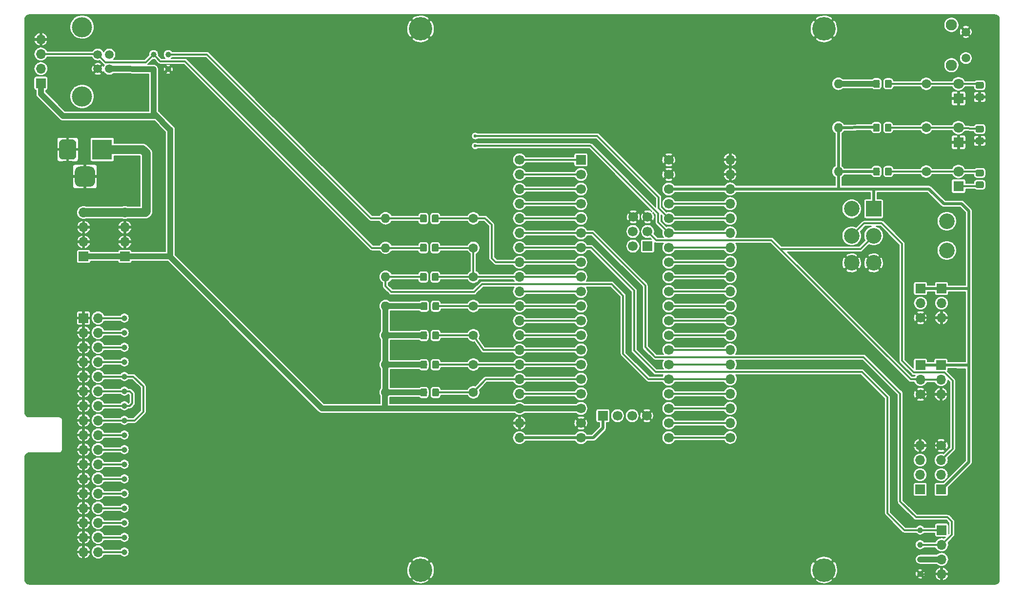
<source format=gbr>
G04 #@! TF.GenerationSoftware,KiCad,Pcbnew,(5.1.2)-2*
G04 #@! TF.CreationDate,2020-12-15T10:42:38+00:00*
G04 #@! TF.ProjectId,Greaseweazle F1 3.5 Inch,47726561-7365-4776-9561-7a6c65204631,1*
G04 #@! TF.SameCoordinates,PX6312cb0PY6bcb370*
G04 #@! TF.FileFunction,Copper,L1,Top*
G04 #@! TF.FilePolarity,Positive*
%FSLAX46Y46*%
G04 Gerber Fmt 4.6, Leading zero omitted, Abs format (unit mm)*
G04 Created by KiCad (PCBNEW (5.1.2)-2) date 2020-12-15 10:42:38*
%MOMM*%
%LPD*%
G04 APERTURE LIST*
%ADD10C,2.700000*%
%ADD11R,2.700000X2.700000*%
%ADD12C,0.100000*%
%ADD13C,1.150000*%
%ADD14C,1.800000*%
%ADD15R,1.800000X1.800000*%
%ADD16C,1.600000*%
%ADD17O,1.600000X1.600000*%
%ADD18C,1.700000*%
%ADD19R,1.700000X1.700000*%
%ADD20C,1.000000*%
%ADD21O,1.700000X1.700000*%
%ADD22C,3.500000*%
%ADD23C,3.000000*%
%ADD24R,3.500000X3.500000*%
%ADD25C,3.500120*%
%ADD26C,1.501140*%
%ADD27C,1.950000*%
%ADD28C,1.508000*%
%ADD29C,4.064000*%
%ADD30C,0.600000*%
%ADD31C,0.304800*%
%ADD32C,1.500000*%
%ADD33C,1.000000*%
%ADD34C,0.500000*%
%ADD35C,0.203200*%
G04 APERTURE END LIST*
D10*
X107442000Y25654000D03*
X107442000Y20574000D03*
X90932000Y18414000D03*
X90932000Y23114000D03*
X90932000Y27814000D03*
X94742000Y18414000D03*
X94742000Y23114000D03*
D11*
X94742000Y27814000D03*
D12*
G36*
X95590505Y50228796D02*
G01*
X95614773Y50225196D01*
X95638572Y50219235D01*
X95661671Y50210970D01*
X95683850Y50200480D01*
X95704893Y50187868D01*
X95724599Y50173253D01*
X95742777Y50156777D01*
X95759253Y50138599D01*
X95773868Y50118893D01*
X95786480Y50097850D01*
X95796970Y50075671D01*
X95805235Y50052572D01*
X95811196Y50028773D01*
X95814796Y50004505D01*
X95816000Y49980001D01*
X95816000Y49079999D01*
X95814796Y49055495D01*
X95811196Y49031227D01*
X95805235Y49007428D01*
X95796970Y48984329D01*
X95786480Y48962150D01*
X95773868Y48941107D01*
X95759253Y48921401D01*
X95742777Y48903223D01*
X95724599Y48886747D01*
X95704893Y48872132D01*
X95683850Y48859520D01*
X95661671Y48849030D01*
X95638572Y48840765D01*
X95614773Y48834804D01*
X95590505Y48831204D01*
X95566001Y48830000D01*
X94915999Y48830000D01*
X94891495Y48831204D01*
X94867227Y48834804D01*
X94843428Y48840765D01*
X94820329Y48849030D01*
X94798150Y48859520D01*
X94777107Y48872132D01*
X94757401Y48886747D01*
X94739223Y48903223D01*
X94722747Y48921401D01*
X94708132Y48941107D01*
X94695520Y48962150D01*
X94685030Y48984329D01*
X94676765Y49007428D01*
X94670804Y49031227D01*
X94667204Y49055495D01*
X94666000Y49079999D01*
X94666000Y49980001D01*
X94667204Y50004505D01*
X94670804Y50028773D01*
X94676765Y50052572D01*
X94685030Y50075671D01*
X94695520Y50097850D01*
X94708132Y50118893D01*
X94722747Y50138599D01*
X94739223Y50156777D01*
X94757401Y50173253D01*
X94777107Y50187868D01*
X94798150Y50200480D01*
X94820329Y50210970D01*
X94843428Y50219235D01*
X94867227Y50225196D01*
X94891495Y50228796D01*
X94915999Y50230000D01*
X95566001Y50230000D01*
X95590505Y50228796D01*
X95590505Y50228796D01*
G37*
D13*
X95241000Y49530000D03*
D12*
G36*
X97640505Y50228796D02*
G01*
X97664773Y50225196D01*
X97688572Y50219235D01*
X97711671Y50210970D01*
X97733850Y50200480D01*
X97754893Y50187868D01*
X97774599Y50173253D01*
X97792777Y50156777D01*
X97809253Y50138599D01*
X97823868Y50118893D01*
X97836480Y50097850D01*
X97846970Y50075671D01*
X97855235Y50052572D01*
X97861196Y50028773D01*
X97864796Y50004505D01*
X97866000Y49980001D01*
X97866000Y49079999D01*
X97864796Y49055495D01*
X97861196Y49031227D01*
X97855235Y49007428D01*
X97846970Y48984329D01*
X97836480Y48962150D01*
X97823868Y48941107D01*
X97809253Y48921401D01*
X97792777Y48903223D01*
X97774599Y48886747D01*
X97754893Y48872132D01*
X97733850Y48859520D01*
X97711671Y48849030D01*
X97688572Y48840765D01*
X97664773Y48834804D01*
X97640505Y48831204D01*
X97616001Y48830000D01*
X96965999Y48830000D01*
X96941495Y48831204D01*
X96917227Y48834804D01*
X96893428Y48840765D01*
X96870329Y48849030D01*
X96848150Y48859520D01*
X96827107Y48872132D01*
X96807401Y48886747D01*
X96789223Y48903223D01*
X96772747Y48921401D01*
X96758132Y48941107D01*
X96745520Y48962150D01*
X96735030Y48984329D01*
X96726765Y49007428D01*
X96720804Y49031227D01*
X96717204Y49055495D01*
X96716000Y49079999D01*
X96716000Y49980001D01*
X96717204Y50004505D01*
X96720804Y50028773D01*
X96726765Y50052572D01*
X96735030Y50075671D01*
X96745520Y50097850D01*
X96758132Y50118893D01*
X96772747Y50138599D01*
X96789223Y50156777D01*
X96807401Y50173253D01*
X96827107Y50187868D01*
X96848150Y50200480D01*
X96870329Y50210970D01*
X96893428Y50219235D01*
X96917227Y50225196D01*
X96941495Y50228796D01*
X96965999Y50230000D01*
X97616001Y50230000D01*
X97640505Y50228796D01*
X97640505Y50228796D01*
G37*
D13*
X97291000Y49530000D03*
D12*
G36*
X95590505Y34988796D02*
G01*
X95614773Y34985196D01*
X95638572Y34979235D01*
X95661671Y34970970D01*
X95683850Y34960480D01*
X95704893Y34947868D01*
X95724599Y34933253D01*
X95742777Y34916777D01*
X95759253Y34898599D01*
X95773868Y34878893D01*
X95786480Y34857850D01*
X95796970Y34835671D01*
X95805235Y34812572D01*
X95811196Y34788773D01*
X95814796Y34764505D01*
X95816000Y34740001D01*
X95816000Y33839999D01*
X95814796Y33815495D01*
X95811196Y33791227D01*
X95805235Y33767428D01*
X95796970Y33744329D01*
X95786480Y33722150D01*
X95773868Y33701107D01*
X95759253Y33681401D01*
X95742777Y33663223D01*
X95724599Y33646747D01*
X95704893Y33632132D01*
X95683850Y33619520D01*
X95661671Y33609030D01*
X95638572Y33600765D01*
X95614773Y33594804D01*
X95590505Y33591204D01*
X95566001Y33590000D01*
X94915999Y33590000D01*
X94891495Y33591204D01*
X94867227Y33594804D01*
X94843428Y33600765D01*
X94820329Y33609030D01*
X94798150Y33619520D01*
X94777107Y33632132D01*
X94757401Y33646747D01*
X94739223Y33663223D01*
X94722747Y33681401D01*
X94708132Y33701107D01*
X94695520Y33722150D01*
X94685030Y33744329D01*
X94676765Y33767428D01*
X94670804Y33791227D01*
X94667204Y33815495D01*
X94666000Y33839999D01*
X94666000Y34740001D01*
X94667204Y34764505D01*
X94670804Y34788773D01*
X94676765Y34812572D01*
X94685030Y34835671D01*
X94695520Y34857850D01*
X94708132Y34878893D01*
X94722747Y34898599D01*
X94739223Y34916777D01*
X94757401Y34933253D01*
X94777107Y34947868D01*
X94798150Y34960480D01*
X94820329Y34970970D01*
X94843428Y34979235D01*
X94867227Y34985196D01*
X94891495Y34988796D01*
X94915999Y34990000D01*
X95566001Y34990000D01*
X95590505Y34988796D01*
X95590505Y34988796D01*
G37*
D13*
X95241000Y34290000D03*
D12*
G36*
X97640505Y34988796D02*
G01*
X97664773Y34985196D01*
X97688572Y34979235D01*
X97711671Y34970970D01*
X97733850Y34960480D01*
X97754893Y34947868D01*
X97774599Y34933253D01*
X97792777Y34916777D01*
X97809253Y34898599D01*
X97823868Y34878893D01*
X97836480Y34857850D01*
X97846970Y34835671D01*
X97855235Y34812572D01*
X97861196Y34788773D01*
X97864796Y34764505D01*
X97866000Y34740001D01*
X97866000Y33839999D01*
X97864796Y33815495D01*
X97861196Y33791227D01*
X97855235Y33767428D01*
X97846970Y33744329D01*
X97836480Y33722150D01*
X97823868Y33701107D01*
X97809253Y33681401D01*
X97792777Y33663223D01*
X97774599Y33646747D01*
X97754893Y33632132D01*
X97733850Y33619520D01*
X97711671Y33609030D01*
X97688572Y33600765D01*
X97664773Y33594804D01*
X97640505Y33591204D01*
X97616001Y33590000D01*
X96965999Y33590000D01*
X96941495Y33591204D01*
X96917227Y33594804D01*
X96893428Y33600765D01*
X96870329Y33609030D01*
X96848150Y33619520D01*
X96827107Y33632132D01*
X96807401Y33646747D01*
X96789223Y33663223D01*
X96772747Y33681401D01*
X96758132Y33701107D01*
X96745520Y33722150D01*
X96735030Y33744329D01*
X96726765Y33767428D01*
X96720804Y33791227D01*
X96717204Y33815495D01*
X96716000Y33839999D01*
X96716000Y34740001D01*
X96717204Y34764505D01*
X96720804Y34788773D01*
X96726765Y34812572D01*
X96735030Y34835671D01*
X96745520Y34857850D01*
X96758132Y34878893D01*
X96772747Y34898599D01*
X96789223Y34916777D01*
X96807401Y34933253D01*
X96827107Y34947868D01*
X96848150Y34960480D01*
X96870329Y34970970D01*
X96893428Y34979235D01*
X96917227Y34985196D01*
X96941495Y34988796D01*
X96965999Y34990000D01*
X97616001Y34990000D01*
X97640505Y34988796D01*
X97640505Y34988796D01*
G37*
D13*
X97291000Y34290000D03*
D12*
G36*
X95565105Y42608796D02*
G01*
X95589373Y42605196D01*
X95613172Y42599235D01*
X95636271Y42590970D01*
X95658450Y42580480D01*
X95679493Y42567868D01*
X95699199Y42553253D01*
X95717377Y42536777D01*
X95733853Y42518599D01*
X95748468Y42498893D01*
X95761080Y42477850D01*
X95771570Y42455671D01*
X95779835Y42432572D01*
X95785796Y42408773D01*
X95789396Y42384505D01*
X95790600Y42360001D01*
X95790600Y41459999D01*
X95789396Y41435495D01*
X95785796Y41411227D01*
X95779835Y41387428D01*
X95771570Y41364329D01*
X95761080Y41342150D01*
X95748468Y41321107D01*
X95733853Y41301401D01*
X95717377Y41283223D01*
X95699199Y41266747D01*
X95679493Y41252132D01*
X95658450Y41239520D01*
X95636271Y41229030D01*
X95613172Y41220765D01*
X95589373Y41214804D01*
X95565105Y41211204D01*
X95540601Y41210000D01*
X94890599Y41210000D01*
X94866095Y41211204D01*
X94841827Y41214804D01*
X94818028Y41220765D01*
X94794929Y41229030D01*
X94772750Y41239520D01*
X94751707Y41252132D01*
X94732001Y41266747D01*
X94713823Y41283223D01*
X94697347Y41301401D01*
X94682732Y41321107D01*
X94670120Y41342150D01*
X94659630Y41364329D01*
X94651365Y41387428D01*
X94645404Y41411227D01*
X94641804Y41435495D01*
X94640600Y41459999D01*
X94640600Y42360001D01*
X94641804Y42384505D01*
X94645404Y42408773D01*
X94651365Y42432572D01*
X94659630Y42455671D01*
X94670120Y42477850D01*
X94682732Y42498893D01*
X94697347Y42518599D01*
X94713823Y42536777D01*
X94732001Y42553253D01*
X94751707Y42567868D01*
X94772750Y42580480D01*
X94794929Y42590970D01*
X94818028Y42599235D01*
X94841827Y42605196D01*
X94866095Y42608796D01*
X94890599Y42610000D01*
X95540601Y42610000D01*
X95565105Y42608796D01*
X95565105Y42608796D01*
G37*
D13*
X95215600Y41910000D03*
D12*
G36*
X97615105Y42608796D02*
G01*
X97639373Y42605196D01*
X97663172Y42599235D01*
X97686271Y42590970D01*
X97708450Y42580480D01*
X97729493Y42567868D01*
X97749199Y42553253D01*
X97767377Y42536777D01*
X97783853Y42518599D01*
X97798468Y42498893D01*
X97811080Y42477850D01*
X97821570Y42455671D01*
X97829835Y42432572D01*
X97835796Y42408773D01*
X97839396Y42384505D01*
X97840600Y42360001D01*
X97840600Y41459999D01*
X97839396Y41435495D01*
X97835796Y41411227D01*
X97829835Y41387428D01*
X97821570Y41364329D01*
X97811080Y41342150D01*
X97798468Y41321107D01*
X97783853Y41301401D01*
X97767377Y41283223D01*
X97749199Y41266747D01*
X97729493Y41252132D01*
X97708450Y41239520D01*
X97686271Y41229030D01*
X97663172Y41220765D01*
X97639373Y41214804D01*
X97615105Y41211204D01*
X97590601Y41210000D01*
X96940599Y41210000D01*
X96916095Y41211204D01*
X96891827Y41214804D01*
X96868028Y41220765D01*
X96844929Y41229030D01*
X96822750Y41239520D01*
X96801707Y41252132D01*
X96782001Y41266747D01*
X96763823Y41283223D01*
X96747347Y41301401D01*
X96732732Y41321107D01*
X96720120Y41342150D01*
X96709630Y41364329D01*
X96701365Y41387428D01*
X96695404Y41411227D01*
X96691804Y41435495D01*
X96690600Y41459999D01*
X96690600Y42360001D01*
X96691804Y42384505D01*
X96695404Y42408773D01*
X96701365Y42432572D01*
X96709630Y42455671D01*
X96720120Y42477850D01*
X96732732Y42498893D01*
X96747347Y42518599D01*
X96763823Y42536777D01*
X96782001Y42553253D01*
X96801707Y42567868D01*
X96822750Y42580480D01*
X96844929Y42590970D01*
X96868028Y42599235D01*
X96891827Y42605196D01*
X96916095Y42608796D01*
X96940599Y42610000D01*
X97590601Y42610000D01*
X97615105Y42608796D01*
X97615105Y42608796D01*
G37*
D13*
X97265600Y41910000D03*
D12*
G36*
X19002105Y26835396D02*
G01*
X19026373Y26831796D01*
X19050172Y26825835D01*
X19073271Y26817570D01*
X19095450Y26807080D01*
X19116493Y26794468D01*
X19136199Y26779853D01*
X19154377Y26763377D01*
X19170853Y26745199D01*
X19185468Y26725493D01*
X19198080Y26704450D01*
X19208570Y26682271D01*
X19216835Y26659172D01*
X19222796Y26635373D01*
X19226396Y26611105D01*
X19227600Y26586601D01*
X19227600Y25686599D01*
X19226396Y25662095D01*
X19222796Y25637827D01*
X19216835Y25614028D01*
X19208570Y25590929D01*
X19198080Y25568750D01*
X19185468Y25547707D01*
X19170853Y25528001D01*
X19154377Y25509823D01*
X19136199Y25493347D01*
X19116493Y25478732D01*
X19095450Y25466120D01*
X19073271Y25455630D01*
X19050172Y25447365D01*
X19026373Y25441404D01*
X19002105Y25437804D01*
X18977601Y25436600D01*
X18327599Y25436600D01*
X18303095Y25437804D01*
X18278827Y25441404D01*
X18255028Y25447365D01*
X18231929Y25455630D01*
X18209750Y25466120D01*
X18188707Y25478732D01*
X18169001Y25493347D01*
X18150823Y25509823D01*
X18134347Y25528001D01*
X18119732Y25547707D01*
X18107120Y25568750D01*
X18096630Y25590929D01*
X18088365Y25614028D01*
X18082404Y25637827D01*
X18078804Y25662095D01*
X18077600Y25686599D01*
X18077600Y26586601D01*
X18078804Y26611105D01*
X18082404Y26635373D01*
X18088365Y26659172D01*
X18096630Y26682271D01*
X18107120Y26704450D01*
X18119732Y26725493D01*
X18134347Y26745199D01*
X18150823Y26763377D01*
X18169001Y26779853D01*
X18188707Y26794468D01*
X18209750Y26807080D01*
X18231929Y26817570D01*
X18255028Y26825835D01*
X18278827Y26831796D01*
X18303095Y26835396D01*
X18327599Y26836600D01*
X18977601Y26836600D01*
X19002105Y26835396D01*
X19002105Y26835396D01*
G37*
D13*
X18652600Y26136600D03*
D12*
G36*
X16952105Y26835396D02*
G01*
X16976373Y26831796D01*
X17000172Y26825835D01*
X17023271Y26817570D01*
X17045450Y26807080D01*
X17066493Y26794468D01*
X17086199Y26779853D01*
X17104377Y26763377D01*
X17120853Y26745199D01*
X17135468Y26725493D01*
X17148080Y26704450D01*
X17158570Y26682271D01*
X17166835Y26659172D01*
X17172796Y26635373D01*
X17176396Y26611105D01*
X17177600Y26586601D01*
X17177600Y25686599D01*
X17176396Y25662095D01*
X17172796Y25637827D01*
X17166835Y25614028D01*
X17158570Y25590929D01*
X17148080Y25568750D01*
X17135468Y25547707D01*
X17120853Y25528001D01*
X17104377Y25509823D01*
X17086199Y25493347D01*
X17066493Y25478732D01*
X17045450Y25466120D01*
X17023271Y25455630D01*
X17000172Y25447365D01*
X16976373Y25441404D01*
X16952105Y25437804D01*
X16927601Y25436600D01*
X16277599Y25436600D01*
X16253095Y25437804D01*
X16228827Y25441404D01*
X16205028Y25447365D01*
X16181929Y25455630D01*
X16159750Y25466120D01*
X16138707Y25478732D01*
X16119001Y25493347D01*
X16100823Y25509823D01*
X16084347Y25528001D01*
X16069732Y25547707D01*
X16057120Y25568750D01*
X16046630Y25590929D01*
X16038365Y25614028D01*
X16032404Y25637827D01*
X16028804Y25662095D01*
X16027600Y25686599D01*
X16027600Y26586601D01*
X16028804Y26611105D01*
X16032404Y26635373D01*
X16038365Y26659172D01*
X16046630Y26682271D01*
X16057120Y26704450D01*
X16069732Y26725493D01*
X16084347Y26745199D01*
X16100823Y26763377D01*
X16119001Y26779853D01*
X16138707Y26794468D01*
X16159750Y26807080D01*
X16181929Y26817570D01*
X16205028Y26825835D01*
X16228827Y26831796D01*
X16253095Y26835396D01*
X16277599Y26836600D01*
X16927601Y26836600D01*
X16952105Y26835396D01*
X16952105Y26835396D01*
G37*
D13*
X16602600Y26136600D03*
D12*
G36*
X19002105Y21755396D02*
G01*
X19026373Y21751796D01*
X19050172Y21745835D01*
X19073271Y21737570D01*
X19095450Y21727080D01*
X19116493Y21714468D01*
X19136199Y21699853D01*
X19154377Y21683377D01*
X19170853Y21665199D01*
X19185468Y21645493D01*
X19198080Y21624450D01*
X19208570Y21602271D01*
X19216835Y21579172D01*
X19222796Y21555373D01*
X19226396Y21531105D01*
X19227600Y21506601D01*
X19227600Y20606599D01*
X19226396Y20582095D01*
X19222796Y20557827D01*
X19216835Y20534028D01*
X19208570Y20510929D01*
X19198080Y20488750D01*
X19185468Y20467707D01*
X19170853Y20448001D01*
X19154377Y20429823D01*
X19136199Y20413347D01*
X19116493Y20398732D01*
X19095450Y20386120D01*
X19073271Y20375630D01*
X19050172Y20367365D01*
X19026373Y20361404D01*
X19002105Y20357804D01*
X18977601Y20356600D01*
X18327599Y20356600D01*
X18303095Y20357804D01*
X18278827Y20361404D01*
X18255028Y20367365D01*
X18231929Y20375630D01*
X18209750Y20386120D01*
X18188707Y20398732D01*
X18169001Y20413347D01*
X18150823Y20429823D01*
X18134347Y20448001D01*
X18119732Y20467707D01*
X18107120Y20488750D01*
X18096630Y20510929D01*
X18088365Y20534028D01*
X18082404Y20557827D01*
X18078804Y20582095D01*
X18077600Y20606599D01*
X18077600Y21506601D01*
X18078804Y21531105D01*
X18082404Y21555373D01*
X18088365Y21579172D01*
X18096630Y21602271D01*
X18107120Y21624450D01*
X18119732Y21645493D01*
X18134347Y21665199D01*
X18150823Y21683377D01*
X18169001Y21699853D01*
X18188707Y21714468D01*
X18209750Y21727080D01*
X18231929Y21737570D01*
X18255028Y21745835D01*
X18278827Y21751796D01*
X18303095Y21755396D01*
X18327599Y21756600D01*
X18977601Y21756600D01*
X19002105Y21755396D01*
X19002105Y21755396D01*
G37*
D13*
X18652600Y21056600D03*
D12*
G36*
X16952105Y21755396D02*
G01*
X16976373Y21751796D01*
X17000172Y21745835D01*
X17023271Y21737570D01*
X17045450Y21727080D01*
X17066493Y21714468D01*
X17086199Y21699853D01*
X17104377Y21683377D01*
X17120853Y21665199D01*
X17135468Y21645493D01*
X17148080Y21624450D01*
X17158570Y21602271D01*
X17166835Y21579172D01*
X17172796Y21555373D01*
X17176396Y21531105D01*
X17177600Y21506601D01*
X17177600Y20606599D01*
X17176396Y20582095D01*
X17172796Y20557827D01*
X17166835Y20534028D01*
X17158570Y20510929D01*
X17148080Y20488750D01*
X17135468Y20467707D01*
X17120853Y20448001D01*
X17104377Y20429823D01*
X17086199Y20413347D01*
X17066493Y20398732D01*
X17045450Y20386120D01*
X17023271Y20375630D01*
X17000172Y20367365D01*
X16976373Y20361404D01*
X16952105Y20357804D01*
X16927601Y20356600D01*
X16277599Y20356600D01*
X16253095Y20357804D01*
X16228827Y20361404D01*
X16205028Y20367365D01*
X16181929Y20375630D01*
X16159750Y20386120D01*
X16138707Y20398732D01*
X16119001Y20413347D01*
X16100823Y20429823D01*
X16084347Y20448001D01*
X16069732Y20467707D01*
X16057120Y20488750D01*
X16046630Y20510929D01*
X16038365Y20534028D01*
X16032404Y20557827D01*
X16028804Y20582095D01*
X16027600Y20606599D01*
X16027600Y21506601D01*
X16028804Y21531105D01*
X16032404Y21555373D01*
X16038365Y21579172D01*
X16046630Y21602271D01*
X16057120Y21624450D01*
X16069732Y21645493D01*
X16084347Y21665199D01*
X16100823Y21683377D01*
X16119001Y21699853D01*
X16138707Y21714468D01*
X16159750Y21727080D01*
X16181929Y21737570D01*
X16205028Y21745835D01*
X16228827Y21751796D01*
X16253095Y21755396D01*
X16277599Y21756600D01*
X16927601Y21756600D01*
X16952105Y21755396D01*
X16952105Y21755396D01*
G37*
D13*
X16602600Y21056600D03*
D12*
G36*
X16952105Y16675396D02*
G01*
X16976373Y16671796D01*
X17000172Y16665835D01*
X17023271Y16657570D01*
X17045450Y16647080D01*
X17066493Y16634468D01*
X17086199Y16619853D01*
X17104377Y16603377D01*
X17120853Y16585199D01*
X17135468Y16565493D01*
X17148080Y16544450D01*
X17158570Y16522271D01*
X17166835Y16499172D01*
X17172796Y16475373D01*
X17176396Y16451105D01*
X17177600Y16426601D01*
X17177600Y15526599D01*
X17176396Y15502095D01*
X17172796Y15477827D01*
X17166835Y15454028D01*
X17158570Y15430929D01*
X17148080Y15408750D01*
X17135468Y15387707D01*
X17120853Y15368001D01*
X17104377Y15349823D01*
X17086199Y15333347D01*
X17066493Y15318732D01*
X17045450Y15306120D01*
X17023271Y15295630D01*
X17000172Y15287365D01*
X16976373Y15281404D01*
X16952105Y15277804D01*
X16927601Y15276600D01*
X16277599Y15276600D01*
X16253095Y15277804D01*
X16228827Y15281404D01*
X16205028Y15287365D01*
X16181929Y15295630D01*
X16159750Y15306120D01*
X16138707Y15318732D01*
X16119001Y15333347D01*
X16100823Y15349823D01*
X16084347Y15368001D01*
X16069732Y15387707D01*
X16057120Y15408750D01*
X16046630Y15430929D01*
X16038365Y15454028D01*
X16032404Y15477827D01*
X16028804Y15502095D01*
X16027600Y15526599D01*
X16027600Y16426601D01*
X16028804Y16451105D01*
X16032404Y16475373D01*
X16038365Y16499172D01*
X16046630Y16522271D01*
X16057120Y16544450D01*
X16069732Y16565493D01*
X16084347Y16585199D01*
X16100823Y16603377D01*
X16119001Y16619853D01*
X16138707Y16634468D01*
X16159750Y16647080D01*
X16181929Y16657570D01*
X16205028Y16665835D01*
X16228827Y16671796D01*
X16253095Y16675396D01*
X16277599Y16676600D01*
X16927601Y16676600D01*
X16952105Y16675396D01*
X16952105Y16675396D01*
G37*
D13*
X16602600Y15976600D03*
D12*
G36*
X19002105Y16675396D02*
G01*
X19026373Y16671796D01*
X19050172Y16665835D01*
X19073271Y16657570D01*
X19095450Y16647080D01*
X19116493Y16634468D01*
X19136199Y16619853D01*
X19154377Y16603377D01*
X19170853Y16585199D01*
X19185468Y16565493D01*
X19198080Y16544450D01*
X19208570Y16522271D01*
X19216835Y16499172D01*
X19222796Y16475373D01*
X19226396Y16451105D01*
X19227600Y16426601D01*
X19227600Y15526599D01*
X19226396Y15502095D01*
X19222796Y15477827D01*
X19216835Y15454028D01*
X19208570Y15430929D01*
X19198080Y15408750D01*
X19185468Y15387707D01*
X19170853Y15368001D01*
X19154377Y15349823D01*
X19136199Y15333347D01*
X19116493Y15318732D01*
X19095450Y15306120D01*
X19073271Y15295630D01*
X19050172Y15287365D01*
X19026373Y15281404D01*
X19002105Y15277804D01*
X18977601Y15276600D01*
X18327599Y15276600D01*
X18303095Y15277804D01*
X18278827Y15281404D01*
X18255028Y15287365D01*
X18231929Y15295630D01*
X18209750Y15306120D01*
X18188707Y15318732D01*
X18169001Y15333347D01*
X18150823Y15349823D01*
X18134347Y15368001D01*
X18119732Y15387707D01*
X18107120Y15408750D01*
X18096630Y15430929D01*
X18088365Y15454028D01*
X18082404Y15477827D01*
X18078804Y15502095D01*
X18077600Y15526599D01*
X18077600Y16426601D01*
X18078804Y16451105D01*
X18082404Y16475373D01*
X18088365Y16499172D01*
X18096630Y16522271D01*
X18107120Y16544450D01*
X18119732Y16565493D01*
X18134347Y16585199D01*
X18150823Y16603377D01*
X18169001Y16619853D01*
X18188707Y16634468D01*
X18209750Y16647080D01*
X18231929Y16657570D01*
X18255028Y16665835D01*
X18278827Y16671796D01*
X18303095Y16675396D01*
X18327599Y16676600D01*
X18977601Y16676600D01*
X19002105Y16675396D01*
X19002105Y16675396D01*
G37*
D13*
X18652600Y15976600D03*
D12*
G36*
X19103705Y11595396D02*
G01*
X19127973Y11591796D01*
X19151772Y11585835D01*
X19174871Y11577570D01*
X19197050Y11567080D01*
X19218093Y11554468D01*
X19237799Y11539853D01*
X19255977Y11523377D01*
X19272453Y11505199D01*
X19287068Y11485493D01*
X19299680Y11464450D01*
X19310170Y11442271D01*
X19318435Y11419172D01*
X19324396Y11395373D01*
X19327996Y11371105D01*
X19329200Y11346601D01*
X19329200Y10446599D01*
X19327996Y10422095D01*
X19324396Y10397827D01*
X19318435Y10374028D01*
X19310170Y10350929D01*
X19299680Y10328750D01*
X19287068Y10307707D01*
X19272453Y10288001D01*
X19255977Y10269823D01*
X19237799Y10253347D01*
X19218093Y10238732D01*
X19197050Y10226120D01*
X19174871Y10215630D01*
X19151772Y10207365D01*
X19127973Y10201404D01*
X19103705Y10197804D01*
X19079201Y10196600D01*
X18429199Y10196600D01*
X18404695Y10197804D01*
X18380427Y10201404D01*
X18356628Y10207365D01*
X18333529Y10215630D01*
X18311350Y10226120D01*
X18290307Y10238732D01*
X18270601Y10253347D01*
X18252423Y10269823D01*
X18235947Y10288001D01*
X18221332Y10307707D01*
X18208720Y10328750D01*
X18198230Y10350929D01*
X18189965Y10374028D01*
X18184004Y10397827D01*
X18180404Y10422095D01*
X18179200Y10446599D01*
X18179200Y11346601D01*
X18180404Y11371105D01*
X18184004Y11395373D01*
X18189965Y11419172D01*
X18198230Y11442271D01*
X18208720Y11464450D01*
X18221332Y11485493D01*
X18235947Y11505199D01*
X18252423Y11523377D01*
X18270601Y11539853D01*
X18290307Y11554468D01*
X18311350Y11567080D01*
X18333529Y11577570D01*
X18356628Y11585835D01*
X18380427Y11591796D01*
X18404695Y11595396D01*
X18429199Y11596600D01*
X19079201Y11596600D01*
X19103705Y11595396D01*
X19103705Y11595396D01*
G37*
D13*
X18754200Y10896600D03*
D12*
G36*
X17053705Y11595396D02*
G01*
X17077973Y11591796D01*
X17101772Y11585835D01*
X17124871Y11577570D01*
X17147050Y11567080D01*
X17168093Y11554468D01*
X17187799Y11539853D01*
X17205977Y11523377D01*
X17222453Y11505199D01*
X17237068Y11485493D01*
X17249680Y11464450D01*
X17260170Y11442271D01*
X17268435Y11419172D01*
X17274396Y11395373D01*
X17277996Y11371105D01*
X17279200Y11346601D01*
X17279200Y10446599D01*
X17277996Y10422095D01*
X17274396Y10397827D01*
X17268435Y10374028D01*
X17260170Y10350929D01*
X17249680Y10328750D01*
X17237068Y10307707D01*
X17222453Y10288001D01*
X17205977Y10269823D01*
X17187799Y10253347D01*
X17168093Y10238732D01*
X17147050Y10226120D01*
X17124871Y10215630D01*
X17101772Y10207365D01*
X17077973Y10201404D01*
X17053705Y10197804D01*
X17029201Y10196600D01*
X16379199Y10196600D01*
X16354695Y10197804D01*
X16330427Y10201404D01*
X16306628Y10207365D01*
X16283529Y10215630D01*
X16261350Y10226120D01*
X16240307Y10238732D01*
X16220601Y10253347D01*
X16202423Y10269823D01*
X16185947Y10288001D01*
X16171332Y10307707D01*
X16158720Y10328750D01*
X16148230Y10350929D01*
X16139965Y10374028D01*
X16134004Y10397827D01*
X16130404Y10422095D01*
X16129200Y10446599D01*
X16129200Y11346601D01*
X16130404Y11371105D01*
X16134004Y11395373D01*
X16139965Y11419172D01*
X16148230Y11442271D01*
X16158720Y11464450D01*
X16171332Y11485493D01*
X16185947Y11505199D01*
X16202423Y11523377D01*
X16220601Y11539853D01*
X16240307Y11554468D01*
X16261350Y11567080D01*
X16283529Y11577570D01*
X16306628Y11585835D01*
X16330427Y11591796D01*
X16354695Y11595396D01*
X16379199Y11596600D01*
X17029201Y11596600D01*
X17053705Y11595396D01*
X17053705Y11595396D01*
G37*
D13*
X16704200Y10896600D03*
D12*
G36*
X19065605Y6515396D02*
G01*
X19089873Y6511796D01*
X19113672Y6505835D01*
X19136771Y6497570D01*
X19158950Y6487080D01*
X19179993Y6474468D01*
X19199699Y6459853D01*
X19217877Y6443377D01*
X19234353Y6425199D01*
X19248968Y6405493D01*
X19261580Y6384450D01*
X19272070Y6362271D01*
X19280335Y6339172D01*
X19286296Y6315373D01*
X19289896Y6291105D01*
X19291100Y6266601D01*
X19291100Y5366599D01*
X19289896Y5342095D01*
X19286296Y5317827D01*
X19280335Y5294028D01*
X19272070Y5270929D01*
X19261580Y5248750D01*
X19248968Y5227707D01*
X19234353Y5208001D01*
X19217877Y5189823D01*
X19199699Y5173347D01*
X19179993Y5158732D01*
X19158950Y5146120D01*
X19136771Y5135630D01*
X19113672Y5127365D01*
X19089873Y5121404D01*
X19065605Y5117804D01*
X19041101Y5116600D01*
X18391099Y5116600D01*
X18366595Y5117804D01*
X18342327Y5121404D01*
X18318528Y5127365D01*
X18295429Y5135630D01*
X18273250Y5146120D01*
X18252207Y5158732D01*
X18232501Y5173347D01*
X18214323Y5189823D01*
X18197847Y5208001D01*
X18183232Y5227707D01*
X18170620Y5248750D01*
X18160130Y5270929D01*
X18151865Y5294028D01*
X18145904Y5317827D01*
X18142304Y5342095D01*
X18141100Y5366599D01*
X18141100Y6266601D01*
X18142304Y6291105D01*
X18145904Y6315373D01*
X18151865Y6339172D01*
X18160130Y6362271D01*
X18170620Y6384450D01*
X18183232Y6405493D01*
X18197847Y6425199D01*
X18214323Y6443377D01*
X18232501Y6459853D01*
X18252207Y6474468D01*
X18273250Y6487080D01*
X18295429Y6497570D01*
X18318528Y6505835D01*
X18342327Y6511796D01*
X18366595Y6515396D01*
X18391099Y6516600D01*
X19041101Y6516600D01*
X19065605Y6515396D01*
X19065605Y6515396D01*
G37*
D13*
X18716100Y5816600D03*
D12*
G36*
X17015605Y6515396D02*
G01*
X17039873Y6511796D01*
X17063672Y6505835D01*
X17086771Y6497570D01*
X17108950Y6487080D01*
X17129993Y6474468D01*
X17149699Y6459853D01*
X17167877Y6443377D01*
X17184353Y6425199D01*
X17198968Y6405493D01*
X17211580Y6384450D01*
X17222070Y6362271D01*
X17230335Y6339172D01*
X17236296Y6315373D01*
X17239896Y6291105D01*
X17241100Y6266601D01*
X17241100Y5366599D01*
X17239896Y5342095D01*
X17236296Y5317827D01*
X17230335Y5294028D01*
X17222070Y5270929D01*
X17211580Y5248750D01*
X17198968Y5227707D01*
X17184353Y5208001D01*
X17167877Y5189823D01*
X17149699Y5173347D01*
X17129993Y5158732D01*
X17108950Y5146120D01*
X17086771Y5135630D01*
X17063672Y5127365D01*
X17039873Y5121404D01*
X17015605Y5117804D01*
X16991101Y5116600D01*
X16341099Y5116600D01*
X16316595Y5117804D01*
X16292327Y5121404D01*
X16268528Y5127365D01*
X16245429Y5135630D01*
X16223250Y5146120D01*
X16202207Y5158732D01*
X16182501Y5173347D01*
X16164323Y5189823D01*
X16147847Y5208001D01*
X16133232Y5227707D01*
X16120620Y5248750D01*
X16110130Y5270929D01*
X16101865Y5294028D01*
X16095904Y5317827D01*
X16092304Y5342095D01*
X16091100Y5366599D01*
X16091100Y6266601D01*
X16092304Y6291105D01*
X16095904Y6315373D01*
X16101865Y6339172D01*
X16110130Y6362271D01*
X16120620Y6384450D01*
X16133232Y6405493D01*
X16147847Y6425199D01*
X16164323Y6443377D01*
X16182501Y6459853D01*
X16202207Y6474468D01*
X16223250Y6487080D01*
X16245429Y6497570D01*
X16268528Y6505835D01*
X16292327Y6511796D01*
X16316595Y6515396D01*
X16341099Y6516600D01*
X16991101Y6516600D01*
X17015605Y6515396D01*
X17015605Y6515396D01*
G37*
D13*
X16666100Y5816600D03*
D12*
G36*
X19065605Y1435396D02*
G01*
X19089873Y1431796D01*
X19113672Y1425835D01*
X19136771Y1417570D01*
X19158950Y1407080D01*
X19179993Y1394468D01*
X19199699Y1379853D01*
X19217877Y1363377D01*
X19234353Y1345199D01*
X19248968Y1325493D01*
X19261580Y1304450D01*
X19272070Y1282271D01*
X19280335Y1259172D01*
X19286296Y1235373D01*
X19289896Y1211105D01*
X19291100Y1186601D01*
X19291100Y286599D01*
X19289896Y262095D01*
X19286296Y237827D01*
X19280335Y214028D01*
X19272070Y190929D01*
X19261580Y168750D01*
X19248968Y147707D01*
X19234353Y128001D01*
X19217877Y109823D01*
X19199699Y93347D01*
X19179993Y78732D01*
X19158950Y66120D01*
X19136771Y55630D01*
X19113672Y47365D01*
X19089873Y41404D01*
X19065605Y37804D01*
X19041101Y36600D01*
X18391099Y36600D01*
X18366595Y37804D01*
X18342327Y41404D01*
X18318528Y47365D01*
X18295429Y55630D01*
X18273250Y66120D01*
X18252207Y78732D01*
X18232501Y93347D01*
X18214323Y109823D01*
X18197847Y128001D01*
X18183232Y147707D01*
X18170620Y168750D01*
X18160130Y190929D01*
X18151865Y214028D01*
X18145904Y237827D01*
X18142304Y262095D01*
X18141100Y286599D01*
X18141100Y1186601D01*
X18142304Y1211105D01*
X18145904Y1235373D01*
X18151865Y1259172D01*
X18160130Y1282271D01*
X18170620Y1304450D01*
X18183232Y1325493D01*
X18197847Y1345199D01*
X18214323Y1363377D01*
X18232501Y1379853D01*
X18252207Y1394468D01*
X18273250Y1407080D01*
X18295429Y1417570D01*
X18318528Y1425835D01*
X18342327Y1431796D01*
X18366595Y1435396D01*
X18391099Y1436600D01*
X19041101Y1436600D01*
X19065605Y1435396D01*
X19065605Y1435396D01*
G37*
D13*
X18716100Y736600D03*
D12*
G36*
X17015605Y1435396D02*
G01*
X17039873Y1431796D01*
X17063672Y1425835D01*
X17086771Y1417570D01*
X17108950Y1407080D01*
X17129993Y1394468D01*
X17149699Y1379853D01*
X17167877Y1363377D01*
X17184353Y1345199D01*
X17198968Y1325493D01*
X17211580Y1304450D01*
X17222070Y1282271D01*
X17230335Y1259172D01*
X17236296Y1235373D01*
X17239896Y1211105D01*
X17241100Y1186601D01*
X17241100Y286599D01*
X17239896Y262095D01*
X17236296Y237827D01*
X17230335Y214028D01*
X17222070Y190929D01*
X17211580Y168750D01*
X17198968Y147707D01*
X17184353Y128001D01*
X17167877Y109823D01*
X17149699Y93347D01*
X17129993Y78732D01*
X17108950Y66120D01*
X17086771Y55630D01*
X17063672Y47365D01*
X17039873Y41404D01*
X17015605Y37804D01*
X16991101Y36600D01*
X16341099Y36600D01*
X16316595Y37804D01*
X16292327Y41404D01*
X16268528Y47365D01*
X16245429Y55630D01*
X16223250Y66120D01*
X16202207Y78732D01*
X16182501Y93347D01*
X16164323Y109823D01*
X16147847Y128001D01*
X16133232Y147707D01*
X16120620Y168750D01*
X16110130Y190929D01*
X16101865Y214028D01*
X16095904Y237827D01*
X16092304Y262095D01*
X16091100Y286599D01*
X16091100Y1186601D01*
X16092304Y1211105D01*
X16095904Y1235373D01*
X16101865Y1259172D01*
X16110130Y1282271D01*
X16120620Y1304450D01*
X16133232Y1325493D01*
X16147847Y1345199D01*
X16164323Y1363377D01*
X16182501Y1379853D01*
X16202207Y1394468D01*
X16223250Y1407080D01*
X16245429Y1417570D01*
X16268528Y1425835D01*
X16292327Y1431796D01*
X16316595Y1435396D01*
X16341099Y1436600D01*
X16991101Y1436600D01*
X17015605Y1435396D01*
X17015605Y1435396D01*
G37*
D13*
X16666100Y736600D03*
D12*
G36*
X19065605Y-3390604D02*
G01*
X19089873Y-3394204D01*
X19113672Y-3400165D01*
X19136771Y-3408430D01*
X19158950Y-3418920D01*
X19179993Y-3431532D01*
X19199699Y-3446147D01*
X19217877Y-3462623D01*
X19234353Y-3480801D01*
X19248968Y-3500507D01*
X19261580Y-3521550D01*
X19272070Y-3543729D01*
X19280335Y-3566828D01*
X19286296Y-3590627D01*
X19289896Y-3614895D01*
X19291100Y-3639399D01*
X19291100Y-4539401D01*
X19289896Y-4563905D01*
X19286296Y-4588173D01*
X19280335Y-4611972D01*
X19272070Y-4635071D01*
X19261580Y-4657250D01*
X19248968Y-4678293D01*
X19234353Y-4697999D01*
X19217877Y-4716177D01*
X19199699Y-4732653D01*
X19179993Y-4747268D01*
X19158950Y-4759880D01*
X19136771Y-4770370D01*
X19113672Y-4778635D01*
X19089873Y-4784596D01*
X19065605Y-4788196D01*
X19041101Y-4789400D01*
X18391099Y-4789400D01*
X18366595Y-4788196D01*
X18342327Y-4784596D01*
X18318528Y-4778635D01*
X18295429Y-4770370D01*
X18273250Y-4759880D01*
X18252207Y-4747268D01*
X18232501Y-4732653D01*
X18214323Y-4716177D01*
X18197847Y-4697999D01*
X18183232Y-4678293D01*
X18170620Y-4657250D01*
X18160130Y-4635071D01*
X18151865Y-4611972D01*
X18145904Y-4588173D01*
X18142304Y-4563905D01*
X18141100Y-4539401D01*
X18141100Y-3639399D01*
X18142304Y-3614895D01*
X18145904Y-3590627D01*
X18151865Y-3566828D01*
X18160130Y-3543729D01*
X18170620Y-3521550D01*
X18183232Y-3500507D01*
X18197847Y-3480801D01*
X18214323Y-3462623D01*
X18232501Y-3446147D01*
X18252207Y-3431532D01*
X18273250Y-3418920D01*
X18295429Y-3408430D01*
X18318528Y-3400165D01*
X18342327Y-3394204D01*
X18366595Y-3390604D01*
X18391099Y-3389400D01*
X19041101Y-3389400D01*
X19065605Y-3390604D01*
X19065605Y-3390604D01*
G37*
D13*
X18716100Y-4089400D03*
D12*
G36*
X17015605Y-3390604D02*
G01*
X17039873Y-3394204D01*
X17063672Y-3400165D01*
X17086771Y-3408430D01*
X17108950Y-3418920D01*
X17129993Y-3431532D01*
X17149699Y-3446147D01*
X17167877Y-3462623D01*
X17184353Y-3480801D01*
X17198968Y-3500507D01*
X17211580Y-3521550D01*
X17222070Y-3543729D01*
X17230335Y-3566828D01*
X17236296Y-3590627D01*
X17239896Y-3614895D01*
X17241100Y-3639399D01*
X17241100Y-4539401D01*
X17239896Y-4563905D01*
X17236296Y-4588173D01*
X17230335Y-4611972D01*
X17222070Y-4635071D01*
X17211580Y-4657250D01*
X17198968Y-4678293D01*
X17184353Y-4697999D01*
X17167877Y-4716177D01*
X17149699Y-4732653D01*
X17129993Y-4747268D01*
X17108950Y-4759880D01*
X17086771Y-4770370D01*
X17063672Y-4778635D01*
X17039873Y-4784596D01*
X17015605Y-4788196D01*
X16991101Y-4789400D01*
X16341099Y-4789400D01*
X16316595Y-4788196D01*
X16292327Y-4784596D01*
X16268528Y-4778635D01*
X16245429Y-4770370D01*
X16223250Y-4759880D01*
X16202207Y-4747268D01*
X16182501Y-4732653D01*
X16164323Y-4716177D01*
X16147847Y-4697999D01*
X16133232Y-4678293D01*
X16120620Y-4657250D01*
X16110130Y-4635071D01*
X16101865Y-4611972D01*
X16095904Y-4588173D01*
X16092304Y-4563905D01*
X16091100Y-4539401D01*
X16091100Y-3639399D01*
X16092304Y-3614895D01*
X16095904Y-3590627D01*
X16101865Y-3566828D01*
X16110130Y-3543729D01*
X16120620Y-3521550D01*
X16133232Y-3500507D01*
X16147847Y-3480801D01*
X16164323Y-3462623D01*
X16182501Y-3446147D01*
X16202207Y-3431532D01*
X16223250Y-3418920D01*
X16245429Y-3408430D01*
X16268528Y-3400165D01*
X16292327Y-3394204D01*
X16316595Y-3390604D01*
X16341099Y-3389400D01*
X16991101Y-3389400D01*
X17015605Y-3390604D01*
X17015605Y-3390604D01*
G37*
D13*
X16666100Y-4089400D03*
D12*
G36*
X113631505Y49858796D02*
G01*
X113655773Y49855196D01*
X113679572Y49849235D01*
X113702671Y49840970D01*
X113724850Y49830480D01*
X113745893Y49817868D01*
X113765599Y49803253D01*
X113783777Y49786777D01*
X113800253Y49768599D01*
X113814868Y49748893D01*
X113827480Y49727850D01*
X113837970Y49705671D01*
X113846235Y49682572D01*
X113852196Y49658773D01*
X113855796Y49634505D01*
X113857000Y49610001D01*
X113857000Y48959999D01*
X113855796Y48935495D01*
X113852196Y48911227D01*
X113846235Y48887428D01*
X113837970Y48864329D01*
X113827480Y48842150D01*
X113814868Y48821107D01*
X113800253Y48801401D01*
X113783777Y48783223D01*
X113765599Y48766747D01*
X113745893Y48752132D01*
X113724850Y48739520D01*
X113702671Y48729030D01*
X113679572Y48720765D01*
X113655773Y48714804D01*
X113631505Y48711204D01*
X113607001Y48710000D01*
X112706999Y48710000D01*
X112682495Y48711204D01*
X112658227Y48714804D01*
X112634428Y48720765D01*
X112611329Y48729030D01*
X112589150Y48739520D01*
X112568107Y48752132D01*
X112548401Y48766747D01*
X112530223Y48783223D01*
X112513747Y48801401D01*
X112499132Y48821107D01*
X112486520Y48842150D01*
X112476030Y48864329D01*
X112467765Y48887428D01*
X112461804Y48911227D01*
X112458204Y48935495D01*
X112457000Y48959999D01*
X112457000Y49610001D01*
X112458204Y49634505D01*
X112461804Y49658773D01*
X112467765Y49682572D01*
X112476030Y49705671D01*
X112486520Y49727850D01*
X112499132Y49748893D01*
X112513747Y49768599D01*
X112530223Y49786777D01*
X112548401Y49803253D01*
X112568107Y49817868D01*
X112589150Y49830480D01*
X112611329Y49840970D01*
X112634428Y49849235D01*
X112658227Y49855196D01*
X112682495Y49858796D01*
X112706999Y49860000D01*
X113607001Y49860000D01*
X113631505Y49858796D01*
X113631505Y49858796D01*
G37*
D13*
X113157000Y49285000D03*
D12*
G36*
X113631505Y47808796D02*
G01*
X113655773Y47805196D01*
X113679572Y47799235D01*
X113702671Y47790970D01*
X113724850Y47780480D01*
X113745893Y47767868D01*
X113765599Y47753253D01*
X113783777Y47736777D01*
X113800253Y47718599D01*
X113814868Y47698893D01*
X113827480Y47677850D01*
X113837970Y47655671D01*
X113846235Y47632572D01*
X113852196Y47608773D01*
X113855796Y47584505D01*
X113857000Y47560001D01*
X113857000Y46909999D01*
X113855796Y46885495D01*
X113852196Y46861227D01*
X113846235Y46837428D01*
X113837970Y46814329D01*
X113827480Y46792150D01*
X113814868Y46771107D01*
X113800253Y46751401D01*
X113783777Y46733223D01*
X113765599Y46716747D01*
X113745893Y46702132D01*
X113724850Y46689520D01*
X113702671Y46679030D01*
X113679572Y46670765D01*
X113655773Y46664804D01*
X113631505Y46661204D01*
X113607001Y46660000D01*
X112706999Y46660000D01*
X112682495Y46661204D01*
X112658227Y46664804D01*
X112634428Y46670765D01*
X112611329Y46679030D01*
X112589150Y46689520D01*
X112568107Y46702132D01*
X112548401Y46716747D01*
X112530223Y46733223D01*
X112513747Y46751401D01*
X112499132Y46771107D01*
X112486520Y46792150D01*
X112476030Y46814329D01*
X112467765Y46837428D01*
X112461804Y46861227D01*
X112458204Y46885495D01*
X112457000Y46909999D01*
X112457000Y47560001D01*
X112458204Y47584505D01*
X112461804Y47608773D01*
X112467765Y47632572D01*
X112476030Y47655671D01*
X112486520Y47677850D01*
X112499132Y47698893D01*
X112513747Y47718599D01*
X112530223Y47736777D01*
X112548401Y47753253D01*
X112568107Y47767868D01*
X112589150Y47780480D01*
X112611329Y47790970D01*
X112634428Y47799235D01*
X112658227Y47805196D01*
X112682495Y47808796D01*
X112706999Y47810000D01*
X113607001Y47810000D01*
X113631505Y47808796D01*
X113631505Y47808796D01*
G37*
D13*
X113157000Y47235000D03*
D12*
G36*
X113631505Y32568796D02*
G01*
X113655773Y32565196D01*
X113679572Y32559235D01*
X113702671Y32550970D01*
X113724850Y32540480D01*
X113745893Y32527868D01*
X113765599Y32513253D01*
X113783777Y32496777D01*
X113800253Y32478599D01*
X113814868Y32458893D01*
X113827480Y32437850D01*
X113837970Y32415671D01*
X113846235Y32392572D01*
X113852196Y32368773D01*
X113855796Y32344505D01*
X113857000Y32320001D01*
X113857000Y31669999D01*
X113855796Y31645495D01*
X113852196Y31621227D01*
X113846235Y31597428D01*
X113837970Y31574329D01*
X113827480Y31552150D01*
X113814868Y31531107D01*
X113800253Y31511401D01*
X113783777Y31493223D01*
X113765599Y31476747D01*
X113745893Y31462132D01*
X113724850Y31449520D01*
X113702671Y31439030D01*
X113679572Y31430765D01*
X113655773Y31424804D01*
X113631505Y31421204D01*
X113607001Y31420000D01*
X112706999Y31420000D01*
X112682495Y31421204D01*
X112658227Y31424804D01*
X112634428Y31430765D01*
X112611329Y31439030D01*
X112589150Y31449520D01*
X112568107Y31462132D01*
X112548401Y31476747D01*
X112530223Y31493223D01*
X112513747Y31511401D01*
X112499132Y31531107D01*
X112486520Y31552150D01*
X112476030Y31574329D01*
X112467765Y31597428D01*
X112461804Y31621227D01*
X112458204Y31645495D01*
X112457000Y31669999D01*
X112457000Y32320001D01*
X112458204Y32344505D01*
X112461804Y32368773D01*
X112467765Y32392572D01*
X112476030Y32415671D01*
X112486520Y32437850D01*
X112499132Y32458893D01*
X112513747Y32478599D01*
X112530223Y32496777D01*
X112548401Y32513253D01*
X112568107Y32527868D01*
X112589150Y32540480D01*
X112611329Y32550970D01*
X112634428Y32559235D01*
X112658227Y32565196D01*
X112682495Y32568796D01*
X112706999Y32570000D01*
X113607001Y32570000D01*
X113631505Y32568796D01*
X113631505Y32568796D01*
G37*
D13*
X113157000Y31995000D03*
D12*
G36*
X113631505Y34618796D02*
G01*
X113655773Y34615196D01*
X113679572Y34609235D01*
X113702671Y34600970D01*
X113724850Y34590480D01*
X113745893Y34577868D01*
X113765599Y34563253D01*
X113783777Y34546777D01*
X113800253Y34528599D01*
X113814868Y34508893D01*
X113827480Y34487850D01*
X113837970Y34465671D01*
X113846235Y34442572D01*
X113852196Y34418773D01*
X113855796Y34394505D01*
X113857000Y34370001D01*
X113857000Y33719999D01*
X113855796Y33695495D01*
X113852196Y33671227D01*
X113846235Y33647428D01*
X113837970Y33624329D01*
X113827480Y33602150D01*
X113814868Y33581107D01*
X113800253Y33561401D01*
X113783777Y33543223D01*
X113765599Y33526747D01*
X113745893Y33512132D01*
X113724850Y33499520D01*
X113702671Y33489030D01*
X113679572Y33480765D01*
X113655773Y33474804D01*
X113631505Y33471204D01*
X113607001Y33470000D01*
X112706999Y33470000D01*
X112682495Y33471204D01*
X112658227Y33474804D01*
X112634428Y33480765D01*
X112611329Y33489030D01*
X112589150Y33499520D01*
X112568107Y33512132D01*
X112548401Y33526747D01*
X112530223Y33543223D01*
X112513747Y33561401D01*
X112499132Y33581107D01*
X112486520Y33602150D01*
X112476030Y33624329D01*
X112467765Y33647428D01*
X112461804Y33671227D01*
X112458204Y33695495D01*
X112457000Y33719999D01*
X112457000Y34370001D01*
X112458204Y34394505D01*
X112461804Y34418773D01*
X112467765Y34442572D01*
X112476030Y34465671D01*
X112486520Y34487850D01*
X112499132Y34508893D01*
X112513747Y34528599D01*
X112530223Y34546777D01*
X112548401Y34563253D01*
X112568107Y34577868D01*
X112589150Y34590480D01*
X112611329Y34600970D01*
X112634428Y34609235D01*
X112658227Y34615196D01*
X112682495Y34618796D01*
X112706999Y34620000D01*
X113607001Y34620000D01*
X113631505Y34618796D01*
X113631505Y34618796D01*
G37*
D13*
X113157000Y34045000D03*
D12*
G36*
X113631505Y42238796D02*
G01*
X113655773Y42235196D01*
X113679572Y42229235D01*
X113702671Y42220970D01*
X113724850Y42210480D01*
X113745893Y42197868D01*
X113765599Y42183253D01*
X113783777Y42166777D01*
X113800253Y42148599D01*
X113814868Y42128893D01*
X113827480Y42107850D01*
X113837970Y42085671D01*
X113846235Y42062572D01*
X113852196Y42038773D01*
X113855796Y42014505D01*
X113857000Y41990001D01*
X113857000Y41339999D01*
X113855796Y41315495D01*
X113852196Y41291227D01*
X113846235Y41267428D01*
X113837970Y41244329D01*
X113827480Y41222150D01*
X113814868Y41201107D01*
X113800253Y41181401D01*
X113783777Y41163223D01*
X113765599Y41146747D01*
X113745893Y41132132D01*
X113724850Y41119520D01*
X113702671Y41109030D01*
X113679572Y41100765D01*
X113655773Y41094804D01*
X113631505Y41091204D01*
X113607001Y41090000D01*
X112706999Y41090000D01*
X112682495Y41091204D01*
X112658227Y41094804D01*
X112634428Y41100765D01*
X112611329Y41109030D01*
X112589150Y41119520D01*
X112568107Y41132132D01*
X112548401Y41146747D01*
X112530223Y41163223D01*
X112513747Y41181401D01*
X112499132Y41201107D01*
X112486520Y41222150D01*
X112476030Y41244329D01*
X112467765Y41267428D01*
X112461804Y41291227D01*
X112458204Y41315495D01*
X112457000Y41339999D01*
X112457000Y41990001D01*
X112458204Y42014505D01*
X112461804Y42038773D01*
X112467765Y42062572D01*
X112476030Y42085671D01*
X112486520Y42107850D01*
X112499132Y42128893D01*
X112513747Y42148599D01*
X112530223Y42166777D01*
X112548401Y42183253D01*
X112568107Y42197868D01*
X112589150Y42210480D01*
X112611329Y42220970D01*
X112634428Y42229235D01*
X112658227Y42235196D01*
X112682495Y42238796D01*
X112706999Y42240000D01*
X113607001Y42240000D01*
X113631505Y42238796D01*
X113631505Y42238796D01*
G37*
D13*
X113157000Y41665000D03*
D12*
G36*
X113631505Y40188796D02*
G01*
X113655773Y40185196D01*
X113679572Y40179235D01*
X113702671Y40170970D01*
X113724850Y40160480D01*
X113745893Y40147868D01*
X113765599Y40133253D01*
X113783777Y40116777D01*
X113800253Y40098599D01*
X113814868Y40078893D01*
X113827480Y40057850D01*
X113837970Y40035671D01*
X113846235Y40012572D01*
X113852196Y39988773D01*
X113855796Y39964505D01*
X113857000Y39940001D01*
X113857000Y39289999D01*
X113855796Y39265495D01*
X113852196Y39241227D01*
X113846235Y39217428D01*
X113837970Y39194329D01*
X113827480Y39172150D01*
X113814868Y39151107D01*
X113800253Y39131401D01*
X113783777Y39113223D01*
X113765599Y39096747D01*
X113745893Y39082132D01*
X113724850Y39069520D01*
X113702671Y39059030D01*
X113679572Y39050765D01*
X113655773Y39044804D01*
X113631505Y39041204D01*
X113607001Y39040000D01*
X112706999Y39040000D01*
X112682495Y39041204D01*
X112658227Y39044804D01*
X112634428Y39050765D01*
X112611329Y39059030D01*
X112589150Y39069520D01*
X112568107Y39082132D01*
X112548401Y39096747D01*
X112530223Y39113223D01*
X112513747Y39131401D01*
X112499132Y39151107D01*
X112486520Y39172150D01*
X112476030Y39194329D01*
X112467765Y39217428D01*
X112461804Y39241227D01*
X112458204Y39265495D01*
X112457000Y39289999D01*
X112457000Y39940001D01*
X112458204Y39964505D01*
X112461804Y39988773D01*
X112467765Y40012572D01*
X112476030Y40035671D01*
X112486520Y40057850D01*
X112499132Y40078893D01*
X112513747Y40098599D01*
X112530223Y40116777D01*
X112548401Y40133253D01*
X112568107Y40147868D01*
X112589150Y40160480D01*
X112611329Y40170970D01*
X112634428Y40179235D01*
X112658227Y40185196D01*
X112682495Y40188796D01*
X112706999Y40190000D01*
X113607001Y40190000D01*
X113631505Y40188796D01*
X113631505Y40188796D01*
G37*
D13*
X113157000Y39615000D03*
D14*
X109474000Y34290000D03*
D15*
X109474000Y31750000D03*
X109474000Y39370000D03*
D14*
X109474000Y41910000D03*
X109474000Y49530000D03*
D15*
X109474000Y46990000D03*
D16*
X25273000Y26162000D03*
D17*
X10033000Y26162000D03*
X10033000Y21031200D03*
D16*
X25273000Y21031200D03*
X25273000Y16002000D03*
D17*
X10033000Y16002000D03*
X10033000Y10922000D03*
D16*
X25273000Y10922000D03*
X25273000Y5842000D03*
D17*
X10033000Y5842000D03*
X10033000Y762000D03*
D16*
X25273000Y762000D03*
X25273000Y-4064000D03*
D17*
X10033000Y-4064000D03*
X88646000Y34290000D03*
D16*
X103886000Y34290000D03*
X103886000Y41910000D03*
D17*
X88646000Y41910000D03*
X88646000Y49530000D03*
D16*
X103886000Y49530000D03*
D18*
X52971700Y21336000D03*
X52971700Y23876000D03*
X53035200Y26416000D03*
D19*
X55511700Y21336000D03*
D18*
X55511700Y26416000D03*
X55511700Y23876000D03*
X43942000Y-11938000D03*
X59182000Y-11938000D03*
X43942000Y-9398000D03*
X59182000Y-9398000D03*
X43942000Y-6858000D03*
X59182000Y-6858000D03*
X43942000Y-4318000D03*
X59182000Y-4318000D03*
X43942000Y-1778000D03*
X59182000Y-1778000D03*
X43942000Y762000D03*
X59182000Y762000D03*
X43942000Y3302000D03*
X59182000Y3302000D03*
X43942000Y5842000D03*
X59182000Y5842000D03*
X43942000Y8382000D03*
X59182000Y8382000D03*
X43942000Y10922000D03*
X59182000Y10922000D03*
X43942000Y13462000D03*
X59182000Y13462000D03*
X43942000Y16002000D03*
X59182000Y16002000D03*
X43942000Y18542000D03*
X59182000Y18542000D03*
X43942000Y21082000D03*
X59182000Y21082000D03*
X43942000Y23622000D03*
X59182000Y23622000D03*
X43942000Y26162000D03*
X59182000Y26162000D03*
X43942000Y28702000D03*
X59182000Y28702000D03*
X43942000Y31242000D03*
X59182000Y31242000D03*
X43942000Y33782000D03*
X59182000Y33782000D03*
D19*
X43942000Y36322000D03*
D18*
X59182000Y36322000D03*
X55372000Y-8128000D03*
X52832000Y-8128000D03*
X50292000Y-8128000D03*
D19*
X47752000Y-8128000D03*
D20*
X102819200Y-27990800D03*
X102819200Y-30530800D03*
X102819200Y-33070800D03*
X102819200Y-35610800D03*
D21*
X33274000Y-11938000D03*
X33274000Y-9398000D03*
X33274000Y-6858000D03*
X33274000Y-4318000D03*
X33274000Y-1778000D03*
X33274000Y762000D03*
X33274000Y3302000D03*
X33274000Y5842000D03*
X33274000Y8382000D03*
X33274000Y10922000D03*
X33274000Y13462000D03*
X33274000Y16002000D03*
X33274000Y18542000D03*
X33274000Y21082000D03*
X33274000Y23622000D03*
X33274000Y26162000D03*
X33274000Y28702000D03*
X33274000Y31242000D03*
X33274000Y33782000D03*
D18*
X33274000Y36322000D03*
D21*
X69850000Y36347400D03*
X69850000Y33807400D03*
X69850000Y31267400D03*
X69850000Y28727400D03*
X69850000Y26187400D03*
X69850000Y23647400D03*
X69850000Y21107400D03*
X69850000Y18567400D03*
X69850000Y16027400D03*
X69850000Y13487400D03*
X69850000Y10947400D03*
X69850000Y8407400D03*
X69850000Y5867400D03*
X69850000Y3327400D03*
X69850000Y787400D03*
X69850000Y-1752600D03*
X69850000Y-4292600D03*
X69850000Y-6832600D03*
X69850000Y-9372600D03*
D18*
X69850000Y-11912600D03*
D20*
X-30226000Y52070000D03*
X-27686000Y54610000D03*
X-30226000Y54610000D03*
X-27686000Y52070000D03*
D19*
X-49784000Y49631600D03*
D21*
X-49784000Y52171600D03*
X-49784000Y54711600D03*
X-49784000Y57251600D03*
X106426000Y-4419600D03*
X106426000Y-1879600D03*
D19*
X106426000Y660400D03*
D21*
X106527600Y8890000D03*
X106527600Y11430000D03*
D19*
X106527600Y13970000D03*
X102870000Y13970000D03*
D21*
X102870000Y11430000D03*
D18*
X102870000Y8890000D03*
D19*
X102870000Y660400D03*
D21*
X102870000Y-1879600D03*
D18*
X102870000Y-4419600D03*
D19*
X106476800Y-20929600D03*
D21*
X106476800Y-18389600D03*
X106476800Y-15849600D03*
D18*
X106476800Y-13309600D03*
D21*
X102819200Y-13309600D03*
X102819200Y-15849600D03*
X102819200Y-18389600D03*
D19*
X102819200Y-20929600D03*
D21*
X106553000Y-35623500D03*
X106553000Y-33083500D03*
X106553000Y-30543500D03*
D19*
X106553000Y-28003500D03*
D20*
X-35306000Y-24180800D03*
X-35306000Y-31800800D03*
X-35306000Y-29260800D03*
X-35306000Y-26720800D03*
X-35306000Y-21640800D03*
X-35306000Y-19100800D03*
X-35306000Y-8940800D03*
X-35306000Y-14020800D03*
X-35306000Y-11480800D03*
X-35306000Y-16560800D03*
X-35306000Y-6400800D03*
X-35306000Y-3860800D03*
X-35306000Y-1320800D03*
X-35306000Y1219200D03*
X-35306000Y3759200D03*
X-35306000Y6299200D03*
X-35306000Y8839200D03*
D19*
X-35204400Y19532600D03*
D21*
X-35204400Y22072600D03*
X-35204400Y24612600D03*
X-35204400Y27152600D03*
D12*
G36*
X-41177835Y35172187D02*
G01*
X-41092896Y35159587D01*
X-41009601Y35138723D01*
X-40928752Y35109795D01*
X-40851128Y35073081D01*
X-40777476Y35028936D01*
X-40708506Y34977784D01*
X-40644882Y34920118D01*
X-40587216Y34856494D01*
X-40536064Y34787524D01*
X-40491919Y34713872D01*
X-40455205Y34636248D01*
X-40426277Y34555399D01*
X-40405413Y34472104D01*
X-40392813Y34387165D01*
X-40388600Y34301400D01*
X-40388600Y32551400D01*
X-40392813Y32465635D01*
X-40405413Y32380696D01*
X-40426277Y32297401D01*
X-40455205Y32216552D01*
X-40491919Y32138928D01*
X-40536064Y32065276D01*
X-40587216Y31996306D01*
X-40644882Y31932682D01*
X-40708506Y31875016D01*
X-40777476Y31823864D01*
X-40851128Y31779719D01*
X-40928752Y31743005D01*
X-41009601Y31714077D01*
X-41092896Y31693213D01*
X-41177835Y31680613D01*
X-41263600Y31676400D01*
X-43013600Y31676400D01*
X-43099365Y31680613D01*
X-43184304Y31693213D01*
X-43267599Y31714077D01*
X-43348448Y31743005D01*
X-43426072Y31779719D01*
X-43499724Y31823864D01*
X-43568694Y31875016D01*
X-43632318Y31932682D01*
X-43689984Y31996306D01*
X-43741136Y32065276D01*
X-43785281Y32138928D01*
X-43821995Y32216552D01*
X-43850923Y32297401D01*
X-43871787Y32380696D01*
X-43884387Y32465635D01*
X-43888600Y32551400D01*
X-43888600Y34301400D01*
X-43884387Y34387165D01*
X-43871787Y34472104D01*
X-43850923Y34555399D01*
X-43821995Y34636248D01*
X-43785281Y34713872D01*
X-43741136Y34787524D01*
X-43689984Y34856494D01*
X-43632318Y34920118D01*
X-43568694Y34977784D01*
X-43499724Y35028936D01*
X-43426072Y35073081D01*
X-43348448Y35109795D01*
X-43267599Y35138723D01*
X-43184304Y35159587D01*
X-43099365Y35172187D01*
X-43013600Y35176400D01*
X-41263600Y35176400D01*
X-41177835Y35172187D01*
X-41177835Y35172187D01*
G37*
D22*
X-42138600Y33426400D03*
D12*
G36*
X-44315087Y39872789D02*
G01*
X-44242282Y39861989D01*
X-44170886Y39844105D01*
X-44101587Y39819310D01*
X-44035052Y39787841D01*
X-43971922Y39750002D01*
X-43912805Y39706158D01*
X-43858270Y39656730D01*
X-43808842Y39602195D01*
X-43764998Y39543078D01*
X-43727159Y39479948D01*
X-43695690Y39413413D01*
X-43670895Y39344114D01*
X-43653011Y39272718D01*
X-43642211Y39199913D01*
X-43638600Y39126400D01*
X-43638600Y37126400D01*
X-43642211Y37052887D01*
X-43653011Y36980082D01*
X-43670895Y36908686D01*
X-43695690Y36839387D01*
X-43727159Y36772852D01*
X-43764998Y36709722D01*
X-43808842Y36650605D01*
X-43858270Y36596070D01*
X-43912805Y36546642D01*
X-43971922Y36502798D01*
X-44035052Y36464959D01*
X-44101587Y36433490D01*
X-44170886Y36408695D01*
X-44242282Y36390811D01*
X-44315087Y36380011D01*
X-44388600Y36376400D01*
X-45888600Y36376400D01*
X-45962113Y36380011D01*
X-46034918Y36390811D01*
X-46106314Y36408695D01*
X-46175613Y36433490D01*
X-46242148Y36464959D01*
X-46305278Y36502798D01*
X-46364395Y36546642D01*
X-46418930Y36596070D01*
X-46468358Y36650605D01*
X-46512202Y36709722D01*
X-46550041Y36772852D01*
X-46581510Y36839387D01*
X-46606305Y36908686D01*
X-46624189Y36980082D01*
X-46634989Y37052887D01*
X-46638600Y37126400D01*
X-46638600Y39126400D01*
X-46634989Y39199913D01*
X-46624189Y39272718D01*
X-46606305Y39344114D01*
X-46581510Y39413413D01*
X-46550041Y39479948D01*
X-46512202Y39543078D01*
X-46468358Y39602195D01*
X-46418930Y39656730D01*
X-46364395Y39706158D01*
X-46305278Y39750002D01*
X-46242148Y39787841D01*
X-46175613Y39819310D01*
X-46106314Y39844105D01*
X-46034918Y39861989D01*
X-45962113Y39872789D01*
X-45888600Y39876400D01*
X-44388600Y39876400D01*
X-44315087Y39872789D01*
X-44315087Y39872789D01*
G37*
D23*
X-45138600Y38126400D03*
D24*
X-39138600Y38126400D03*
D25*
X-42621200Y47345600D03*
X-42621200Y59385200D03*
D26*
X-37896800Y54610000D03*
X-37896800Y52120800D03*
X-39903400Y52120800D03*
X-39903400Y54610000D03*
D27*
X108244000Y59761000D03*
X108244000Y52761000D03*
D28*
X110744000Y58536000D03*
X110744000Y53986000D03*
D19*
X-42367200Y19532600D03*
D21*
X-42367200Y22072600D03*
X-42367200Y24612600D03*
X-42367200Y27152600D03*
X-39852600Y-31800800D03*
X-42392600Y-31800800D03*
X-39852600Y-29260800D03*
X-42392600Y-29260800D03*
X-39852600Y-26720800D03*
X-42392600Y-26720800D03*
X-39852600Y-24180800D03*
X-42392600Y-24180800D03*
X-39852600Y-21640800D03*
X-42392600Y-21640800D03*
X-39852600Y-19100800D03*
X-42392600Y-19100800D03*
X-39852600Y-16560800D03*
X-42392600Y-16560800D03*
X-39852600Y-14020800D03*
X-42392600Y-14020800D03*
X-39852600Y-11480800D03*
X-42392600Y-11480800D03*
X-39852600Y-8940800D03*
X-42392600Y-8940800D03*
X-39852600Y-6400800D03*
X-42392600Y-6400800D03*
X-39852600Y-3860800D03*
X-42392600Y-3860800D03*
X-39852600Y-1320800D03*
X-42392600Y-1320800D03*
X-39852600Y1219200D03*
X-42392600Y1219200D03*
X-39852600Y3759200D03*
X-42392600Y3759200D03*
X-39852600Y6299200D03*
X-42392600Y6299200D03*
X-39852600Y8839200D03*
D19*
X-42392600Y8839200D03*
D29*
X16113760Y59065160D03*
X86113620Y59065160D03*
X16113760Y-34935160D03*
X86113620Y-34935160D03*
D30*
X28194000Y8890000D03*
X80518000Y762000D03*
X78930500Y13208000D03*
X51054000Y46990000D03*
X-7366000Y-13970000D03*
X25654000Y-19050000D03*
X40894000Y-29210000D03*
X73914000Y-24130000D03*
X-48006000Y13970000D03*
X-48006000Y-3810000D03*
X-48006000Y-19050000D03*
X-48006000Y-34290000D03*
X-50546000Y44450000D03*
X-15748000Y26924000D03*
X10769600Y29133800D03*
X254000Y-1270000D03*
X116078000Y-8890000D03*
X116078000Y-24130000D03*
X116078000Y5080000D03*
X-12192000Y-34544000D03*
X38430200Y59537600D03*
X64820800Y59715400D03*
X-12954000Y59690000D03*
X101854000Y59690000D03*
X115824000Y-36830000D03*
X-1143000Y45593000D03*
X-21209000Y41656000D03*
X27559000Y18288000D03*
X8382000Y23876000D03*
X11684000Y14605000D03*
X12827000Y2921000D03*
X12827000Y-2159000D03*
X27178000Y-5334000D03*
X85953600Y-5562600D03*
X16110469Y51308000D03*
X105410000Y38354000D03*
X109474000Y-8890000D03*
X25603200Y40462196D03*
X25603200Y38735002D03*
D31*
X106540300Y-35610800D02*
X106553000Y-35623500D01*
X102819200Y-35610800D02*
X106540300Y-35610800D01*
X102819200Y-13309600D02*
X106476800Y-13309600D01*
X104072081Y-4419600D02*
X106426000Y-4419600D01*
X102870000Y-4419600D02*
X104072081Y-4419600D01*
X-42367200Y22072600D02*
X-35204400Y22072600D01*
X-42367200Y24612600D02*
X-35204400Y24612600D01*
X104072081Y8890000D02*
X106527600Y8890000D01*
X102870000Y8890000D02*
X104072081Y8890000D01*
D32*
X-42367200Y27152600D02*
X-35204400Y27152600D01*
X-32131000Y38100000D02*
X-39370000Y38100000D01*
X-31496000Y37465000D02*
X-32131000Y38100000D01*
X-31496000Y27305000D02*
X-31496000Y37465000D01*
X-35204400Y27152600D02*
X-31648400Y27152600D01*
X-31648400Y27152600D02*
X-31496000Y27305000D01*
D31*
X43942000Y16002000D02*
X33274000Y16002000D01*
X25279255Y15995745D02*
X25273000Y16002000D01*
X33274000Y16002000D02*
X33267745Y15995745D01*
X33267745Y15995745D02*
X25279255Y15995745D01*
X18575170Y15986670D02*
X18565100Y15976600D01*
X25273000Y16002000D02*
X25257670Y15986670D01*
X25257670Y15986670D02*
X18575170Y15986670D01*
X25273000Y16002000D02*
X25273000Y21031200D01*
X18590500Y21031200D02*
X18565100Y21056600D01*
X25273000Y21031200D02*
X18590500Y21031200D01*
X43942000Y18542000D02*
X33274000Y18542000D01*
X25273000Y26162000D02*
X18565100Y26136600D01*
X27305000Y26162000D02*
X25273000Y26162000D01*
X28448000Y25019000D02*
X27305000Y26162000D01*
X28448000Y19253200D02*
X28448000Y25019000D01*
X33274000Y18542000D02*
X29159200Y18542000D01*
X29159200Y18542000D02*
X28448000Y19253200D01*
D33*
X-42367200Y19532600D02*
X-35204400Y19532600D01*
X32071919Y-6858000D02*
X33274000Y-6858000D01*
X16791700Y5854700D02*
X16753600Y5816600D01*
X-35204400Y19532600D02*
X-27457400Y19532600D01*
X33274000Y-6858000D02*
X43942000Y-6858000D01*
X23939500Y-6858000D02*
X32071919Y-6858000D01*
X-37909500Y52133500D02*
X-30226000Y52070000D01*
X-30226000Y44450000D02*
X-27457400Y41681400D01*
X-30226000Y52070000D02*
X-30226000Y44450000D01*
X-49784000Y47781600D02*
X-49784000Y49631600D01*
X-45944400Y43942000D02*
X-49784000Y47781600D01*
X-27457400Y41681400D02*
X-29718000Y43942000D01*
X-29718000Y43942000D02*
X-45944400Y43942000D01*
X-1016000Y-6858000D02*
X-952500Y-6858000D01*
X-27457400Y19532600D02*
X-27406600Y19532600D01*
X-27406600Y19532600D02*
X-1016000Y-6858000D01*
X-27305000Y19532600D02*
X-27457400Y19532600D01*
X-27457400Y41681400D02*
X-27305000Y41529000D01*
X-27305000Y41529000D02*
X-27305000Y19532600D01*
X106540300Y-33070800D02*
X106553000Y-33083500D01*
X102819200Y-33070800D02*
X106540300Y-33070800D01*
X16510000Y-6858000D02*
X23939500Y-6858000D01*
X-762000Y-6858000D02*
X9906000Y-6858000D01*
X9906000Y-6858000D02*
X16510000Y-6858000D01*
X16728200Y-4064000D02*
X16753600Y-4089400D01*
X10033000Y-4064000D02*
X16728200Y-4064000D01*
X9942285Y-4154715D02*
X10033000Y-4064000D01*
X9906000Y-6858000D02*
X9942285Y-6821715D01*
X9942285Y-6821715D02*
X9942285Y-4154715D01*
X10033000Y762000D02*
X10033000Y-4064000D01*
X16728200Y762000D02*
X16753600Y736600D01*
X10033000Y762000D02*
X16728200Y762000D01*
X10033000Y762000D02*
X10033000Y5842000D01*
X16728200Y5842000D02*
X16753600Y5816600D01*
X10033000Y5842000D02*
X16728200Y5842000D01*
X10033000Y5842000D02*
X10033000Y10922000D01*
X16766300Y10922000D02*
X16791700Y10896600D01*
X10033000Y10922000D02*
X16766300Y10922000D01*
X95250000Y49578500D02*
X95241000Y49530000D01*
X95241000Y49530000D02*
X88646000Y49530000D01*
D31*
X-35306000Y-31800800D02*
X-39852600Y-31800800D01*
X42739919Y28702000D02*
X33274000Y28702000D01*
X43942000Y28702000D02*
X42739919Y28702000D01*
X-35306000Y-29260800D02*
X-39852600Y-29260800D01*
X43942000Y10922000D02*
X33274000Y10922000D01*
X-35306000Y-26720800D02*
X-39852600Y-26720800D01*
X33274000Y10922000D02*
X25273000Y10922000D01*
X18692100Y10922000D02*
X18666700Y10896600D01*
X25273000Y10922000D02*
X18692100Y10922000D01*
X42739919Y-1778000D02*
X33274000Y-1778000D01*
X43942000Y-1778000D02*
X42739919Y-1778000D01*
X-35306000Y-24180800D02*
X-39852600Y-24180800D01*
X18654000Y-4064000D02*
X18628600Y-4089400D01*
X25273000Y-4064000D02*
X18654000Y-4064000D01*
X33274000Y-1778000D02*
X27432000Y-1778000D01*
X27432000Y-1778000D02*
X25273000Y-4064000D01*
X43942000Y762000D02*
X33274000Y762000D01*
X-36013106Y-21640800D02*
X-39852600Y-21640800D01*
X-35306000Y-21640800D02*
X-36013106Y-21640800D01*
X25273000Y762000D02*
X18628600Y736600D01*
X33274000Y762000D02*
X25273000Y762000D01*
X43942000Y31242000D02*
X33274000Y31242000D01*
X-36013106Y-19100800D02*
X-39852600Y-19100800D01*
X-35306000Y-19100800D02*
X-36013106Y-19100800D01*
X43942000Y8382000D02*
X33274000Y8382000D01*
X-35306000Y-16560800D02*
X-39852600Y-16560800D01*
X42739919Y33782000D02*
X33274000Y33782000D01*
X43942000Y33782000D02*
X42739919Y33782000D01*
X-35306000Y-14020800D02*
X-39852600Y-14020800D01*
X42787200Y36322000D02*
X33274000Y36322000D01*
X43942000Y36322000D02*
X42787200Y36322000D01*
X-35306000Y-11480800D02*
X-39852600Y-11480800D01*
X70098920Y26162000D02*
X70124320Y26187400D01*
X59182000Y26162000D02*
X70124320Y26187400D01*
X-35306000Y-8940800D02*
X-39852600Y-8940800D01*
X-35306000Y-1320800D02*
X-39852600Y-1320800D01*
X-35293300Y-1333500D02*
X-35306000Y-1320800D01*
X-33718500Y-1333500D02*
X-35293300Y-1333500D01*
X-32004000Y-3048000D02*
X-33718500Y-1333500D01*
X-32004000Y-7429500D02*
X-32004000Y-3048000D01*
X-35306000Y-8940800D02*
X-33515300Y-8940800D01*
X-33515300Y-8940800D02*
X-32004000Y-7429500D01*
X26027464Y40462196D02*
X25603200Y40462196D01*
X46786804Y40462196D02*
X26027464Y40462196D01*
X57429400Y29819600D02*
X46786804Y40462196D01*
X59182000Y26162000D02*
X57429400Y27914600D01*
X57429400Y27914600D02*
X57429400Y29819600D01*
X70098920Y23622000D02*
X70124320Y23647400D01*
X59182000Y23622000D02*
X70124320Y23647400D01*
X-35306000Y-6400800D02*
X-39852600Y-6400800D01*
X-34366200Y-3860800D02*
X-35306000Y-3860800D01*
X-33909000Y-4318000D02*
X-34366200Y-3860800D01*
X-33909000Y-5969000D02*
X-33909000Y-4318000D01*
X-35306000Y-6400800D02*
X-34340800Y-6400800D01*
X-34340800Y-6400800D02*
X-33909000Y-5969000D01*
X-36013106Y-3860800D02*
X-39852600Y-3860800D01*
X-35306000Y-3860800D02*
X-36013106Y-3860800D01*
X59182000Y23622000D02*
X57353200Y25450800D01*
X57353200Y25450800D02*
X57353200Y26974800D01*
X26027464Y38735002D02*
X25603200Y38735002D01*
X45592998Y38735002D02*
X26027464Y38735002D01*
X57353200Y26974800D02*
X45592998Y38735002D01*
X43942000Y3302000D02*
X33274000Y3302000D01*
X-36013106Y1219200D02*
X-39852600Y1219200D01*
X-35306000Y1219200D02*
X-36013106Y1219200D01*
X27051000Y3302000D02*
X25273000Y5842000D01*
X33274000Y3302000D02*
X27051000Y3302000D01*
X18654000Y5842000D02*
X18628600Y5816600D01*
X25273000Y5842000D02*
X18654000Y5842000D01*
X-35306000Y3759200D02*
X-39852600Y3759200D01*
X-35306000Y6299200D02*
X-39852600Y6299200D01*
X43942000Y-4318000D02*
X33274000Y-4318000D01*
X-35306000Y8839200D02*
X-39852600Y8839200D01*
X113157000Y41665000D02*
X113157000Y41792000D01*
X109474000Y41910000D02*
X113157000Y41665000D01*
X97265600Y41910000D02*
X103886000Y41910000D01*
X103886000Y41910000D02*
X109474000Y41910000D01*
X97291000Y34290000D02*
X103886000Y34290000D01*
X103886000Y34290000D02*
X109474000Y34290000D01*
X112912000Y34290000D02*
X113157000Y34045000D01*
X109474000Y34290000D02*
X112912000Y34290000D01*
X70098920Y-9398000D02*
X70124320Y-9372600D01*
X59182000Y-9398000D02*
X70124320Y-9372600D01*
X112912000Y31750000D02*
X113157000Y31995000D01*
X109474000Y31750000D02*
X112912000Y31750000D01*
X-49771688Y54648488D02*
X-49809400Y54686200D01*
X-39928800Y54610000D02*
X-39967288Y54648488D01*
X-39967288Y54648488D02*
X-49771688Y54648488D01*
X-39152831Y53859431D02*
X-39903400Y54610000D01*
X-38567171Y53273771D02*
X-39152831Y53859431D01*
X-31562229Y53273771D02*
X-38567171Y53273771D01*
X-30226000Y54610000D02*
X-31562229Y53273771D01*
X16664700Y21031200D02*
X16690100Y21056600D01*
X10033000Y21031200D02*
X16664700Y21031200D01*
X-29726001Y54110001D02*
X-30226000Y54610000D01*
X-29073029Y53457029D02*
X-29726001Y54110001D01*
X-24755029Y53457029D02*
X-29073029Y53457029D01*
X7670800Y21031200D02*
X-24755029Y53457029D01*
X10033000Y21031200D02*
X7670800Y21031200D01*
X-20955000Y54610000D02*
X-27686000Y54610000D01*
X7493000Y26162000D02*
X-20955000Y54610000D01*
X16690100Y26136600D02*
X10033000Y26162000D01*
X10033000Y26162000D02*
X7493000Y26162000D01*
X43942000Y23622000D02*
X33274000Y23622000D01*
X102831900Y-30543500D02*
X102819200Y-30530800D01*
X106553000Y-30543500D02*
X102831900Y-30543500D01*
X44791999Y23622000D02*
X43942000Y23622000D01*
X45974000Y23622000D02*
X44791999Y23622000D01*
X55099435Y14496565D02*
X45974000Y23622000D01*
X56835263Y2039801D02*
X55099435Y3775629D01*
X92092599Y2039801D02*
X56835263Y2039801D01*
X92100400Y2032000D02*
X92092599Y2039801D01*
X93027500Y2032000D02*
X92100400Y2032000D01*
X99377500Y-4318000D02*
X93027500Y2032000D01*
X106553000Y-30543500D02*
X108331000Y-28765500D01*
X108331000Y-28765500D02*
X108331000Y-26543000D01*
X108331000Y-26543000D02*
X107569000Y-25781000D01*
X55099435Y3775629D02*
X55099435Y14496565D01*
X107569000Y-25781000D02*
X102108000Y-25781000D01*
X102108000Y-25781000D02*
X99377500Y-23050500D01*
X99377500Y-23050500D02*
X99377500Y-4318000D01*
X43942000Y21082000D02*
X33274000Y21082000D01*
X106540300Y-27990800D02*
X106553000Y-28003500D01*
X102819200Y-27990800D02*
X106540300Y-27990800D01*
X53187600Y13614400D02*
X45720000Y21082000D01*
X56888199Y-525599D02*
X53187600Y3175000D01*
X59783153Y-525599D02*
X56888199Y-525599D01*
X102819200Y-27990800D02*
X100076000Y-27990800D01*
X45720000Y21082000D02*
X43942000Y21082000D01*
X53187600Y3175000D02*
X53187600Y13614400D01*
X97155000Y-4953000D02*
X92702199Y-500199D01*
X97155000Y-25069800D02*
X97155000Y-4953000D01*
X92702199Y-500199D02*
X59808553Y-500199D01*
X100076000Y-27990800D02*
X97155000Y-25069800D01*
X59808553Y-500199D02*
X59783153Y-525599D01*
X70098920Y-1778000D02*
X70124320Y-1752600D01*
X59182000Y-1778000D02*
X70124320Y-1752600D01*
X16664700Y16002000D02*
X16690100Y15976600D01*
X10033000Y16002000D02*
X16664700Y16002000D01*
X11049000Y13335000D02*
X10033000Y14351000D01*
X25400000Y13335000D02*
X11049000Y13335000D01*
X26790918Y14725918D02*
X25400000Y13335000D01*
X43173918Y14725918D02*
X26790918Y14725918D01*
X55676800Y-1778000D02*
X51282600Y2616200D01*
X59182000Y-1778000D02*
X55676800Y-1778000D01*
X10033000Y14351000D02*
X10033000Y16002000D01*
X51282600Y12725400D02*
X49276000Y14732000D01*
X51282600Y2616200D02*
X51282600Y12725400D01*
X49276000Y14732000D02*
X43180000Y14732000D01*
X43180000Y14732000D02*
X43173918Y14725918D01*
D34*
X59207400Y31267400D02*
X59182000Y31242000D01*
X70124320Y31267400D02*
X59207400Y31267400D01*
X70124320Y31267400D02*
X84861400Y31267400D01*
X47752000Y-10287000D02*
X47752000Y-8128000D01*
X43942000Y-11938000D02*
X46101000Y-11938000D01*
X46101000Y-11938000D02*
X47752000Y-10287000D01*
X102870000Y13970000D02*
X106527600Y13970000D01*
X42739919Y-11938000D02*
X33274000Y-11938000D01*
X43942000Y-11938000D02*
X42739919Y-11938000D01*
X106527600Y13970000D02*
X111252000Y13970000D01*
X111252000Y13970000D02*
X111252000Y635000D01*
X107339499Y-20105001D02*
X106489500Y-20955000D01*
X111252000Y635000D02*
X111252000Y-16192500D01*
X111252000Y-16192500D02*
X107339499Y-20105001D01*
X88646000Y34290000D02*
X95241000Y34290000D01*
X95303100Y41960800D02*
X95328500Y41935400D01*
X93751400Y41960800D02*
X95303100Y41960800D01*
X88646000Y41910000D02*
X93751400Y41960800D01*
X84861400Y31267400D02*
X88646000Y31267400D01*
X88646000Y31267400D02*
X88646000Y41910000D01*
X94742000Y31242000D02*
X94716600Y31267400D01*
X94716600Y31267400D02*
X84861400Y31267400D01*
X111252000Y635000D02*
X106426000Y660400D01*
X106426000Y660400D02*
X102870000Y660400D01*
X104368600Y31267400D02*
X94716600Y31267400D01*
X111252000Y27432000D02*
X109982000Y28702000D01*
X111252000Y13970000D02*
X111252000Y27432000D01*
X106934000Y28702000D02*
X104368600Y31267400D01*
X109982000Y28702000D02*
X106934000Y28702000D01*
X94742000Y27814000D02*
X94742000Y31242000D01*
D31*
X70098920Y28702000D02*
X70124320Y28727400D01*
X59182000Y28702000D02*
X70124320Y28727400D01*
X108458000Y-13868400D02*
X108458000Y-2058046D01*
X106476800Y-15849600D02*
X108458000Y-13868400D01*
X108458000Y-2058046D02*
X107027153Y-627199D01*
X107027153Y-627199D02*
X101733277Y-627199D01*
X101733277Y-627199D02*
X99695000Y1411078D01*
X99695000Y1411078D02*
X99695000Y21717000D01*
X99695000Y21717000D02*
X96139000Y25273000D01*
X96139000Y25273000D02*
X93091000Y25273000D01*
X92006999Y24188999D02*
X90932000Y23114000D01*
X93091000Y25273000D02*
X92006999Y24188999D01*
X42739919Y5842000D02*
X33274000Y5842000D01*
X43942000Y5842000D02*
X42739919Y5842000D01*
X42739919Y13462000D02*
X33274000Y13462000D01*
X43942000Y13462000D02*
X42739919Y13462000D01*
X43942000Y26162000D02*
X33274000Y26162000D01*
X70098920Y21082000D02*
X70124320Y21107400D01*
X59182000Y21082000D02*
X70124320Y21107400D01*
X70098920Y18542000D02*
X70124320Y18567400D01*
X59182000Y18542000D02*
X70124320Y18567400D01*
X70098920Y16002000D02*
X70124320Y16027400D01*
X59182000Y16002000D02*
X70124320Y16027400D01*
X70098920Y13462000D02*
X70124320Y13487400D01*
X59182000Y13462000D02*
X70098920Y13462000D01*
X70098920Y10922000D02*
X70124320Y10947400D01*
X59182000Y10922000D02*
X70098920Y10922000D01*
X70098920Y8382000D02*
X70124320Y8407400D01*
X59182000Y8382000D02*
X70124320Y8407400D01*
X70098920Y5842000D02*
X70124320Y5867400D01*
X59182000Y5842000D02*
X70124320Y5867400D01*
X70098920Y3302000D02*
X70124320Y3327400D01*
X59182000Y3302000D02*
X70124320Y3327400D01*
X70098920Y762000D02*
X70124320Y787400D01*
X59182000Y762000D02*
X70124320Y787400D01*
X70098920Y-4318000D02*
X70124320Y-4292600D01*
X59182000Y-4318000D02*
X70124320Y-4292600D01*
X70098920Y-6858000D02*
X70124320Y-6832600D01*
X59182000Y-6858000D02*
X70124320Y-6832600D01*
X70098920Y-11938000D02*
X70124320Y-11912600D01*
X59182000Y-11938000D02*
X70124320Y-11912600D01*
X102971600Y-1879600D02*
X103289561Y-1879600D01*
X106629200Y-1905000D02*
X102971600Y-1879600D01*
X101168200Y-1803400D02*
X102734753Y-1803400D01*
X55511700Y23876000D02*
X57027899Y22359801D01*
X57027899Y22359801D02*
X77004999Y22359801D01*
X77004999Y22359801D02*
X101168200Y-1803400D01*
X78536800Y20828000D02*
X92456000Y20828000D01*
X77004999Y22359801D02*
X78536800Y20828000D01*
X92456000Y20828000D02*
X93667001Y22039001D01*
X93667001Y22039001D02*
X94742000Y23114000D01*
X103886000Y49530000D02*
X109474000Y49530000D01*
X97291000Y49530000D02*
X103886000Y49530000D01*
X113157000Y49285000D02*
X113157000Y49412000D01*
X112912000Y49530000D02*
X113157000Y49285000D01*
X109474000Y49530000D02*
X112912000Y49530000D01*
D35*
G36*
X115964097Y61502444D02*
G01*
X116098861Y61461756D01*
X116223152Y61395670D01*
X116332237Y61306702D01*
X116421970Y61198234D01*
X116488924Y61074404D01*
X116530549Y60939936D01*
X116547901Y60774846D01*
X116547900Y-36638188D01*
X116531544Y-36804997D01*
X116490856Y-36939762D01*
X116424771Y-37064051D01*
X116335802Y-37173137D01*
X116227333Y-37262871D01*
X116103508Y-37329823D01*
X115969037Y-37371449D01*
X115803947Y-37388800D01*
X-51789288Y-37388800D01*
X-51956097Y-37372444D01*
X-52090862Y-37331756D01*
X-52215151Y-37265671D01*
X-52324237Y-37176702D01*
X-52413971Y-37068233D01*
X-52480923Y-36944408D01*
X-52522549Y-36809937D01*
X-52536945Y-36672960D01*
X14591486Y-36672960D01*
X14829716Y-36961774D01*
X15249761Y-37173338D01*
X15703009Y-37298890D01*
X16172043Y-37333605D01*
X16638836Y-37276150D01*
X17085452Y-37128731D01*
X17397804Y-36961774D01*
X17636034Y-36672960D01*
X84591346Y-36672960D01*
X84829576Y-36961774D01*
X85249621Y-37173338D01*
X85702869Y-37298890D01*
X86171903Y-37333605D01*
X86638696Y-37276150D01*
X87085312Y-37128731D01*
X87397664Y-36961774D01*
X87635894Y-36672960D01*
X86113620Y-35150686D01*
X84591346Y-36672960D01*
X17636034Y-36672960D01*
X16113760Y-35150686D01*
X14591486Y-36672960D01*
X-52536945Y-36672960D01*
X-52539900Y-36644847D01*
X-52539900Y-34993443D01*
X13715315Y-34993443D01*
X13772770Y-35460236D01*
X13920189Y-35906852D01*
X14087146Y-36219204D01*
X14375960Y-36457434D01*
X15898234Y-34935160D01*
X16329286Y-34935160D01*
X17851560Y-36457434D01*
X18140374Y-36219204D01*
X18351938Y-35799159D01*
X18477490Y-35345911D01*
X18503577Y-34993443D01*
X83715175Y-34993443D01*
X83772630Y-35460236D01*
X83920049Y-35906852D01*
X84087006Y-36219204D01*
X84375820Y-36457434D01*
X85898094Y-34935160D01*
X86329146Y-34935160D01*
X87851420Y-36457434D01*
X88099418Y-36252871D01*
X102392656Y-36252871D01*
X102445155Y-36384908D01*
X102603363Y-36443007D01*
X102769866Y-36469124D01*
X102938264Y-36462256D01*
X103102087Y-36422667D01*
X103193245Y-36384908D01*
X103245744Y-36252871D01*
X102819200Y-35826326D01*
X102392656Y-36252871D01*
X88099418Y-36252871D01*
X88140234Y-36219204D01*
X88351798Y-35799159D01*
X88417640Y-35561466D01*
X101960876Y-35561466D01*
X101967744Y-35729864D01*
X102007333Y-35893687D01*
X102045092Y-35984845D01*
X102177129Y-36037344D01*
X102603674Y-35610800D01*
X103034726Y-35610800D01*
X103461271Y-36037344D01*
X103593308Y-35984845D01*
X103602024Y-35961108D01*
X105395635Y-35961108D01*
X105403115Y-35985789D01*
X105495889Y-36203159D01*
X105629287Y-36398253D01*
X105798183Y-36563574D01*
X105996086Y-36692768D01*
X106215391Y-36780871D01*
X106400600Y-36730536D01*
X106400600Y-35775900D01*
X106705400Y-35775900D01*
X106705400Y-36730536D01*
X106890609Y-36780871D01*
X107109914Y-36692768D01*
X107307817Y-36563574D01*
X107476713Y-36398253D01*
X107610111Y-36203159D01*
X107702885Y-35985789D01*
X107710365Y-35961108D01*
X107659252Y-35775900D01*
X106705400Y-35775900D01*
X106400600Y-35775900D01*
X105446748Y-35775900D01*
X105395635Y-35961108D01*
X103602024Y-35961108D01*
X103651407Y-35826637D01*
X103677524Y-35660134D01*
X103670656Y-35491736D01*
X103631067Y-35327913D01*
X103613662Y-35285892D01*
X105395635Y-35285892D01*
X105446748Y-35471100D01*
X106400600Y-35471100D01*
X106400600Y-34516464D01*
X106705400Y-34516464D01*
X106705400Y-35471100D01*
X107659252Y-35471100D01*
X107710365Y-35285892D01*
X107702885Y-35261211D01*
X107610111Y-35043841D01*
X107476713Y-34848747D01*
X107307817Y-34683426D01*
X107109914Y-34554232D01*
X106890609Y-34466129D01*
X106705400Y-34516464D01*
X106400600Y-34516464D01*
X106215391Y-34466129D01*
X105996086Y-34554232D01*
X105798183Y-34683426D01*
X105629287Y-34848747D01*
X105495889Y-35043841D01*
X105403115Y-35261211D01*
X105395635Y-35285892D01*
X103613662Y-35285892D01*
X103593308Y-35236755D01*
X103461271Y-35184256D01*
X103034726Y-35610800D01*
X102603674Y-35610800D01*
X102177129Y-35184256D01*
X102045092Y-35236755D01*
X101986993Y-35394963D01*
X101960876Y-35561466D01*
X88417640Y-35561466D01*
X88477350Y-35345911D01*
X88505266Y-34968729D01*
X102392656Y-34968729D01*
X102819200Y-35395274D01*
X103245744Y-34968729D01*
X103193245Y-34836692D01*
X103035037Y-34778593D01*
X102868534Y-34752476D01*
X102700136Y-34759344D01*
X102536313Y-34798933D01*
X102445155Y-34836692D01*
X102392656Y-34968729D01*
X88505266Y-34968729D01*
X88512065Y-34876877D01*
X88454610Y-34410084D01*
X88307191Y-33963468D01*
X88140234Y-33651116D01*
X87851420Y-33412886D01*
X86329146Y-34935160D01*
X85898094Y-34935160D01*
X84375820Y-33412886D01*
X84087006Y-33651116D01*
X83875442Y-34071161D01*
X83749890Y-34524409D01*
X83715175Y-34993443D01*
X18503577Y-34993443D01*
X18512205Y-34876877D01*
X18454750Y-34410084D01*
X18307331Y-33963468D01*
X18140374Y-33651116D01*
X17851560Y-33412886D01*
X16329286Y-34935160D01*
X15898234Y-34935160D01*
X14375960Y-33412886D01*
X14087146Y-33651116D01*
X13875582Y-34071161D01*
X13750030Y-34524409D01*
X13715315Y-34993443D01*
X-52539900Y-34993443D01*
X-52539900Y-33197360D01*
X14591486Y-33197360D01*
X16113760Y-34719634D01*
X17636034Y-33197360D01*
X84591346Y-33197360D01*
X86113620Y-34719634D01*
X87635894Y-33197360D01*
X87531501Y-33070800D01*
X101959461Y-33070800D01*
X101963600Y-33112823D01*
X101963600Y-33155069D01*
X101971842Y-33196505D01*
X101975981Y-33238527D01*
X101988238Y-33278932D01*
X101996480Y-33320369D01*
X102012648Y-33359402D01*
X102024905Y-33399808D01*
X102044809Y-33437046D01*
X102060977Y-33476079D01*
X102084449Y-33511207D01*
X102104353Y-33548445D01*
X102131140Y-33581085D01*
X102154612Y-33616213D01*
X102184484Y-33646085D01*
X102211273Y-33678727D01*
X102243913Y-33705514D01*
X102273787Y-33735388D01*
X102308915Y-33758860D01*
X102341555Y-33785647D01*
X102378793Y-33805551D01*
X102413921Y-33829023D01*
X102452954Y-33845191D01*
X102490192Y-33865095D01*
X102530598Y-33877352D01*
X102569631Y-33893520D01*
X102611068Y-33901762D01*
X102651473Y-33914019D01*
X102693495Y-33918158D01*
X102734931Y-33926400D01*
X105685135Y-33926400D01*
X105696388Y-33940112D01*
X105879964Y-34090770D01*
X106089405Y-34202718D01*
X106316661Y-34271656D01*
X106493776Y-34289100D01*
X106612224Y-34289100D01*
X106789339Y-34271656D01*
X107016595Y-34202718D01*
X107226036Y-34090770D01*
X107409612Y-33940112D01*
X107560270Y-33756536D01*
X107672218Y-33547095D01*
X107741156Y-33319839D01*
X107764433Y-33083500D01*
X107741156Y-32847161D01*
X107672218Y-32619905D01*
X107560270Y-32410464D01*
X107409612Y-32226888D01*
X107226036Y-32076230D01*
X107016595Y-31964282D01*
X106789339Y-31895344D01*
X106612224Y-31877900D01*
X106493776Y-31877900D01*
X106316661Y-31895344D01*
X106089405Y-31964282D01*
X105879964Y-32076230D01*
X105710630Y-32215200D01*
X102734931Y-32215200D01*
X102693495Y-32223442D01*
X102651473Y-32227581D01*
X102611068Y-32239838D01*
X102569631Y-32248080D01*
X102530598Y-32264248D01*
X102490192Y-32276505D01*
X102452954Y-32296409D01*
X102413921Y-32312577D01*
X102378793Y-32336049D01*
X102341555Y-32355953D01*
X102308915Y-32382740D01*
X102273787Y-32406212D01*
X102243914Y-32436085D01*
X102211273Y-32462873D01*
X102184486Y-32495513D01*
X102154612Y-32525387D01*
X102131140Y-32560515D01*
X102104353Y-32593155D01*
X102084449Y-32630393D01*
X102060977Y-32665521D01*
X102044809Y-32704554D01*
X102024905Y-32741792D01*
X102012648Y-32782198D01*
X101996480Y-32821231D01*
X101988238Y-32862668D01*
X101975981Y-32903073D01*
X101971842Y-32945095D01*
X101963600Y-32986531D01*
X101963600Y-33028777D01*
X101959461Y-33070800D01*
X87531501Y-33070800D01*
X87397664Y-32908546D01*
X86977619Y-32696982D01*
X86524371Y-32571430D01*
X86055337Y-32536715D01*
X85588544Y-32594170D01*
X85141928Y-32741589D01*
X84829576Y-32908546D01*
X84591346Y-33197360D01*
X17636034Y-33197360D01*
X17397804Y-32908546D01*
X16977759Y-32696982D01*
X16524511Y-32571430D01*
X16055477Y-32536715D01*
X15588684Y-32594170D01*
X15142068Y-32741589D01*
X14829716Y-32908546D01*
X14591486Y-33197360D01*
X-52539900Y-33197360D01*
X-52539900Y-32138408D01*
X-43549965Y-32138408D01*
X-43542485Y-32163089D01*
X-43449711Y-32380459D01*
X-43316313Y-32575553D01*
X-43147417Y-32740874D01*
X-42949514Y-32870068D01*
X-42730209Y-32958171D01*
X-42545000Y-32907836D01*
X-42545000Y-31953200D01*
X-42240200Y-31953200D01*
X-42240200Y-32907836D01*
X-42054991Y-32958171D01*
X-41835686Y-32870068D01*
X-41637783Y-32740874D01*
X-41468887Y-32575553D01*
X-41335489Y-32380459D01*
X-41242715Y-32163089D01*
X-41235235Y-32138408D01*
X-41286348Y-31953200D01*
X-42240200Y-31953200D01*
X-42545000Y-31953200D01*
X-43498852Y-31953200D01*
X-43549965Y-32138408D01*
X-52539900Y-32138408D01*
X-52539900Y-31800800D01*
X-41064033Y-31800800D01*
X-41040756Y-32037139D01*
X-40971818Y-32264395D01*
X-40859870Y-32473836D01*
X-40709212Y-32657412D01*
X-40525636Y-32808070D01*
X-40316195Y-32920018D01*
X-40088939Y-32988956D01*
X-39911824Y-33006400D01*
X-39793376Y-33006400D01*
X-39616261Y-32988956D01*
X-39389005Y-32920018D01*
X-39179564Y-32808070D01*
X-38995988Y-32657412D01*
X-38845330Y-32473836D01*
X-38757117Y-32308800D01*
X-35995587Y-32308800D01*
X-35970588Y-32346213D01*
X-35851413Y-32465388D01*
X-35711279Y-32559023D01*
X-35555569Y-32623520D01*
X-35390269Y-32656400D01*
X-35221731Y-32656400D01*
X-35056431Y-32623520D01*
X-34900721Y-32559023D01*
X-34760587Y-32465388D01*
X-34641412Y-32346213D01*
X-34547777Y-32206079D01*
X-34483280Y-32050369D01*
X-34450400Y-31885069D01*
X-34450400Y-31716531D01*
X-34483280Y-31551231D01*
X-34547777Y-31395521D01*
X-34641412Y-31255387D01*
X-34760587Y-31136212D01*
X-34900721Y-31042577D01*
X-35056431Y-30978080D01*
X-35221731Y-30945200D01*
X-35390269Y-30945200D01*
X-35555569Y-30978080D01*
X-35711279Y-31042577D01*
X-35851413Y-31136212D01*
X-35970588Y-31255387D01*
X-35995587Y-31292800D01*
X-38757117Y-31292800D01*
X-38845330Y-31127764D01*
X-38995988Y-30944188D01*
X-39179564Y-30793530D01*
X-39389005Y-30681582D01*
X-39616261Y-30612644D01*
X-39793376Y-30595200D01*
X-39911824Y-30595200D01*
X-40088939Y-30612644D01*
X-40316195Y-30681582D01*
X-40525636Y-30793530D01*
X-40709212Y-30944188D01*
X-40859870Y-31127764D01*
X-40971818Y-31337205D01*
X-41040756Y-31564461D01*
X-41064033Y-31800800D01*
X-52539900Y-31800800D01*
X-52539900Y-31463192D01*
X-43549965Y-31463192D01*
X-43498852Y-31648400D01*
X-42545000Y-31648400D01*
X-42545000Y-30693764D01*
X-42240200Y-30693764D01*
X-42240200Y-31648400D01*
X-41286348Y-31648400D01*
X-41235235Y-31463192D01*
X-41242715Y-31438511D01*
X-41335489Y-31221141D01*
X-41468887Y-31026047D01*
X-41637783Y-30860726D01*
X-41835686Y-30731532D01*
X-42054991Y-30643429D01*
X-42240200Y-30693764D01*
X-42545000Y-30693764D01*
X-42730209Y-30643429D01*
X-42949514Y-30731532D01*
X-43147417Y-30860726D01*
X-43316313Y-31026047D01*
X-43449711Y-31221141D01*
X-43542485Y-31438511D01*
X-43549965Y-31463192D01*
X-52539900Y-31463192D01*
X-52539900Y-29598408D01*
X-43549965Y-29598408D01*
X-43542485Y-29623089D01*
X-43449711Y-29840459D01*
X-43316313Y-30035553D01*
X-43147417Y-30200874D01*
X-42949514Y-30330068D01*
X-42730209Y-30418171D01*
X-42545000Y-30367836D01*
X-42545000Y-29413200D01*
X-42240200Y-29413200D01*
X-42240200Y-30367836D01*
X-42054991Y-30418171D01*
X-41835686Y-30330068D01*
X-41637783Y-30200874D01*
X-41468887Y-30035553D01*
X-41335489Y-29840459D01*
X-41242715Y-29623089D01*
X-41235235Y-29598408D01*
X-41286348Y-29413200D01*
X-42240200Y-29413200D01*
X-42545000Y-29413200D01*
X-43498852Y-29413200D01*
X-43549965Y-29598408D01*
X-52539900Y-29598408D01*
X-52539900Y-29260800D01*
X-41064033Y-29260800D01*
X-41040756Y-29497139D01*
X-40971818Y-29724395D01*
X-40859870Y-29933836D01*
X-40709212Y-30117412D01*
X-40525636Y-30268070D01*
X-40316195Y-30380018D01*
X-40088939Y-30448956D01*
X-39911824Y-30466400D01*
X-39793376Y-30466400D01*
X-39616261Y-30448956D01*
X-39389005Y-30380018D01*
X-39179564Y-30268070D01*
X-38995988Y-30117412D01*
X-38845330Y-29933836D01*
X-38757117Y-29768800D01*
X-35995587Y-29768800D01*
X-35970588Y-29806213D01*
X-35851413Y-29925388D01*
X-35711279Y-30019023D01*
X-35555569Y-30083520D01*
X-35390269Y-30116400D01*
X-35221731Y-30116400D01*
X-35056431Y-30083520D01*
X-34900721Y-30019023D01*
X-34760587Y-29925388D01*
X-34641412Y-29806213D01*
X-34547777Y-29666079D01*
X-34483280Y-29510369D01*
X-34450400Y-29345069D01*
X-34450400Y-29176531D01*
X-34483280Y-29011231D01*
X-34547777Y-28855521D01*
X-34641412Y-28715387D01*
X-34760587Y-28596212D01*
X-34900721Y-28502577D01*
X-35056431Y-28438080D01*
X-35221731Y-28405200D01*
X-35390269Y-28405200D01*
X-35555569Y-28438080D01*
X-35711279Y-28502577D01*
X-35851413Y-28596212D01*
X-35970588Y-28715387D01*
X-35995587Y-28752800D01*
X-38757117Y-28752800D01*
X-38845330Y-28587764D01*
X-38995988Y-28404188D01*
X-39179564Y-28253530D01*
X-39389005Y-28141582D01*
X-39616261Y-28072644D01*
X-39793376Y-28055200D01*
X-39911824Y-28055200D01*
X-40088939Y-28072644D01*
X-40316195Y-28141582D01*
X-40525636Y-28253530D01*
X-40709212Y-28404188D01*
X-40859870Y-28587764D01*
X-40971818Y-28797205D01*
X-41040756Y-29024461D01*
X-41064033Y-29260800D01*
X-52539900Y-29260800D01*
X-52539900Y-28923192D01*
X-43549965Y-28923192D01*
X-43498852Y-29108400D01*
X-42545000Y-29108400D01*
X-42545000Y-28153764D01*
X-42240200Y-28153764D01*
X-42240200Y-29108400D01*
X-41286348Y-29108400D01*
X-41235235Y-28923192D01*
X-41242715Y-28898511D01*
X-41335489Y-28681141D01*
X-41468887Y-28486047D01*
X-41637783Y-28320726D01*
X-41835686Y-28191532D01*
X-42054991Y-28103429D01*
X-42240200Y-28153764D01*
X-42545000Y-28153764D01*
X-42730209Y-28103429D01*
X-42949514Y-28191532D01*
X-43147417Y-28320726D01*
X-43316313Y-28486047D01*
X-43449711Y-28681141D01*
X-43542485Y-28898511D01*
X-43549965Y-28923192D01*
X-52539900Y-28923192D01*
X-52539900Y-27058408D01*
X-43549965Y-27058408D01*
X-43542485Y-27083089D01*
X-43449711Y-27300459D01*
X-43316313Y-27495553D01*
X-43147417Y-27660874D01*
X-42949514Y-27790068D01*
X-42730209Y-27878171D01*
X-42545000Y-27827836D01*
X-42545000Y-26873200D01*
X-42240200Y-26873200D01*
X-42240200Y-27827836D01*
X-42054991Y-27878171D01*
X-41835686Y-27790068D01*
X-41637783Y-27660874D01*
X-41468887Y-27495553D01*
X-41335489Y-27300459D01*
X-41242715Y-27083089D01*
X-41235235Y-27058408D01*
X-41286348Y-26873200D01*
X-42240200Y-26873200D01*
X-42545000Y-26873200D01*
X-43498852Y-26873200D01*
X-43549965Y-27058408D01*
X-52539900Y-27058408D01*
X-52539900Y-26720800D01*
X-41064033Y-26720800D01*
X-41040756Y-26957139D01*
X-40971818Y-27184395D01*
X-40859870Y-27393836D01*
X-40709212Y-27577412D01*
X-40525636Y-27728070D01*
X-40316195Y-27840018D01*
X-40088939Y-27908956D01*
X-39911824Y-27926400D01*
X-39793376Y-27926400D01*
X-39616261Y-27908956D01*
X-39389005Y-27840018D01*
X-39179564Y-27728070D01*
X-38995988Y-27577412D01*
X-38845330Y-27393836D01*
X-38757117Y-27228800D01*
X-35995587Y-27228800D01*
X-35970588Y-27266213D01*
X-35851413Y-27385388D01*
X-35711279Y-27479023D01*
X-35555569Y-27543520D01*
X-35390269Y-27576400D01*
X-35221731Y-27576400D01*
X-35056431Y-27543520D01*
X-34900721Y-27479023D01*
X-34760587Y-27385388D01*
X-34641412Y-27266213D01*
X-34547777Y-27126079D01*
X-34483280Y-26970369D01*
X-34450400Y-26805069D01*
X-34450400Y-26636531D01*
X-34483280Y-26471231D01*
X-34547777Y-26315521D01*
X-34641412Y-26175387D01*
X-34760587Y-26056212D01*
X-34900721Y-25962577D01*
X-35056431Y-25898080D01*
X-35221731Y-25865200D01*
X-35390269Y-25865200D01*
X-35555569Y-25898080D01*
X-35711279Y-25962577D01*
X-35851413Y-26056212D01*
X-35970588Y-26175387D01*
X-35995587Y-26212800D01*
X-38757117Y-26212800D01*
X-38845330Y-26047764D01*
X-38995988Y-25864188D01*
X-39179564Y-25713530D01*
X-39389005Y-25601582D01*
X-39616261Y-25532644D01*
X-39793376Y-25515200D01*
X-39911824Y-25515200D01*
X-40088939Y-25532644D01*
X-40316195Y-25601582D01*
X-40525636Y-25713530D01*
X-40709212Y-25864188D01*
X-40859870Y-26047764D01*
X-40971818Y-26257205D01*
X-41040756Y-26484461D01*
X-41064033Y-26720800D01*
X-52539900Y-26720800D01*
X-52539900Y-26383192D01*
X-43549965Y-26383192D01*
X-43498852Y-26568400D01*
X-42545000Y-26568400D01*
X-42545000Y-25613764D01*
X-42240200Y-25613764D01*
X-42240200Y-26568400D01*
X-41286348Y-26568400D01*
X-41235235Y-26383192D01*
X-41242715Y-26358511D01*
X-41335489Y-26141141D01*
X-41468887Y-25946047D01*
X-41637783Y-25780726D01*
X-41835686Y-25651532D01*
X-42054991Y-25563429D01*
X-42240200Y-25613764D01*
X-42545000Y-25613764D01*
X-42730209Y-25563429D01*
X-42949514Y-25651532D01*
X-43147417Y-25780726D01*
X-43316313Y-25946047D01*
X-43449711Y-26141141D01*
X-43542485Y-26358511D01*
X-43549965Y-26383192D01*
X-52539900Y-26383192D01*
X-52539900Y-24518408D01*
X-43549965Y-24518408D01*
X-43542485Y-24543089D01*
X-43449711Y-24760459D01*
X-43316313Y-24955553D01*
X-43147417Y-25120874D01*
X-42949514Y-25250068D01*
X-42730209Y-25338171D01*
X-42545000Y-25287836D01*
X-42545000Y-24333200D01*
X-42240200Y-24333200D01*
X-42240200Y-25287836D01*
X-42054991Y-25338171D01*
X-41835686Y-25250068D01*
X-41637783Y-25120874D01*
X-41468887Y-24955553D01*
X-41335489Y-24760459D01*
X-41242715Y-24543089D01*
X-41235235Y-24518408D01*
X-41286348Y-24333200D01*
X-42240200Y-24333200D01*
X-42545000Y-24333200D01*
X-43498852Y-24333200D01*
X-43549965Y-24518408D01*
X-52539900Y-24518408D01*
X-52539900Y-24180800D01*
X-41064033Y-24180800D01*
X-41040756Y-24417139D01*
X-40971818Y-24644395D01*
X-40859870Y-24853836D01*
X-40709212Y-25037412D01*
X-40525636Y-25188070D01*
X-40316195Y-25300018D01*
X-40088939Y-25368956D01*
X-39911824Y-25386400D01*
X-39793376Y-25386400D01*
X-39616261Y-25368956D01*
X-39389005Y-25300018D01*
X-39179564Y-25188070D01*
X-38995988Y-25037412D01*
X-38845330Y-24853836D01*
X-38757117Y-24688800D01*
X-35995587Y-24688800D01*
X-35970588Y-24726213D01*
X-35851413Y-24845388D01*
X-35711279Y-24939023D01*
X-35555569Y-25003520D01*
X-35390269Y-25036400D01*
X-35221731Y-25036400D01*
X-35056431Y-25003520D01*
X-34900721Y-24939023D01*
X-34760587Y-24845388D01*
X-34641412Y-24726213D01*
X-34547777Y-24586079D01*
X-34483280Y-24430369D01*
X-34450400Y-24265069D01*
X-34450400Y-24096531D01*
X-34483280Y-23931231D01*
X-34547777Y-23775521D01*
X-34641412Y-23635387D01*
X-34760587Y-23516212D01*
X-34900721Y-23422577D01*
X-35056431Y-23358080D01*
X-35221731Y-23325200D01*
X-35390269Y-23325200D01*
X-35555569Y-23358080D01*
X-35711279Y-23422577D01*
X-35851413Y-23516212D01*
X-35970588Y-23635387D01*
X-35995587Y-23672800D01*
X-38757117Y-23672800D01*
X-38845330Y-23507764D01*
X-38995988Y-23324188D01*
X-39179564Y-23173530D01*
X-39389005Y-23061582D01*
X-39616261Y-22992644D01*
X-39793376Y-22975200D01*
X-39911824Y-22975200D01*
X-40088939Y-22992644D01*
X-40316195Y-23061582D01*
X-40525636Y-23173530D01*
X-40709212Y-23324188D01*
X-40859870Y-23507764D01*
X-40971818Y-23717205D01*
X-41040756Y-23944461D01*
X-41064033Y-24180800D01*
X-52539900Y-24180800D01*
X-52539900Y-23843192D01*
X-43549965Y-23843192D01*
X-43498852Y-24028400D01*
X-42545000Y-24028400D01*
X-42545000Y-23073764D01*
X-42240200Y-23073764D01*
X-42240200Y-24028400D01*
X-41286348Y-24028400D01*
X-41235235Y-23843192D01*
X-41242715Y-23818511D01*
X-41335489Y-23601141D01*
X-41468887Y-23406047D01*
X-41637783Y-23240726D01*
X-41835686Y-23111532D01*
X-42054991Y-23023429D01*
X-42240200Y-23073764D01*
X-42545000Y-23073764D01*
X-42730209Y-23023429D01*
X-42949514Y-23111532D01*
X-43147417Y-23240726D01*
X-43316313Y-23406047D01*
X-43449711Y-23601141D01*
X-43542485Y-23818511D01*
X-43549965Y-23843192D01*
X-52539900Y-23843192D01*
X-52539900Y-21978408D01*
X-43549965Y-21978408D01*
X-43542485Y-22003089D01*
X-43449711Y-22220459D01*
X-43316313Y-22415553D01*
X-43147417Y-22580874D01*
X-42949514Y-22710068D01*
X-42730209Y-22798171D01*
X-42545000Y-22747836D01*
X-42545000Y-21793200D01*
X-42240200Y-21793200D01*
X-42240200Y-22747836D01*
X-42054991Y-22798171D01*
X-41835686Y-22710068D01*
X-41637783Y-22580874D01*
X-41468887Y-22415553D01*
X-41335489Y-22220459D01*
X-41242715Y-22003089D01*
X-41235235Y-21978408D01*
X-41286348Y-21793200D01*
X-42240200Y-21793200D01*
X-42545000Y-21793200D01*
X-43498852Y-21793200D01*
X-43549965Y-21978408D01*
X-52539900Y-21978408D01*
X-52539900Y-21640800D01*
X-41064033Y-21640800D01*
X-41040756Y-21877139D01*
X-40971818Y-22104395D01*
X-40859870Y-22313836D01*
X-40709212Y-22497412D01*
X-40525636Y-22648070D01*
X-40316195Y-22760018D01*
X-40088939Y-22828956D01*
X-39911824Y-22846400D01*
X-39793376Y-22846400D01*
X-39616261Y-22828956D01*
X-39389005Y-22760018D01*
X-39179564Y-22648070D01*
X-38995988Y-22497412D01*
X-38845330Y-22313836D01*
X-38757117Y-22148800D01*
X-35995587Y-22148800D01*
X-35970588Y-22186213D01*
X-35851413Y-22305388D01*
X-35711279Y-22399023D01*
X-35555569Y-22463520D01*
X-35390269Y-22496400D01*
X-35221731Y-22496400D01*
X-35056431Y-22463520D01*
X-34900721Y-22399023D01*
X-34760587Y-22305388D01*
X-34641412Y-22186213D01*
X-34547777Y-22046079D01*
X-34483280Y-21890369D01*
X-34450400Y-21725069D01*
X-34450400Y-21556531D01*
X-34483280Y-21391231D01*
X-34547777Y-21235521D01*
X-34641412Y-21095387D01*
X-34760587Y-20976212D01*
X-34900721Y-20882577D01*
X-35056431Y-20818080D01*
X-35221731Y-20785200D01*
X-35390269Y-20785200D01*
X-35555569Y-20818080D01*
X-35711279Y-20882577D01*
X-35851413Y-20976212D01*
X-35970588Y-21095387D01*
X-35995587Y-21132800D01*
X-38757117Y-21132800D01*
X-38845330Y-20967764D01*
X-38995988Y-20784188D01*
X-39179564Y-20633530D01*
X-39389005Y-20521582D01*
X-39616261Y-20452644D01*
X-39793376Y-20435200D01*
X-39911824Y-20435200D01*
X-40088939Y-20452644D01*
X-40316195Y-20521582D01*
X-40525636Y-20633530D01*
X-40709212Y-20784188D01*
X-40859870Y-20967764D01*
X-40971818Y-21177205D01*
X-41040756Y-21404461D01*
X-41064033Y-21640800D01*
X-52539900Y-21640800D01*
X-52539900Y-21303192D01*
X-43549965Y-21303192D01*
X-43498852Y-21488400D01*
X-42545000Y-21488400D01*
X-42545000Y-20533764D01*
X-42240200Y-20533764D01*
X-42240200Y-21488400D01*
X-41286348Y-21488400D01*
X-41235235Y-21303192D01*
X-41242715Y-21278511D01*
X-41335489Y-21061141D01*
X-41468887Y-20866047D01*
X-41637783Y-20700726D01*
X-41835686Y-20571532D01*
X-42054991Y-20483429D01*
X-42240200Y-20533764D01*
X-42545000Y-20533764D01*
X-42730209Y-20483429D01*
X-42949514Y-20571532D01*
X-43147417Y-20700726D01*
X-43316313Y-20866047D01*
X-43449711Y-21061141D01*
X-43542485Y-21278511D01*
X-43549965Y-21303192D01*
X-52539900Y-21303192D01*
X-52539900Y-19438408D01*
X-43549965Y-19438408D01*
X-43542485Y-19463089D01*
X-43449711Y-19680459D01*
X-43316313Y-19875553D01*
X-43147417Y-20040874D01*
X-42949514Y-20170068D01*
X-42730209Y-20258171D01*
X-42545000Y-20207836D01*
X-42545000Y-19253200D01*
X-42240200Y-19253200D01*
X-42240200Y-20207836D01*
X-42054991Y-20258171D01*
X-41835686Y-20170068D01*
X-41637783Y-20040874D01*
X-41468887Y-19875553D01*
X-41335489Y-19680459D01*
X-41242715Y-19463089D01*
X-41235235Y-19438408D01*
X-41286348Y-19253200D01*
X-42240200Y-19253200D01*
X-42545000Y-19253200D01*
X-43498852Y-19253200D01*
X-43549965Y-19438408D01*
X-52539900Y-19438408D01*
X-52539900Y-19100800D01*
X-41064033Y-19100800D01*
X-41040756Y-19337139D01*
X-40971818Y-19564395D01*
X-40859870Y-19773836D01*
X-40709212Y-19957412D01*
X-40525636Y-20108070D01*
X-40316195Y-20220018D01*
X-40088939Y-20288956D01*
X-39911824Y-20306400D01*
X-39793376Y-20306400D01*
X-39616261Y-20288956D01*
X-39389005Y-20220018D01*
X-39179564Y-20108070D01*
X-38995988Y-19957412D01*
X-38845330Y-19773836D01*
X-38757117Y-19608800D01*
X-35995587Y-19608800D01*
X-35970588Y-19646213D01*
X-35851413Y-19765388D01*
X-35711279Y-19859023D01*
X-35555569Y-19923520D01*
X-35390269Y-19956400D01*
X-35221731Y-19956400D01*
X-35056431Y-19923520D01*
X-34900721Y-19859023D01*
X-34760587Y-19765388D01*
X-34641412Y-19646213D01*
X-34547777Y-19506079D01*
X-34483280Y-19350369D01*
X-34450400Y-19185069D01*
X-34450400Y-19016531D01*
X-34483280Y-18851231D01*
X-34547777Y-18695521D01*
X-34641412Y-18555387D01*
X-34760587Y-18436212D01*
X-34900721Y-18342577D01*
X-35056431Y-18278080D01*
X-35221731Y-18245200D01*
X-35390269Y-18245200D01*
X-35555569Y-18278080D01*
X-35711279Y-18342577D01*
X-35851413Y-18436212D01*
X-35970588Y-18555387D01*
X-35995587Y-18592800D01*
X-38757117Y-18592800D01*
X-38845330Y-18427764D01*
X-38995988Y-18244188D01*
X-39179564Y-18093530D01*
X-39389005Y-17981582D01*
X-39616261Y-17912644D01*
X-39793376Y-17895200D01*
X-39911824Y-17895200D01*
X-40088939Y-17912644D01*
X-40316195Y-17981582D01*
X-40525636Y-18093530D01*
X-40709212Y-18244188D01*
X-40859870Y-18427764D01*
X-40971818Y-18637205D01*
X-41040756Y-18864461D01*
X-41064033Y-19100800D01*
X-52539900Y-19100800D01*
X-52539900Y-18763192D01*
X-43549965Y-18763192D01*
X-43498852Y-18948400D01*
X-42545000Y-18948400D01*
X-42545000Y-17993764D01*
X-42240200Y-17993764D01*
X-42240200Y-18948400D01*
X-41286348Y-18948400D01*
X-41235235Y-18763192D01*
X-41242715Y-18738511D01*
X-41335489Y-18521141D01*
X-41468887Y-18326047D01*
X-41637783Y-18160726D01*
X-41835686Y-18031532D01*
X-42054991Y-17943429D01*
X-42240200Y-17993764D01*
X-42545000Y-17993764D01*
X-42730209Y-17943429D01*
X-42949514Y-18031532D01*
X-43147417Y-18160726D01*
X-43316313Y-18326047D01*
X-43449711Y-18521141D01*
X-43542485Y-18738511D01*
X-43549965Y-18763192D01*
X-52539900Y-18763192D01*
X-52539900Y-16898408D01*
X-43549965Y-16898408D01*
X-43542485Y-16923089D01*
X-43449711Y-17140459D01*
X-43316313Y-17335553D01*
X-43147417Y-17500874D01*
X-42949514Y-17630068D01*
X-42730209Y-17718171D01*
X-42545000Y-17667836D01*
X-42545000Y-16713200D01*
X-42240200Y-16713200D01*
X-42240200Y-17667836D01*
X-42054991Y-17718171D01*
X-41835686Y-17630068D01*
X-41637783Y-17500874D01*
X-41468887Y-17335553D01*
X-41335489Y-17140459D01*
X-41242715Y-16923089D01*
X-41235235Y-16898408D01*
X-41286348Y-16713200D01*
X-42240200Y-16713200D01*
X-42545000Y-16713200D01*
X-43498852Y-16713200D01*
X-43549965Y-16898408D01*
X-52539900Y-16898408D01*
X-52539900Y-16560800D01*
X-41064033Y-16560800D01*
X-41040756Y-16797139D01*
X-40971818Y-17024395D01*
X-40859870Y-17233836D01*
X-40709212Y-17417412D01*
X-40525636Y-17568070D01*
X-40316195Y-17680018D01*
X-40088939Y-17748956D01*
X-39911824Y-17766400D01*
X-39793376Y-17766400D01*
X-39616261Y-17748956D01*
X-39389005Y-17680018D01*
X-39179564Y-17568070D01*
X-38995988Y-17417412D01*
X-38845330Y-17233836D01*
X-38757117Y-17068800D01*
X-35995587Y-17068800D01*
X-35970588Y-17106213D01*
X-35851413Y-17225388D01*
X-35711279Y-17319023D01*
X-35555569Y-17383520D01*
X-35390269Y-17416400D01*
X-35221731Y-17416400D01*
X-35056431Y-17383520D01*
X-34900721Y-17319023D01*
X-34760587Y-17225388D01*
X-34641412Y-17106213D01*
X-34547777Y-16966079D01*
X-34483280Y-16810369D01*
X-34450400Y-16645069D01*
X-34450400Y-16476531D01*
X-34483280Y-16311231D01*
X-34547777Y-16155521D01*
X-34641412Y-16015387D01*
X-34760587Y-15896212D01*
X-34900721Y-15802577D01*
X-35056431Y-15738080D01*
X-35221731Y-15705200D01*
X-35390269Y-15705200D01*
X-35555569Y-15738080D01*
X-35711279Y-15802577D01*
X-35851413Y-15896212D01*
X-35970588Y-16015387D01*
X-35995587Y-16052800D01*
X-38757117Y-16052800D01*
X-38845330Y-15887764D01*
X-38995988Y-15704188D01*
X-39179564Y-15553530D01*
X-39389005Y-15441582D01*
X-39616261Y-15372644D01*
X-39793376Y-15355200D01*
X-39911824Y-15355200D01*
X-40088939Y-15372644D01*
X-40316195Y-15441582D01*
X-40525636Y-15553530D01*
X-40709212Y-15704188D01*
X-40859870Y-15887764D01*
X-40971818Y-16097205D01*
X-41040756Y-16324461D01*
X-41064033Y-16560800D01*
X-52539900Y-16560800D01*
X-52539900Y-16223192D01*
X-43549965Y-16223192D01*
X-43498852Y-16408400D01*
X-42545000Y-16408400D01*
X-42545000Y-15453764D01*
X-42240200Y-15453764D01*
X-42240200Y-16408400D01*
X-41286348Y-16408400D01*
X-41235235Y-16223192D01*
X-41242715Y-16198511D01*
X-41335489Y-15981141D01*
X-41468887Y-15786047D01*
X-41637783Y-15620726D01*
X-41835686Y-15491532D01*
X-42054991Y-15403429D01*
X-42240200Y-15453764D01*
X-42545000Y-15453764D01*
X-42730209Y-15403429D01*
X-42949514Y-15491532D01*
X-43147417Y-15620726D01*
X-43316313Y-15786047D01*
X-43449711Y-15981141D01*
X-43542485Y-16198511D01*
X-43549965Y-16223192D01*
X-52539900Y-16223192D01*
X-52539900Y-15330212D01*
X-52523544Y-15163403D01*
X-52482856Y-15028639D01*
X-52416770Y-14904348D01*
X-52327802Y-14795263D01*
X-52219334Y-14705530D01*
X-52095504Y-14638576D01*
X-51961036Y-14596951D01*
X-51795955Y-14579600D01*
X-46635824Y-14579600D01*
X-46609000Y-14582242D01*
X-46582176Y-14579600D01*
X-46582145Y-14579597D01*
X-46501946Y-14571698D01*
X-46399006Y-14540472D01*
X-46304135Y-14489762D01*
X-46220981Y-14421519D01*
X-46169187Y-14358408D01*
X-43549965Y-14358408D01*
X-43542485Y-14383089D01*
X-43449711Y-14600459D01*
X-43316313Y-14795553D01*
X-43147417Y-14960874D01*
X-42949514Y-15090068D01*
X-42730209Y-15178171D01*
X-42545000Y-15127836D01*
X-42545000Y-14173200D01*
X-42240200Y-14173200D01*
X-42240200Y-15127836D01*
X-42054991Y-15178171D01*
X-41835686Y-15090068D01*
X-41637783Y-14960874D01*
X-41468887Y-14795553D01*
X-41335489Y-14600459D01*
X-41242715Y-14383089D01*
X-41235235Y-14358408D01*
X-41286348Y-14173200D01*
X-42240200Y-14173200D01*
X-42545000Y-14173200D01*
X-43498852Y-14173200D01*
X-43549965Y-14358408D01*
X-46169187Y-14358408D01*
X-46152738Y-14338365D01*
X-46102028Y-14243494D01*
X-46070802Y-14140554D01*
X-46062900Y-14060324D01*
X-46060258Y-14033500D01*
X-46061508Y-14020800D01*
X-41064033Y-14020800D01*
X-41040756Y-14257139D01*
X-40971818Y-14484395D01*
X-40859870Y-14693836D01*
X-40709212Y-14877412D01*
X-40525636Y-15028070D01*
X-40316195Y-15140018D01*
X-40088939Y-15208956D01*
X-39911824Y-15226400D01*
X-39793376Y-15226400D01*
X-39616261Y-15208956D01*
X-39389005Y-15140018D01*
X-39179564Y-15028070D01*
X-38995988Y-14877412D01*
X-38845330Y-14693836D01*
X-38757117Y-14528800D01*
X-35995587Y-14528800D01*
X-35970588Y-14566213D01*
X-35851413Y-14685388D01*
X-35711279Y-14779023D01*
X-35555569Y-14843520D01*
X-35390269Y-14876400D01*
X-35221731Y-14876400D01*
X-35056431Y-14843520D01*
X-34900721Y-14779023D01*
X-34760587Y-14685388D01*
X-34641412Y-14566213D01*
X-34547777Y-14426079D01*
X-34483280Y-14270369D01*
X-34450400Y-14105069D01*
X-34450400Y-13936531D01*
X-34483280Y-13771231D01*
X-34547777Y-13615521D01*
X-34641412Y-13475387D01*
X-34760587Y-13356212D01*
X-34900721Y-13262577D01*
X-35056431Y-13198080D01*
X-35221731Y-13165200D01*
X-35390269Y-13165200D01*
X-35555569Y-13198080D01*
X-35711279Y-13262577D01*
X-35851413Y-13356212D01*
X-35970588Y-13475387D01*
X-35995587Y-13512800D01*
X-38757117Y-13512800D01*
X-38845330Y-13347764D01*
X-38995988Y-13164188D01*
X-39179564Y-13013530D01*
X-39389005Y-12901582D01*
X-39616261Y-12832644D01*
X-39793376Y-12815200D01*
X-39911824Y-12815200D01*
X-40088939Y-12832644D01*
X-40316195Y-12901582D01*
X-40525636Y-13013530D01*
X-40709212Y-13164188D01*
X-40859870Y-13347764D01*
X-40971818Y-13557205D01*
X-41040756Y-13784461D01*
X-41064033Y-14020800D01*
X-46061508Y-14020800D01*
X-46062900Y-14006676D01*
X-46062900Y-13683192D01*
X-43549965Y-13683192D01*
X-43498852Y-13868400D01*
X-42545000Y-13868400D01*
X-42545000Y-12913764D01*
X-42240200Y-12913764D01*
X-42240200Y-13868400D01*
X-41286348Y-13868400D01*
X-41235235Y-13683192D01*
X-41242715Y-13658511D01*
X-41335489Y-13441141D01*
X-41468887Y-13246047D01*
X-41637783Y-13080726D01*
X-41835686Y-12951532D01*
X-42054991Y-12863429D01*
X-42240200Y-12913764D01*
X-42545000Y-12913764D01*
X-42730209Y-12863429D01*
X-42949514Y-12951532D01*
X-43147417Y-13080726D01*
X-43316313Y-13246047D01*
X-43449711Y-13441141D01*
X-43542485Y-13658511D01*
X-43549965Y-13683192D01*
X-46062900Y-13683192D01*
X-46062900Y-11818408D01*
X-43549965Y-11818408D01*
X-43542485Y-11843089D01*
X-43449711Y-12060459D01*
X-43316313Y-12255553D01*
X-43147417Y-12420874D01*
X-42949514Y-12550068D01*
X-42730209Y-12638171D01*
X-42545000Y-12587836D01*
X-42545000Y-11633200D01*
X-42240200Y-11633200D01*
X-42240200Y-12587836D01*
X-42054991Y-12638171D01*
X-41835686Y-12550068D01*
X-41637783Y-12420874D01*
X-41468887Y-12255553D01*
X-41335489Y-12060459D01*
X-41242715Y-11843089D01*
X-41235235Y-11818408D01*
X-41286348Y-11633200D01*
X-42240200Y-11633200D01*
X-42545000Y-11633200D01*
X-43498852Y-11633200D01*
X-43549965Y-11818408D01*
X-46062900Y-11818408D01*
X-46062900Y-11480800D01*
X-41064033Y-11480800D01*
X-41040756Y-11717139D01*
X-40971818Y-11944395D01*
X-40859870Y-12153836D01*
X-40709212Y-12337412D01*
X-40525636Y-12488070D01*
X-40316195Y-12600018D01*
X-40088939Y-12668956D01*
X-39911824Y-12686400D01*
X-39793376Y-12686400D01*
X-39616261Y-12668956D01*
X-39389005Y-12600018D01*
X-39179564Y-12488070D01*
X-38995988Y-12337412D01*
X-38845330Y-12153836D01*
X-38757117Y-11988800D01*
X-35995587Y-11988800D01*
X-35970588Y-12026213D01*
X-35851413Y-12145388D01*
X-35711279Y-12239023D01*
X-35555569Y-12303520D01*
X-35390269Y-12336400D01*
X-35221731Y-12336400D01*
X-35056431Y-12303520D01*
X-34900721Y-12239023D01*
X-34760587Y-12145388D01*
X-34641412Y-12026213D01*
X-34582470Y-11938000D01*
X32062567Y-11938000D01*
X32085844Y-12174339D01*
X32154782Y-12401595D01*
X32266730Y-12611036D01*
X32417388Y-12794612D01*
X32600964Y-12945270D01*
X32810405Y-13057218D01*
X33037661Y-13126156D01*
X33214776Y-13143600D01*
X33333224Y-13143600D01*
X33510339Y-13126156D01*
X33737595Y-13057218D01*
X33947036Y-12945270D01*
X34130612Y-12794612D01*
X34281270Y-12611036D01*
X34317315Y-12543600D01*
X42896686Y-12543600D01*
X43005550Y-12706525D01*
X43173475Y-12874450D01*
X43370934Y-13006389D01*
X43590340Y-13097269D01*
X43823259Y-13143600D01*
X44060741Y-13143600D01*
X44293660Y-13097269D01*
X44513066Y-13006389D01*
X44710525Y-12874450D01*
X44878450Y-12706525D01*
X44987314Y-12543600D01*
X46071252Y-12543600D01*
X46101000Y-12546530D01*
X46130748Y-12543600D01*
X46219718Y-12534837D01*
X46333874Y-12500208D01*
X46439081Y-12443974D01*
X46531296Y-12368296D01*
X46550269Y-12345177D01*
X47076187Y-11819259D01*
X57976400Y-11819259D01*
X57976400Y-12056741D01*
X58022731Y-12289660D01*
X58113611Y-12509066D01*
X58245550Y-12706525D01*
X58413475Y-12874450D01*
X58610934Y-13006389D01*
X58830340Y-13097269D01*
X59063259Y-13143600D01*
X59300741Y-13143600D01*
X59533660Y-13097269D01*
X59753066Y-13006389D01*
X59950525Y-12874450D01*
X60118450Y-12706525D01*
X60250389Y-12509066D01*
X60277565Y-12443458D01*
X68756804Y-12423775D01*
X68781611Y-12483666D01*
X68913550Y-12681125D01*
X69081475Y-12849050D01*
X69278934Y-12980989D01*
X69498340Y-13071869D01*
X69731259Y-13118200D01*
X69968741Y-13118200D01*
X70201660Y-13071869D01*
X70421066Y-12980989D01*
X70618525Y-12849050D01*
X70786450Y-12681125D01*
X70918389Y-12483666D01*
X71009269Y-12264260D01*
X71055600Y-12031341D01*
X71055600Y-11793859D01*
X71009269Y-11560940D01*
X70918389Y-11341534D01*
X70786450Y-11144075D01*
X70618525Y-10976150D01*
X70421066Y-10844211D01*
X70201660Y-10753331D01*
X69968741Y-10707000D01*
X69731259Y-10707000D01*
X69498340Y-10753331D01*
X69278934Y-10844211D01*
X69081475Y-10976150D01*
X68913550Y-11144075D01*
X68781611Y-11341534D01*
X68754171Y-11407780D01*
X60275460Y-11427461D01*
X60250389Y-11366934D01*
X60118450Y-11169475D01*
X59950525Y-11001550D01*
X59753066Y-10869611D01*
X59533660Y-10778731D01*
X59300741Y-10732400D01*
X59063259Y-10732400D01*
X58830340Y-10778731D01*
X58610934Y-10869611D01*
X58413475Y-11001550D01*
X58245550Y-11169475D01*
X58113611Y-11366934D01*
X58022731Y-11586340D01*
X57976400Y-11819259D01*
X47076187Y-11819259D01*
X48159189Y-10736259D01*
X48182296Y-10717296D01*
X48257974Y-10625081D01*
X48270215Y-10602180D01*
X48314208Y-10519875D01*
X48348837Y-10405718D01*
X48360530Y-10287000D01*
X48357600Y-10257252D01*
X48357600Y-9335320D01*
X48602000Y-9335320D01*
X48671710Y-9328454D01*
X48738740Y-9308121D01*
X48800516Y-9275101D01*
X48854663Y-9230663D01*
X48899101Y-9176516D01*
X48932121Y-9114740D01*
X48952454Y-9047710D01*
X48959320Y-8978000D01*
X48959320Y-8009259D01*
X49086400Y-8009259D01*
X49086400Y-8246741D01*
X49132731Y-8479660D01*
X49223611Y-8699066D01*
X49355550Y-8896525D01*
X49523475Y-9064450D01*
X49720934Y-9196389D01*
X49940340Y-9287269D01*
X50173259Y-9333600D01*
X50410741Y-9333600D01*
X50643660Y-9287269D01*
X50863066Y-9196389D01*
X51060525Y-9064450D01*
X51228450Y-8896525D01*
X51360389Y-8699066D01*
X51451269Y-8479660D01*
X51497600Y-8246741D01*
X51497600Y-8009259D01*
X51626400Y-8009259D01*
X51626400Y-8246741D01*
X51672731Y-8479660D01*
X51763611Y-8699066D01*
X51895550Y-8896525D01*
X52063475Y-9064450D01*
X52260934Y-9196389D01*
X52480340Y-9287269D01*
X52713259Y-9333600D01*
X52950741Y-9333600D01*
X53183660Y-9287269D01*
X53403066Y-9196389D01*
X53600525Y-9064450D01*
X53642810Y-9022165D01*
X54693361Y-9022165D01*
X54788889Y-9189862D01*
X55007252Y-9283218D01*
X55239633Y-9332180D01*
X55477101Y-9334865D01*
X55710529Y-9291172D01*
X55740235Y-9279259D01*
X57976400Y-9279259D01*
X57976400Y-9516741D01*
X58022731Y-9749660D01*
X58113611Y-9969066D01*
X58245550Y-10166525D01*
X58413475Y-10334450D01*
X58610934Y-10466389D01*
X58830340Y-10557269D01*
X59063259Y-10603600D01*
X59300741Y-10603600D01*
X59533660Y-10557269D01*
X59753066Y-10466389D01*
X59950525Y-10334450D01*
X60118450Y-10166525D01*
X60250389Y-9969066D01*
X60277565Y-9903458D01*
X68756215Y-9883776D01*
X68842730Y-10045636D01*
X68993388Y-10229212D01*
X69176964Y-10379870D01*
X69386405Y-10491818D01*
X69613661Y-10560756D01*
X69790776Y-10578200D01*
X69909224Y-10578200D01*
X70086339Y-10560756D01*
X70313595Y-10491818D01*
X70523036Y-10379870D01*
X70706612Y-10229212D01*
X70857270Y-10045636D01*
X70969218Y-9836195D01*
X71038156Y-9608939D01*
X71061433Y-9372600D01*
X71038156Y-9136261D01*
X70969218Y-8909005D01*
X70857270Y-8699564D01*
X70706612Y-8515988D01*
X70523036Y-8365330D01*
X70313595Y-8253382D01*
X70086339Y-8184444D01*
X69909224Y-8167000D01*
X69790776Y-8167000D01*
X69613661Y-8184444D01*
X69386405Y-8253382D01*
X69176964Y-8365330D01*
X68993388Y-8515988D01*
X68842730Y-8699564D01*
X68752816Y-8867783D01*
X60275460Y-8887461D01*
X60250389Y-8826934D01*
X60118450Y-8629475D01*
X59950525Y-8461550D01*
X59753066Y-8329611D01*
X59533660Y-8238731D01*
X59300741Y-8192400D01*
X59063259Y-8192400D01*
X58830340Y-8238731D01*
X58610934Y-8329611D01*
X58413475Y-8461550D01*
X58245550Y-8629475D01*
X58113611Y-8826934D01*
X58022731Y-9046340D01*
X57976400Y-9279259D01*
X55740235Y-9279259D01*
X55930948Y-9202778D01*
X55955111Y-9189862D01*
X56050639Y-9022165D01*
X55372000Y-8343526D01*
X54693361Y-9022165D01*
X53642810Y-9022165D01*
X53768450Y-8896525D01*
X53900389Y-8699066D01*
X53991269Y-8479660D01*
X54037600Y-8246741D01*
X54037600Y-8233101D01*
X54165135Y-8233101D01*
X54208828Y-8466529D01*
X54297222Y-8686948D01*
X54310138Y-8711111D01*
X54477835Y-8806639D01*
X55156474Y-8128000D01*
X55587526Y-8128000D01*
X56266165Y-8806639D01*
X56433862Y-8711111D01*
X56527218Y-8492748D01*
X56576180Y-8260367D01*
X56578865Y-8022899D01*
X56535172Y-7789471D01*
X56446778Y-7569052D01*
X56433862Y-7544889D01*
X56266165Y-7449361D01*
X55587526Y-8128000D01*
X55156474Y-8128000D01*
X54477835Y-7449361D01*
X54310138Y-7544889D01*
X54216782Y-7763252D01*
X54167820Y-7995633D01*
X54165135Y-8233101D01*
X54037600Y-8233101D01*
X54037600Y-8009259D01*
X53991269Y-7776340D01*
X53900389Y-7556934D01*
X53768450Y-7359475D01*
X53642810Y-7233835D01*
X54693361Y-7233835D01*
X55372000Y-7912474D01*
X56050639Y-7233835D01*
X55955111Y-7066138D01*
X55736748Y-6972782D01*
X55504367Y-6923820D01*
X55266899Y-6921135D01*
X55033471Y-6964828D01*
X54813052Y-7053222D01*
X54788889Y-7066138D01*
X54693361Y-7233835D01*
X53642810Y-7233835D01*
X53600525Y-7191550D01*
X53403066Y-7059611D01*
X53183660Y-6968731D01*
X52950741Y-6922400D01*
X52713259Y-6922400D01*
X52480340Y-6968731D01*
X52260934Y-7059611D01*
X52063475Y-7191550D01*
X51895550Y-7359475D01*
X51763611Y-7556934D01*
X51672731Y-7776340D01*
X51626400Y-8009259D01*
X51497600Y-8009259D01*
X51451269Y-7776340D01*
X51360389Y-7556934D01*
X51228450Y-7359475D01*
X51060525Y-7191550D01*
X50863066Y-7059611D01*
X50643660Y-6968731D01*
X50410741Y-6922400D01*
X50173259Y-6922400D01*
X49940340Y-6968731D01*
X49720934Y-7059611D01*
X49523475Y-7191550D01*
X49355550Y-7359475D01*
X49223611Y-7556934D01*
X49132731Y-7776340D01*
X49086400Y-8009259D01*
X48959320Y-8009259D01*
X48959320Y-7278000D01*
X48952454Y-7208290D01*
X48932121Y-7141260D01*
X48899101Y-7079484D01*
X48854663Y-7025337D01*
X48800516Y-6980899D01*
X48738740Y-6947879D01*
X48671710Y-6927546D01*
X48602000Y-6920680D01*
X46902000Y-6920680D01*
X46832290Y-6927546D01*
X46765260Y-6947879D01*
X46703484Y-6980899D01*
X46649337Y-7025337D01*
X46604899Y-7079484D01*
X46571879Y-7141260D01*
X46551546Y-7208290D01*
X46544680Y-7278000D01*
X46544680Y-8978000D01*
X46551546Y-9047710D01*
X46571879Y-9114740D01*
X46604899Y-9176516D01*
X46649337Y-9230663D01*
X46703484Y-9275101D01*
X46765260Y-9308121D01*
X46832290Y-9328454D01*
X46902000Y-9335320D01*
X47146400Y-9335320D01*
X47146400Y-10036152D01*
X45850154Y-11332400D01*
X44987314Y-11332400D01*
X44878450Y-11169475D01*
X44710525Y-11001550D01*
X44513066Y-10869611D01*
X44293660Y-10778731D01*
X44060741Y-10732400D01*
X43823259Y-10732400D01*
X43590340Y-10778731D01*
X43370934Y-10869611D01*
X43173475Y-11001550D01*
X43005550Y-11169475D01*
X42896686Y-11332400D01*
X34317315Y-11332400D01*
X34281270Y-11264964D01*
X34130612Y-11081388D01*
X33947036Y-10930730D01*
X33737595Y-10818782D01*
X33510339Y-10749844D01*
X33333224Y-10732400D01*
X33214776Y-10732400D01*
X33037661Y-10749844D01*
X32810405Y-10818782D01*
X32600964Y-10930730D01*
X32417388Y-11081388D01*
X32266730Y-11264964D01*
X32154782Y-11474405D01*
X32085844Y-11701661D01*
X32062567Y-11938000D01*
X-34582470Y-11938000D01*
X-34547777Y-11886079D01*
X-34483280Y-11730369D01*
X-34450400Y-11565069D01*
X-34450400Y-11396531D01*
X-34483280Y-11231231D01*
X-34547777Y-11075521D01*
X-34641412Y-10935387D01*
X-34760587Y-10816212D01*
X-34900721Y-10722577D01*
X-35056431Y-10658080D01*
X-35221731Y-10625200D01*
X-35390269Y-10625200D01*
X-35555569Y-10658080D01*
X-35711279Y-10722577D01*
X-35851413Y-10816212D01*
X-35970588Y-10935387D01*
X-35995587Y-10972800D01*
X-38757117Y-10972800D01*
X-38845330Y-10807764D01*
X-38995988Y-10624188D01*
X-39179564Y-10473530D01*
X-39389005Y-10361582D01*
X-39616261Y-10292644D01*
X-39793376Y-10275200D01*
X-39911824Y-10275200D01*
X-40088939Y-10292644D01*
X-40316195Y-10361582D01*
X-40525636Y-10473530D01*
X-40709212Y-10624188D01*
X-40859870Y-10807764D01*
X-40971818Y-11017205D01*
X-41040756Y-11244461D01*
X-41064033Y-11480800D01*
X-46062900Y-11480800D01*
X-46062900Y-11143192D01*
X-43549965Y-11143192D01*
X-43498852Y-11328400D01*
X-42545000Y-11328400D01*
X-42545000Y-10373764D01*
X-42240200Y-10373764D01*
X-42240200Y-11328400D01*
X-41286348Y-11328400D01*
X-41235235Y-11143192D01*
X-41242715Y-11118511D01*
X-41335489Y-10901141D01*
X-41468887Y-10706047D01*
X-41637783Y-10540726D01*
X-41835686Y-10411532D01*
X-42054991Y-10323429D01*
X-42240200Y-10373764D01*
X-42545000Y-10373764D01*
X-42730209Y-10323429D01*
X-42949514Y-10411532D01*
X-43147417Y-10540726D01*
X-43316313Y-10706047D01*
X-43449711Y-10901141D01*
X-43542485Y-11118511D01*
X-43549965Y-11143192D01*
X-46062900Y-11143192D01*
X-46062900Y-9278408D01*
X-43549965Y-9278408D01*
X-43542485Y-9303089D01*
X-43449711Y-9520459D01*
X-43316313Y-9715553D01*
X-43147417Y-9880874D01*
X-42949514Y-10010068D01*
X-42730209Y-10098171D01*
X-42545000Y-10047836D01*
X-42545000Y-9093200D01*
X-42240200Y-9093200D01*
X-42240200Y-10047836D01*
X-42054991Y-10098171D01*
X-41835686Y-10010068D01*
X-41637783Y-9880874D01*
X-41468887Y-9715553D01*
X-41335489Y-9520459D01*
X-41242715Y-9303089D01*
X-41235235Y-9278408D01*
X-41286348Y-9093200D01*
X-42240200Y-9093200D01*
X-42545000Y-9093200D01*
X-43498852Y-9093200D01*
X-43549965Y-9278408D01*
X-46062900Y-9278408D01*
X-46062900Y-8916824D01*
X-46060258Y-8890000D01*
X-46070802Y-8782946D01*
X-46102028Y-8680006D01*
X-46143086Y-8603192D01*
X-43549965Y-8603192D01*
X-43498852Y-8788400D01*
X-42545000Y-8788400D01*
X-42545000Y-7833764D01*
X-42240200Y-7833764D01*
X-42240200Y-8788400D01*
X-41286348Y-8788400D01*
X-41235235Y-8603192D01*
X-41242715Y-8578511D01*
X-41335489Y-8361141D01*
X-41468887Y-8166047D01*
X-41637783Y-8000726D01*
X-41835686Y-7871532D01*
X-42054991Y-7783429D01*
X-42240200Y-7833764D01*
X-42545000Y-7833764D01*
X-42730209Y-7783429D01*
X-42949514Y-7871532D01*
X-43147417Y-8000726D01*
X-43316313Y-8166047D01*
X-43449711Y-8361141D01*
X-43542485Y-8578511D01*
X-43549965Y-8603192D01*
X-46143086Y-8603192D01*
X-46152738Y-8585135D01*
X-46220981Y-8501981D01*
X-46304135Y-8433738D01*
X-46399006Y-8383028D01*
X-46501946Y-8351802D01*
X-46582176Y-8343900D01*
X-46609000Y-8341258D01*
X-46635824Y-8343900D01*
X-51789288Y-8343900D01*
X-51956097Y-8327544D01*
X-52090862Y-8286856D01*
X-52215151Y-8220771D01*
X-52324237Y-8131802D01*
X-52413971Y-8023333D01*
X-52480923Y-7899508D01*
X-52522549Y-7765037D01*
X-52539900Y-7599947D01*
X-52539900Y-6738408D01*
X-43549965Y-6738408D01*
X-43542485Y-6763089D01*
X-43449711Y-6980459D01*
X-43316313Y-7175553D01*
X-43147417Y-7340874D01*
X-42949514Y-7470068D01*
X-42730209Y-7558171D01*
X-42545000Y-7507836D01*
X-42545000Y-6553200D01*
X-42240200Y-6553200D01*
X-42240200Y-7507836D01*
X-42054991Y-7558171D01*
X-41835686Y-7470068D01*
X-41637783Y-7340874D01*
X-41468887Y-7175553D01*
X-41335489Y-6980459D01*
X-41242715Y-6763089D01*
X-41235235Y-6738408D01*
X-41286348Y-6553200D01*
X-42240200Y-6553200D01*
X-42545000Y-6553200D01*
X-43498852Y-6553200D01*
X-43549965Y-6738408D01*
X-52539900Y-6738408D01*
X-52539900Y-6063192D01*
X-43549965Y-6063192D01*
X-43498852Y-6248400D01*
X-42545000Y-6248400D01*
X-42545000Y-5293764D01*
X-42240200Y-5293764D01*
X-42240200Y-6248400D01*
X-41286348Y-6248400D01*
X-41235235Y-6063192D01*
X-41242715Y-6038511D01*
X-41335489Y-5821141D01*
X-41468887Y-5626047D01*
X-41637783Y-5460726D01*
X-41835686Y-5331532D01*
X-42054991Y-5243429D01*
X-42240200Y-5293764D01*
X-42545000Y-5293764D01*
X-42730209Y-5243429D01*
X-42949514Y-5331532D01*
X-43147417Y-5460726D01*
X-43316313Y-5626047D01*
X-43449711Y-5821141D01*
X-43542485Y-6038511D01*
X-43549965Y-6063192D01*
X-52539900Y-6063192D01*
X-52539900Y-4198408D01*
X-43549965Y-4198408D01*
X-43542485Y-4223089D01*
X-43449711Y-4440459D01*
X-43316313Y-4635553D01*
X-43147417Y-4800874D01*
X-42949514Y-4930068D01*
X-42730209Y-5018171D01*
X-42545000Y-4967836D01*
X-42545000Y-4013200D01*
X-42240200Y-4013200D01*
X-42240200Y-4967836D01*
X-42054991Y-5018171D01*
X-41835686Y-4930068D01*
X-41637783Y-4800874D01*
X-41468887Y-4635553D01*
X-41335489Y-4440459D01*
X-41242715Y-4223089D01*
X-41235235Y-4198408D01*
X-41286348Y-4013200D01*
X-42240200Y-4013200D01*
X-42545000Y-4013200D01*
X-43498852Y-4013200D01*
X-43549965Y-4198408D01*
X-52539900Y-4198408D01*
X-52539900Y-3860800D01*
X-41064033Y-3860800D01*
X-41040756Y-4097139D01*
X-40971818Y-4324395D01*
X-40859870Y-4533836D01*
X-40709212Y-4717412D01*
X-40525636Y-4868070D01*
X-40316195Y-4980018D01*
X-40088939Y-5048956D01*
X-39911824Y-5066400D01*
X-39793376Y-5066400D01*
X-39616261Y-5048956D01*
X-39389005Y-4980018D01*
X-39179564Y-4868070D01*
X-38995988Y-4717412D01*
X-38845330Y-4533836D01*
X-38757117Y-4368800D01*
X-35995587Y-4368800D01*
X-35970588Y-4406213D01*
X-35851413Y-4525388D01*
X-35711279Y-4619023D01*
X-35555569Y-4683520D01*
X-35390269Y-4716400D01*
X-35221731Y-4716400D01*
X-35056431Y-4683520D01*
X-34900721Y-4619023D01*
X-34760587Y-4525388D01*
X-34641412Y-4406213D01*
X-34616413Y-4368800D01*
X-34576620Y-4368800D01*
X-34416999Y-4528422D01*
X-34417000Y-5758579D01*
X-34551220Y-5892800D01*
X-34616413Y-5892800D01*
X-34641412Y-5855387D01*
X-34760587Y-5736212D01*
X-34900721Y-5642577D01*
X-35056431Y-5578080D01*
X-35221731Y-5545200D01*
X-35390269Y-5545200D01*
X-35555569Y-5578080D01*
X-35711279Y-5642577D01*
X-35851413Y-5736212D01*
X-35970588Y-5855387D01*
X-35995587Y-5892800D01*
X-38757117Y-5892800D01*
X-38845330Y-5727764D01*
X-38995988Y-5544188D01*
X-39179564Y-5393530D01*
X-39389005Y-5281582D01*
X-39616261Y-5212644D01*
X-39793376Y-5195200D01*
X-39911824Y-5195200D01*
X-40088939Y-5212644D01*
X-40316195Y-5281582D01*
X-40525636Y-5393530D01*
X-40709212Y-5544188D01*
X-40859870Y-5727764D01*
X-40971818Y-5937205D01*
X-41040756Y-6164461D01*
X-41064033Y-6400800D01*
X-41040756Y-6637139D01*
X-40971818Y-6864395D01*
X-40859870Y-7073836D01*
X-40709212Y-7257412D01*
X-40525636Y-7408070D01*
X-40316195Y-7520018D01*
X-40088939Y-7588956D01*
X-39911824Y-7606400D01*
X-39793376Y-7606400D01*
X-39616261Y-7588956D01*
X-39389005Y-7520018D01*
X-39179564Y-7408070D01*
X-38995988Y-7257412D01*
X-38845330Y-7073836D01*
X-38757117Y-6908800D01*
X-35995587Y-6908800D01*
X-35970588Y-6946213D01*
X-35851413Y-7065388D01*
X-35711279Y-7159023D01*
X-35555569Y-7223520D01*
X-35390269Y-7256400D01*
X-35221731Y-7256400D01*
X-35056431Y-7223520D01*
X-34900721Y-7159023D01*
X-34760587Y-7065388D01*
X-34641412Y-6946213D01*
X-34616413Y-6908800D01*
X-34365744Y-6908800D01*
X-34340800Y-6911257D01*
X-34315856Y-6908800D01*
X-34315853Y-6908800D01*
X-34241215Y-6901449D01*
X-34145457Y-6872401D01*
X-34057205Y-6825229D01*
X-33979852Y-6761748D01*
X-33963945Y-6742366D01*
X-33567430Y-6345851D01*
X-33548052Y-6329948D01*
X-33509289Y-6282715D01*
X-33484571Y-6252596D01*
X-33437400Y-6164345D01*
X-33437399Y-6164342D01*
X-33408351Y-6068585D01*
X-33401000Y-5993947D01*
X-33401000Y-5993945D01*
X-33398543Y-5969001D01*
X-33401000Y-5944057D01*
X-33401000Y-4342943D01*
X-33398543Y-4317999D01*
X-33401771Y-4285229D01*
X-33408351Y-4218415D01*
X-33437399Y-4122657D01*
X-33446290Y-4106023D01*
X-33484571Y-4034404D01*
X-33532150Y-3976429D01*
X-33548052Y-3957052D01*
X-33567430Y-3941149D01*
X-33989345Y-3519234D01*
X-34005252Y-3499852D01*
X-34082605Y-3436371D01*
X-34170857Y-3389199D01*
X-34266615Y-3360151D01*
X-34341253Y-3352800D01*
X-34341256Y-3352800D01*
X-34366200Y-3350343D01*
X-34391144Y-3352800D01*
X-34616413Y-3352800D01*
X-34641412Y-3315387D01*
X-34760587Y-3196212D01*
X-34900721Y-3102577D01*
X-35056431Y-3038080D01*
X-35221731Y-3005200D01*
X-35390269Y-3005200D01*
X-35555569Y-3038080D01*
X-35711279Y-3102577D01*
X-35851413Y-3196212D01*
X-35970588Y-3315387D01*
X-35995587Y-3352800D01*
X-38757117Y-3352800D01*
X-38845330Y-3187764D01*
X-38995988Y-3004188D01*
X-39179564Y-2853530D01*
X-39389005Y-2741582D01*
X-39616261Y-2672644D01*
X-39793376Y-2655200D01*
X-39911824Y-2655200D01*
X-40088939Y-2672644D01*
X-40316195Y-2741582D01*
X-40525636Y-2853530D01*
X-40709212Y-3004188D01*
X-40859870Y-3187764D01*
X-40971818Y-3397205D01*
X-41040756Y-3624461D01*
X-41064033Y-3860800D01*
X-52539900Y-3860800D01*
X-52539900Y-3523192D01*
X-43549965Y-3523192D01*
X-43498852Y-3708400D01*
X-42545000Y-3708400D01*
X-42545000Y-2753764D01*
X-42240200Y-2753764D01*
X-42240200Y-3708400D01*
X-41286348Y-3708400D01*
X-41235235Y-3523192D01*
X-41242715Y-3498511D01*
X-41335489Y-3281141D01*
X-41468887Y-3086047D01*
X-41637783Y-2920726D01*
X-41835686Y-2791532D01*
X-42054991Y-2703429D01*
X-42240200Y-2753764D01*
X-42545000Y-2753764D01*
X-42730209Y-2703429D01*
X-42949514Y-2791532D01*
X-43147417Y-2920726D01*
X-43316313Y-3086047D01*
X-43449711Y-3281141D01*
X-43542485Y-3498511D01*
X-43549965Y-3523192D01*
X-52539900Y-3523192D01*
X-52539900Y-1658408D01*
X-43549965Y-1658408D01*
X-43542485Y-1683089D01*
X-43449711Y-1900459D01*
X-43316313Y-2095553D01*
X-43147417Y-2260874D01*
X-42949514Y-2390068D01*
X-42730209Y-2478171D01*
X-42545000Y-2427836D01*
X-42545000Y-1473200D01*
X-42240200Y-1473200D01*
X-42240200Y-2427836D01*
X-42054991Y-2478171D01*
X-41835686Y-2390068D01*
X-41637783Y-2260874D01*
X-41468887Y-2095553D01*
X-41335489Y-1900459D01*
X-41242715Y-1683089D01*
X-41235235Y-1658408D01*
X-41286348Y-1473200D01*
X-42240200Y-1473200D01*
X-42545000Y-1473200D01*
X-43498852Y-1473200D01*
X-43549965Y-1658408D01*
X-52539900Y-1658408D01*
X-52539900Y-1320800D01*
X-41064033Y-1320800D01*
X-41040756Y-1557139D01*
X-40971818Y-1784395D01*
X-40859870Y-1993836D01*
X-40709212Y-2177412D01*
X-40525636Y-2328070D01*
X-40316195Y-2440018D01*
X-40088939Y-2508956D01*
X-39911824Y-2526400D01*
X-39793376Y-2526400D01*
X-39616261Y-2508956D01*
X-39389005Y-2440018D01*
X-39179564Y-2328070D01*
X-38995988Y-2177412D01*
X-38845330Y-1993836D01*
X-38757117Y-1828800D01*
X-35995587Y-1828800D01*
X-35970588Y-1866213D01*
X-35851413Y-1985388D01*
X-35711279Y-2079023D01*
X-35555569Y-2143520D01*
X-35390269Y-2176400D01*
X-35221731Y-2176400D01*
X-35056431Y-2143520D01*
X-34900721Y-2079023D01*
X-34760587Y-1985388D01*
X-34641412Y-1866213D01*
X-34624899Y-1841500D01*
X-33928920Y-1841500D01*
X-32511999Y-3258422D01*
X-32512000Y-7219079D01*
X-33725720Y-8432800D01*
X-34616413Y-8432800D01*
X-34641412Y-8395387D01*
X-34760587Y-8276212D01*
X-34900721Y-8182577D01*
X-35056431Y-8118080D01*
X-35221731Y-8085200D01*
X-35390269Y-8085200D01*
X-35555569Y-8118080D01*
X-35711279Y-8182577D01*
X-35851413Y-8276212D01*
X-35970588Y-8395387D01*
X-35995587Y-8432800D01*
X-38757117Y-8432800D01*
X-38845330Y-8267764D01*
X-38995988Y-8084188D01*
X-39179564Y-7933530D01*
X-39389005Y-7821582D01*
X-39616261Y-7752644D01*
X-39793376Y-7735200D01*
X-39911824Y-7735200D01*
X-40088939Y-7752644D01*
X-40316195Y-7821582D01*
X-40525636Y-7933530D01*
X-40709212Y-8084188D01*
X-40859870Y-8267764D01*
X-40971818Y-8477205D01*
X-41040756Y-8704461D01*
X-41064033Y-8940800D01*
X-41040756Y-9177139D01*
X-40971818Y-9404395D01*
X-40859870Y-9613836D01*
X-40709212Y-9797412D01*
X-40525636Y-9948070D01*
X-40316195Y-10060018D01*
X-40088939Y-10128956D01*
X-39911824Y-10146400D01*
X-39793376Y-10146400D01*
X-39616261Y-10128956D01*
X-39389005Y-10060018D01*
X-39179564Y-9948070D01*
X-38995988Y-9797412D01*
X-38845330Y-9613836D01*
X-38757117Y-9448800D01*
X-35995587Y-9448800D01*
X-35970588Y-9486213D01*
X-35851413Y-9605388D01*
X-35711279Y-9699023D01*
X-35555569Y-9763520D01*
X-35390269Y-9796400D01*
X-35221731Y-9796400D01*
X-35056431Y-9763520D01*
X-34989046Y-9735608D01*
X32116635Y-9735608D01*
X32124115Y-9760289D01*
X32216889Y-9977659D01*
X32350287Y-10172753D01*
X32519183Y-10338074D01*
X32717086Y-10467268D01*
X32936391Y-10555371D01*
X33121600Y-10505036D01*
X33121600Y-9550400D01*
X33426400Y-9550400D01*
X33426400Y-10505036D01*
X33611609Y-10555371D01*
X33830914Y-10467268D01*
X34028817Y-10338074D01*
X34075718Y-10292165D01*
X43263361Y-10292165D01*
X43358889Y-10459862D01*
X43577252Y-10553218D01*
X43809633Y-10602180D01*
X44047101Y-10604865D01*
X44280529Y-10561172D01*
X44500948Y-10472778D01*
X44525111Y-10459862D01*
X44620639Y-10292165D01*
X43942000Y-9613526D01*
X43263361Y-10292165D01*
X34075718Y-10292165D01*
X34197713Y-10172753D01*
X34331111Y-9977659D01*
X34423885Y-9760289D01*
X34431365Y-9735608D01*
X34380252Y-9550400D01*
X33426400Y-9550400D01*
X33121600Y-9550400D01*
X32167748Y-9550400D01*
X32116635Y-9735608D01*
X-34989046Y-9735608D01*
X-34900721Y-9699023D01*
X-34760587Y-9605388D01*
X-34658300Y-9503101D01*
X42735135Y-9503101D01*
X42778828Y-9736529D01*
X42867222Y-9956948D01*
X42880138Y-9981111D01*
X43047835Y-10076639D01*
X43726474Y-9398000D01*
X44157526Y-9398000D01*
X44836165Y-10076639D01*
X45003862Y-9981111D01*
X45097218Y-9762748D01*
X45146180Y-9530367D01*
X45148865Y-9292899D01*
X45105172Y-9059471D01*
X45016778Y-8839052D01*
X45003862Y-8814889D01*
X44836165Y-8719361D01*
X44157526Y-9398000D01*
X43726474Y-9398000D01*
X43047835Y-8719361D01*
X42880138Y-8814889D01*
X42786782Y-9033252D01*
X42737820Y-9265633D01*
X42735135Y-9503101D01*
X-34658300Y-9503101D01*
X-34641412Y-9486213D01*
X-34616413Y-9448800D01*
X-33540244Y-9448800D01*
X-33515300Y-9451257D01*
X-33490356Y-9448800D01*
X-33490353Y-9448800D01*
X-33415715Y-9441449D01*
X-33319957Y-9412401D01*
X-33231705Y-9365229D01*
X-33154352Y-9301748D01*
X-33138445Y-9282365D01*
X-32916472Y-9060392D01*
X32116635Y-9060392D01*
X32167748Y-9245600D01*
X33121600Y-9245600D01*
X33121600Y-8290964D01*
X33426400Y-8290964D01*
X33426400Y-9245600D01*
X34380252Y-9245600D01*
X34431365Y-9060392D01*
X34423885Y-9035711D01*
X34331111Y-8818341D01*
X34197713Y-8623247D01*
X34075719Y-8503835D01*
X43263361Y-8503835D01*
X43942000Y-9182474D01*
X44620639Y-8503835D01*
X44525111Y-8336138D01*
X44306748Y-8242782D01*
X44074367Y-8193820D01*
X43836899Y-8191135D01*
X43603471Y-8234828D01*
X43383052Y-8323222D01*
X43358889Y-8336138D01*
X43263361Y-8503835D01*
X34075719Y-8503835D01*
X34028817Y-8457926D01*
X33830914Y-8328732D01*
X33611609Y-8240629D01*
X33426400Y-8290964D01*
X33121600Y-8290964D01*
X32936391Y-8240629D01*
X32717086Y-8328732D01*
X32519183Y-8457926D01*
X32350287Y-8623247D01*
X32216889Y-8818341D01*
X32124115Y-9035711D01*
X32116635Y-9060392D01*
X-32916472Y-9060392D01*
X-31662429Y-7806350D01*
X-31643052Y-7790448D01*
X-31620733Y-7763252D01*
X-31579571Y-7713096D01*
X-31535570Y-7630775D01*
X-31532399Y-7624843D01*
X-31503351Y-7529085D01*
X-31496000Y-7454447D01*
X-31496000Y-7454444D01*
X-31493543Y-7429500D01*
X-31496000Y-7404556D01*
X-31496000Y-3072943D01*
X-31493543Y-3047999D01*
X-31496000Y-3023053D01*
X-31503351Y-2948415D01*
X-31532399Y-2852657D01*
X-31568418Y-2785270D01*
X-31579571Y-2764404D01*
X-31627150Y-2706429D01*
X-31643052Y-2687052D01*
X-31662429Y-2671150D01*
X-33341645Y-991935D01*
X-33357552Y-972552D01*
X-33434905Y-909071D01*
X-33523157Y-861899D01*
X-33618915Y-832851D01*
X-33693553Y-825500D01*
X-33693556Y-825500D01*
X-33718500Y-823043D01*
X-33743444Y-825500D01*
X-34607927Y-825500D01*
X-34641412Y-775387D01*
X-34760587Y-656212D01*
X-34900721Y-562577D01*
X-35056431Y-498080D01*
X-35221731Y-465200D01*
X-35390269Y-465200D01*
X-35555569Y-498080D01*
X-35711279Y-562577D01*
X-35851413Y-656212D01*
X-35970588Y-775387D01*
X-35995587Y-812800D01*
X-38757117Y-812800D01*
X-38845330Y-647764D01*
X-38995988Y-464188D01*
X-39179564Y-313530D01*
X-39389005Y-201582D01*
X-39616261Y-132644D01*
X-39793376Y-115200D01*
X-39911824Y-115200D01*
X-40088939Y-132644D01*
X-40316195Y-201582D01*
X-40525636Y-313530D01*
X-40709212Y-464188D01*
X-40859870Y-647764D01*
X-40971818Y-857205D01*
X-41040756Y-1084461D01*
X-41064033Y-1320800D01*
X-52539900Y-1320800D01*
X-52539900Y-983192D01*
X-43549965Y-983192D01*
X-43498852Y-1168400D01*
X-42545000Y-1168400D01*
X-42545000Y-213764D01*
X-42240200Y-213764D01*
X-42240200Y-1168400D01*
X-41286348Y-1168400D01*
X-41235235Y-983192D01*
X-41242715Y-958511D01*
X-41335489Y-741141D01*
X-41468887Y-546047D01*
X-41637783Y-380726D01*
X-41835686Y-251532D01*
X-42054991Y-163429D01*
X-42240200Y-213764D01*
X-42545000Y-213764D01*
X-42730209Y-163429D01*
X-42949514Y-251532D01*
X-43147417Y-380726D01*
X-43316313Y-546047D01*
X-43449711Y-741141D01*
X-43542485Y-958511D01*
X-43549965Y-983192D01*
X-52539900Y-983192D01*
X-52539900Y881592D01*
X-43549965Y881592D01*
X-43542485Y856911D01*
X-43449711Y639541D01*
X-43316313Y444447D01*
X-43147417Y279126D01*
X-42949514Y149932D01*
X-42730209Y61829D01*
X-42545000Y112164D01*
X-42545000Y1066800D01*
X-42240200Y1066800D01*
X-42240200Y112164D01*
X-42054991Y61829D01*
X-41835686Y149932D01*
X-41637783Y279126D01*
X-41468887Y444447D01*
X-41335489Y639541D01*
X-41242715Y856911D01*
X-41235235Y881592D01*
X-41286348Y1066800D01*
X-42240200Y1066800D01*
X-42545000Y1066800D01*
X-43498852Y1066800D01*
X-43549965Y881592D01*
X-52539900Y881592D01*
X-52539900Y1219200D01*
X-41064033Y1219200D01*
X-41040756Y982861D01*
X-40971818Y755605D01*
X-40859870Y546164D01*
X-40709212Y362588D01*
X-40525636Y211930D01*
X-40316195Y99982D01*
X-40088939Y31044D01*
X-39911824Y13600D01*
X-39793376Y13600D01*
X-39616261Y31044D01*
X-39389005Y99982D01*
X-39179564Y211930D01*
X-38995988Y362588D01*
X-38845330Y546164D01*
X-38757117Y711200D01*
X-35995587Y711200D01*
X-35970588Y673787D01*
X-35851413Y554612D01*
X-35711279Y460977D01*
X-35555569Y396480D01*
X-35390269Y363600D01*
X-35221731Y363600D01*
X-35056431Y396480D01*
X-34900721Y460977D01*
X-34760587Y554612D01*
X-34641412Y673787D01*
X-34547777Y813921D01*
X-34483280Y969631D01*
X-34450400Y1134931D01*
X-34450400Y1303469D01*
X-34483280Y1468769D01*
X-34547777Y1624479D01*
X-34641412Y1764613D01*
X-34760587Y1883788D01*
X-34900721Y1977423D01*
X-35056431Y2041920D01*
X-35221731Y2074800D01*
X-35390269Y2074800D01*
X-35555569Y2041920D01*
X-35711279Y1977423D01*
X-35851413Y1883788D01*
X-35970588Y1764613D01*
X-35995587Y1727200D01*
X-38757117Y1727200D01*
X-38845330Y1892236D01*
X-38995988Y2075812D01*
X-39179564Y2226470D01*
X-39389005Y2338418D01*
X-39616261Y2407356D01*
X-39793376Y2424800D01*
X-39911824Y2424800D01*
X-40088939Y2407356D01*
X-40316195Y2338418D01*
X-40525636Y2226470D01*
X-40709212Y2075812D01*
X-40859870Y1892236D01*
X-40971818Y1682795D01*
X-41040756Y1455539D01*
X-41064033Y1219200D01*
X-52539900Y1219200D01*
X-52539900Y1556808D01*
X-43549965Y1556808D01*
X-43498852Y1371600D01*
X-42545000Y1371600D01*
X-42545000Y2326236D01*
X-42240200Y2326236D01*
X-42240200Y1371600D01*
X-41286348Y1371600D01*
X-41235235Y1556808D01*
X-41242715Y1581489D01*
X-41335489Y1798859D01*
X-41468887Y1993953D01*
X-41637783Y2159274D01*
X-41835686Y2288468D01*
X-42054991Y2376571D01*
X-42240200Y2326236D01*
X-42545000Y2326236D01*
X-42730209Y2376571D01*
X-42949514Y2288468D01*
X-43147417Y2159274D01*
X-43316313Y1993953D01*
X-43449711Y1798859D01*
X-43542485Y1581489D01*
X-43549965Y1556808D01*
X-52539900Y1556808D01*
X-52539900Y3421592D01*
X-43549965Y3421592D01*
X-43542485Y3396911D01*
X-43449711Y3179541D01*
X-43316313Y2984447D01*
X-43147417Y2819126D01*
X-42949514Y2689932D01*
X-42730209Y2601829D01*
X-42545000Y2652164D01*
X-42545000Y3606800D01*
X-42240200Y3606800D01*
X-42240200Y2652164D01*
X-42054991Y2601829D01*
X-41835686Y2689932D01*
X-41637783Y2819126D01*
X-41468887Y2984447D01*
X-41335489Y3179541D01*
X-41242715Y3396911D01*
X-41235235Y3421592D01*
X-41286348Y3606800D01*
X-42240200Y3606800D01*
X-42545000Y3606800D01*
X-43498852Y3606800D01*
X-43549965Y3421592D01*
X-52539900Y3421592D01*
X-52539900Y3759200D01*
X-41064033Y3759200D01*
X-41040756Y3522861D01*
X-40971818Y3295605D01*
X-40859870Y3086164D01*
X-40709212Y2902588D01*
X-40525636Y2751930D01*
X-40316195Y2639982D01*
X-40088939Y2571044D01*
X-39911824Y2553600D01*
X-39793376Y2553600D01*
X-39616261Y2571044D01*
X-39389005Y2639982D01*
X-39179564Y2751930D01*
X-38995988Y2902588D01*
X-38845330Y3086164D01*
X-38757117Y3251200D01*
X-35995587Y3251200D01*
X-35970588Y3213787D01*
X-35851413Y3094612D01*
X-35711279Y3000977D01*
X-35555569Y2936480D01*
X-35390269Y2903600D01*
X-35221731Y2903600D01*
X-35056431Y2936480D01*
X-34900721Y3000977D01*
X-34760587Y3094612D01*
X-34641412Y3213787D01*
X-34547777Y3353921D01*
X-34483280Y3509631D01*
X-34450400Y3674931D01*
X-34450400Y3843469D01*
X-34483280Y4008769D01*
X-34547777Y4164479D01*
X-34641412Y4304613D01*
X-34760587Y4423788D01*
X-34900721Y4517423D01*
X-35056431Y4581920D01*
X-35221731Y4614800D01*
X-35390269Y4614800D01*
X-35555569Y4581920D01*
X-35711279Y4517423D01*
X-35851413Y4423788D01*
X-35970588Y4304613D01*
X-35995587Y4267200D01*
X-38757117Y4267200D01*
X-38845330Y4432236D01*
X-38995988Y4615812D01*
X-39179564Y4766470D01*
X-39389005Y4878418D01*
X-39616261Y4947356D01*
X-39793376Y4964800D01*
X-39911824Y4964800D01*
X-40088939Y4947356D01*
X-40316195Y4878418D01*
X-40525636Y4766470D01*
X-40709212Y4615812D01*
X-40859870Y4432236D01*
X-40971818Y4222795D01*
X-41040756Y3995539D01*
X-41064033Y3759200D01*
X-52539900Y3759200D01*
X-52539900Y4096808D01*
X-43549965Y4096808D01*
X-43498852Y3911600D01*
X-42545000Y3911600D01*
X-42545000Y4866236D01*
X-42240200Y4866236D01*
X-42240200Y3911600D01*
X-41286348Y3911600D01*
X-41235235Y4096808D01*
X-41242715Y4121489D01*
X-41335489Y4338859D01*
X-41468887Y4533953D01*
X-41637783Y4699274D01*
X-41835686Y4828468D01*
X-42054991Y4916571D01*
X-42240200Y4866236D01*
X-42545000Y4866236D01*
X-42730209Y4916571D01*
X-42949514Y4828468D01*
X-43147417Y4699274D01*
X-43316313Y4533953D01*
X-43449711Y4338859D01*
X-43542485Y4121489D01*
X-43549965Y4096808D01*
X-52539900Y4096808D01*
X-52539900Y5961592D01*
X-43549965Y5961592D01*
X-43542485Y5936911D01*
X-43449711Y5719541D01*
X-43316313Y5524447D01*
X-43147417Y5359126D01*
X-42949514Y5229932D01*
X-42730209Y5141829D01*
X-42545000Y5192164D01*
X-42545000Y6146800D01*
X-42240200Y6146800D01*
X-42240200Y5192164D01*
X-42054991Y5141829D01*
X-41835686Y5229932D01*
X-41637783Y5359126D01*
X-41468887Y5524447D01*
X-41335489Y5719541D01*
X-41242715Y5936911D01*
X-41235235Y5961592D01*
X-41286348Y6146800D01*
X-42240200Y6146800D01*
X-42545000Y6146800D01*
X-43498852Y6146800D01*
X-43549965Y5961592D01*
X-52539900Y5961592D01*
X-52539900Y6299200D01*
X-41064033Y6299200D01*
X-41040756Y6062861D01*
X-40971818Y5835605D01*
X-40859870Y5626164D01*
X-40709212Y5442588D01*
X-40525636Y5291930D01*
X-40316195Y5179982D01*
X-40088939Y5111044D01*
X-39911824Y5093600D01*
X-39793376Y5093600D01*
X-39616261Y5111044D01*
X-39389005Y5179982D01*
X-39179564Y5291930D01*
X-38995988Y5442588D01*
X-38845330Y5626164D01*
X-38757117Y5791200D01*
X-35995587Y5791200D01*
X-35970588Y5753787D01*
X-35851413Y5634612D01*
X-35711279Y5540977D01*
X-35555569Y5476480D01*
X-35390269Y5443600D01*
X-35221731Y5443600D01*
X-35056431Y5476480D01*
X-34900721Y5540977D01*
X-34760587Y5634612D01*
X-34641412Y5753787D01*
X-34547777Y5893921D01*
X-34483280Y6049631D01*
X-34450400Y6214931D01*
X-34450400Y6383469D01*
X-34483280Y6548769D01*
X-34547777Y6704479D01*
X-34641412Y6844613D01*
X-34760587Y6963788D01*
X-34900721Y7057423D01*
X-35056431Y7121920D01*
X-35221731Y7154800D01*
X-35390269Y7154800D01*
X-35555569Y7121920D01*
X-35711279Y7057423D01*
X-35851413Y6963788D01*
X-35970588Y6844613D01*
X-35995587Y6807200D01*
X-38757117Y6807200D01*
X-38845330Y6972236D01*
X-38995988Y7155812D01*
X-39179564Y7306470D01*
X-39389005Y7418418D01*
X-39616261Y7487356D01*
X-39793376Y7504800D01*
X-39911824Y7504800D01*
X-40088939Y7487356D01*
X-40316195Y7418418D01*
X-40525636Y7306470D01*
X-40709212Y7155812D01*
X-40859870Y6972236D01*
X-40971818Y6762795D01*
X-41040756Y6535539D01*
X-41064033Y6299200D01*
X-52539900Y6299200D01*
X-52539900Y6636808D01*
X-43549965Y6636808D01*
X-43498852Y6451600D01*
X-42545000Y6451600D01*
X-42545000Y7406236D01*
X-42240200Y7406236D01*
X-42240200Y6451600D01*
X-41286348Y6451600D01*
X-41235235Y6636808D01*
X-41242715Y6661489D01*
X-41335489Y6878859D01*
X-41468887Y7073953D01*
X-41637783Y7239274D01*
X-41835686Y7368468D01*
X-42054991Y7456571D01*
X-42240200Y7406236D01*
X-42545000Y7406236D01*
X-42730209Y7456571D01*
X-42949514Y7368468D01*
X-43147417Y7239274D01*
X-43316313Y7073953D01*
X-43449711Y6878859D01*
X-43542485Y6661489D01*
X-43549965Y6636808D01*
X-52539900Y6636808D01*
X-52539900Y7989200D01*
X-43599921Y7989200D01*
X-43593055Y7919490D01*
X-43572722Y7852459D01*
X-43539702Y7790683D01*
X-43495264Y7736536D01*
X-43441117Y7692098D01*
X-43379341Y7659078D01*
X-43312310Y7638745D01*
X-43242600Y7631879D01*
X-42633900Y7633600D01*
X-42545000Y7722500D01*
X-42545000Y8686800D01*
X-42240200Y8686800D01*
X-42240200Y7722500D01*
X-42151300Y7633600D01*
X-41542600Y7631879D01*
X-41472890Y7638745D01*
X-41405859Y7659078D01*
X-41344083Y7692098D01*
X-41289936Y7736536D01*
X-41245498Y7790683D01*
X-41212478Y7852459D01*
X-41192145Y7919490D01*
X-41185279Y7989200D01*
X-41187000Y8597900D01*
X-41275900Y8686800D01*
X-42240200Y8686800D01*
X-42545000Y8686800D01*
X-43509300Y8686800D01*
X-43598200Y8597900D01*
X-43599921Y7989200D01*
X-52539900Y7989200D01*
X-52539900Y8839200D01*
X-41064033Y8839200D01*
X-41040756Y8602861D01*
X-40971818Y8375605D01*
X-40859870Y8166164D01*
X-40709212Y7982588D01*
X-40525636Y7831930D01*
X-40316195Y7719982D01*
X-40088939Y7651044D01*
X-39911824Y7633600D01*
X-39793376Y7633600D01*
X-39616261Y7651044D01*
X-39389005Y7719982D01*
X-39179564Y7831930D01*
X-38995988Y7982588D01*
X-38845330Y8166164D01*
X-38757117Y8331200D01*
X-35995587Y8331200D01*
X-35970588Y8293787D01*
X-35851413Y8174612D01*
X-35711279Y8080977D01*
X-35555569Y8016480D01*
X-35390269Y7983600D01*
X-35221731Y7983600D01*
X-35056431Y8016480D01*
X-34900721Y8080977D01*
X-34760587Y8174612D01*
X-34641412Y8293787D01*
X-34547777Y8433921D01*
X-34483280Y8589631D01*
X-34450400Y8754931D01*
X-34450400Y8923469D01*
X-34483280Y9088769D01*
X-34547777Y9244479D01*
X-34641412Y9384613D01*
X-34760587Y9503788D01*
X-34900721Y9597423D01*
X-35056431Y9661920D01*
X-35221731Y9694800D01*
X-35390269Y9694800D01*
X-35555569Y9661920D01*
X-35711279Y9597423D01*
X-35851413Y9503788D01*
X-35970588Y9384613D01*
X-35995587Y9347200D01*
X-38757117Y9347200D01*
X-38845330Y9512236D01*
X-38995988Y9695812D01*
X-39179564Y9846470D01*
X-39389005Y9958418D01*
X-39616261Y10027356D01*
X-39793376Y10044800D01*
X-39911824Y10044800D01*
X-40088939Y10027356D01*
X-40316195Y9958418D01*
X-40525636Y9846470D01*
X-40709212Y9695812D01*
X-40859870Y9512236D01*
X-40971818Y9302795D01*
X-41040756Y9075539D01*
X-41064033Y8839200D01*
X-52539900Y8839200D01*
X-52539900Y9689200D01*
X-43599921Y9689200D01*
X-43598200Y9080500D01*
X-43509300Y8991600D01*
X-42545000Y8991600D01*
X-42545000Y9955900D01*
X-42240200Y9955900D01*
X-42240200Y8991600D01*
X-41275900Y8991600D01*
X-41187000Y9080500D01*
X-41185279Y9689200D01*
X-41192145Y9758910D01*
X-41212478Y9825941D01*
X-41245498Y9887717D01*
X-41289936Y9941864D01*
X-41344083Y9986302D01*
X-41405859Y10019322D01*
X-41472890Y10039655D01*
X-41542600Y10046521D01*
X-42151300Y10044800D01*
X-42240200Y9955900D01*
X-42545000Y9955900D01*
X-42633900Y10044800D01*
X-43242600Y10046521D01*
X-43312310Y10039655D01*
X-43379341Y10019322D01*
X-43441117Y9986302D01*
X-43495264Y9941864D01*
X-43539702Y9887717D01*
X-43572722Y9825941D01*
X-43593055Y9758910D01*
X-43599921Y9689200D01*
X-52539900Y9689200D01*
X-52539900Y21734992D01*
X-43524565Y21734992D01*
X-43517085Y21710311D01*
X-43424311Y21492941D01*
X-43290913Y21297847D01*
X-43122017Y21132526D01*
X-42924114Y21003332D01*
X-42704809Y20915229D01*
X-42519600Y20965564D01*
X-42519600Y21920200D01*
X-42214800Y21920200D01*
X-42214800Y20965564D01*
X-42029591Y20915229D01*
X-41810286Y21003332D01*
X-41612383Y21132526D01*
X-41443487Y21297847D01*
X-41310089Y21492941D01*
X-41217315Y21710311D01*
X-41209835Y21734992D01*
X-36361765Y21734992D01*
X-36354285Y21710311D01*
X-36261511Y21492941D01*
X-36128113Y21297847D01*
X-35959217Y21132526D01*
X-35761314Y21003332D01*
X-35542009Y20915229D01*
X-35356800Y20965564D01*
X-35356800Y21920200D01*
X-35052000Y21920200D01*
X-35052000Y20965564D01*
X-34866791Y20915229D01*
X-34647486Y21003332D01*
X-34449583Y21132526D01*
X-34280687Y21297847D01*
X-34147289Y21492941D01*
X-34054515Y21710311D01*
X-34047035Y21734992D01*
X-34098148Y21920200D01*
X-35052000Y21920200D01*
X-35356800Y21920200D01*
X-36310652Y21920200D01*
X-36361765Y21734992D01*
X-41209835Y21734992D01*
X-41260948Y21920200D01*
X-42214800Y21920200D01*
X-42519600Y21920200D01*
X-43473452Y21920200D01*
X-43524565Y21734992D01*
X-52539900Y21734992D01*
X-52539900Y22410208D01*
X-43524565Y22410208D01*
X-43473452Y22225000D01*
X-42519600Y22225000D01*
X-42519600Y23179636D01*
X-42214800Y23179636D01*
X-42214800Y22225000D01*
X-41260948Y22225000D01*
X-41209835Y22410208D01*
X-36361765Y22410208D01*
X-36310652Y22225000D01*
X-35356800Y22225000D01*
X-35356800Y23179636D01*
X-35052000Y23179636D01*
X-35052000Y22225000D01*
X-34098148Y22225000D01*
X-34047035Y22410208D01*
X-34054515Y22434889D01*
X-34147289Y22652259D01*
X-34280687Y22847353D01*
X-34449583Y23012674D01*
X-34647486Y23141868D01*
X-34866791Y23229971D01*
X-35052000Y23179636D01*
X-35356800Y23179636D01*
X-35542009Y23229971D01*
X-35761314Y23141868D01*
X-35959217Y23012674D01*
X-36128113Y22847353D01*
X-36261511Y22652259D01*
X-36354285Y22434889D01*
X-36361765Y22410208D01*
X-41209835Y22410208D01*
X-41217315Y22434889D01*
X-41310089Y22652259D01*
X-41443487Y22847353D01*
X-41612383Y23012674D01*
X-41810286Y23141868D01*
X-42029591Y23229971D01*
X-42214800Y23179636D01*
X-42519600Y23179636D01*
X-42704809Y23229971D01*
X-42924114Y23141868D01*
X-43122017Y23012674D01*
X-43290913Y22847353D01*
X-43424311Y22652259D01*
X-43517085Y22434889D01*
X-43524565Y22410208D01*
X-52539900Y22410208D01*
X-52539900Y24274992D01*
X-43524565Y24274992D01*
X-43517085Y24250311D01*
X-43424311Y24032941D01*
X-43290913Y23837847D01*
X-43122017Y23672526D01*
X-42924114Y23543332D01*
X-42704809Y23455229D01*
X-42519600Y23505564D01*
X-42519600Y24460200D01*
X-42214800Y24460200D01*
X-42214800Y23505564D01*
X-42029591Y23455229D01*
X-41810286Y23543332D01*
X-41612383Y23672526D01*
X-41443487Y23837847D01*
X-41310089Y24032941D01*
X-41217315Y24250311D01*
X-41209835Y24274992D01*
X-36361765Y24274992D01*
X-36354285Y24250311D01*
X-36261511Y24032941D01*
X-36128113Y23837847D01*
X-35959217Y23672526D01*
X-35761314Y23543332D01*
X-35542009Y23455229D01*
X-35356800Y23505564D01*
X-35356800Y24460200D01*
X-35052000Y24460200D01*
X-35052000Y23505564D01*
X-34866791Y23455229D01*
X-34647486Y23543332D01*
X-34449583Y23672526D01*
X-34280687Y23837847D01*
X-34147289Y24032941D01*
X-34054515Y24250311D01*
X-34047035Y24274992D01*
X-34098148Y24460200D01*
X-35052000Y24460200D01*
X-35356800Y24460200D01*
X-36310652Y24460200D01*
X-36361765Y24274992D01*
X-41209835Y24274992D01*
X-41260948Y24460200D01*
X-42214800Y24460200D01*
X-42519600Y24460200D01*
X-43473452Y24460200D01*
X-43524565Y24274992D01*
X-52539900Y24274992D01*
X-52539900Y24950208D01*
X-43524565Y24950208D01*
X-43473452Y24765000D01*
X-42519600Y24765000D01*
X-42519600Y25719636D01*
X-42214800Y25719636D01*
X-42214800Y24765000D01*
X-41260948Y24765000D01*
X-41209835Y24950208D01*
X-36361765Y24950208D01*
X-36310652Y24765000D01*
X-35356800Y24765000D01*
X-35356800Y25719636D01*
X-35052000Y25719636D01*
X-35052000Y24765000D01*
X-34098148Y24765000D01*
X-34047035Y24950208D01*
X-34054515Y24974889D01*
X-34147289Y25192259D01*
X-34280687Y25387353D01*
X-34449583Y25552674D01*
X-34647486Y25681868D01*
X-34866791Y25769971D01*
X-35052000Y25719636D01*
X-35356800Y25719636D01*
X-35542009Y25769971D01*
X-35761314Y25681868D01*
X-35959217Y25552674D01*
X-36128113Y25387353D01*
X-36261511Y25192259D01*
X-36354285Y24974889D01*
X-36361765Y24950208D01*
X-41209835Y24950208D01*
X-41217315Y24974889D01*
X-41310089Y25192259D01*
X-41443487Y25387353D01*
X-41612383Y25552674D01*
X-41810286Y25681868D01*
X-42029591Y25769971D01*
X-42214800Y25719636D01*
X-42519600Y25719636D01*
X-42704809Y25769971D01*
X-42924114Y25681868D01*
X-43122017Y25552674D01*
X-43290913Y25387353D01*
X-43424311Y25192259D01*
X-43517085Y24974889D01*
X-43524565Y24950208D01*
X-52539900Y24950208D01*
X-52539900Y27152600D01*
X-43578633Y27152600D01*
X-43555356Y26916261D01*
X-43486418Y26689005D01*
X-43374470Y26479564D01*
X-43223812Y26295988D01*
X-43040236Y26145330D01*
X-42830795Y26033382D01*
X-42603539Y25964444D01*
X-42426424Y25947000D01*
X-42307976Y25947000D01*
X-42130861Y25964444D01*
X-41903605Y26033382D01*
X-41878127Y26047000D01*
X-35693473Y26047000D01*
X-35667995Y26033382D01*
X-35440739Y25964444D01*
X-35263624Y25947000D01*
X-35145176Y25947000D01*
X-34968061Y25964444D01*
X-34740805Y26033382D01*
X-34715327Y26047000D01*
X-31702708Y26047000D01*
X-31648400Y26041651D01*
X-31594092Y26047000D01*
X-31431665Y26062998D01*
X-31223258Y26126217D01*
X-31031190Y26228880D01*
X-30862840Y26367040D01*
X-30828211Y26409236D01*
X-30752636Y26484811D01*
X-30710440Y26519440D01*
X-30572280Y26687790D01*
X-30469617Y26879858D01*
X-30406398Y27088265D01*
X-30390400Y27250692D01*
X-30390400Y27250694D01*
X-30385051Y27304999D01*
X-30390400Y27359305D01*
X-30390400Y37410692D01*
X-30385051Y37465000D01*
X-30406398Y37681736D01*
X-30469617Y37890142D01*
X-30572280Y38082210D01*
X-30586880Y38100000D01*
X-30710440Y38250560D01*
X-30752631Y38285185D01*
X-31310811Y38843364D01*
X-31345440Y38885560D01*
X-31513790Y39023720D01*
X-31705858Y39126383D01*
X-31914265Y39189602D01*
X-32076692Y39205600D01*
X-32131000Y39210949D01*
X-32185308Y39205600D01*
X-37031280Y39205600D01*
X-37031280Y39876400D01*
X-37038146Y39946110D01*
X-37058479Y40013140D01*
X-37091499Y40074916D01*
X-37135937Y40129063D01*
X-37190084Y40173501D01*
X-37251860Y40206521D01*
X-37318890Y40226854D01*
X-37388600Y40233720D01*
X-40888600Y40233720D01*
X-40958310Y40226854D01*
X-41025340Y40206521D01*
X-41087116Y40173501D01*
X-41141263Y40129063D01*
X-41185701Y40074916D01*
X-41218721Y40013140D01*
X-41239054Y39946110D01*
X-41245920Y39876400D01*
X-41245920Y36376400D01*
X-41239054Y36306690D01*
X-41218721Y36239660D01*
X-41185701Y36177884D01*
X-41141263Y36123737D01*
X-41087116Y36079299D01*
X-41025340Y36046279D01*
X-40958310Y36025946D01*
X-40888600Y36019080D01*
X-37388600Y36019080D01*
X-37318890Y36025946D01*
X-37251860Y36046279D01*
X-37190084Y36079299D01*
X-37135937Y36123737D01*
X-37091499Y36177884D01*
X-37058479Y36239660D01*
X-37038146Y36306690D01*
X-37031280Y36376400D01*
X-37031280Y36994400D01*
X-32601599Y36994400D01*
X-32601600Y28258200D01*
X-34715327Y28258200D01*
X-34740805Y28271818D01*
X-34968061Y28340756D01*
X-35145176Y28358200D01*
X-35263624Y28358200D01*
X-35440739Y28340756D01*
X-35667995Y28271818D01*
X-35693473Y28258200D01*
X-41878127Y28258200D01*
X-41903605Y28271818D01*
X-42130861Y28340756D01*
X-42307976Y28358200D01*
X-42426424Y28358200D01*
X-42603539Y28340756D01*
X-42830795Y28271818D01*
X-43040236Y28159870D01*
X-43223812Y28009212D01*
X-43374470Y27825636D01*
X-43486418Y27616195D01*
X-43555356Y27388939D01*
X-43578633Y27152600D01*
X-52539900Y27152600D01*
X-52539900Y31676400D01*
X-44245921Y31676400D01*
X-44239055Y31606690D01*
X-44218722Y31539659D01*
X-44185702Y31477883D01*
X-44141264Y31423736D01*
X-44087117Y31379298D01*
X-44025341Y31346278D01*
X-43958310Y31325945D01*
X-43888600Y31319079D01*
X-42379900Y31320800D01*
X-42291000Y31409700D01*
X-42291000Y33274000D01*
X-41986200Y33274000D01*
X-41986200Y31409700D01*
X-41897300Y31320800D01*
X-40388600Y31319079D01*
X-40318890Y31325945D01*
X-40251859Y31346278D01*
X-40190083Y31379298D01*
X-40135936Y31423736D01*
X-40091498Y31477883D01*
X-40058478Y31539659D01*
X-40038145Y31606690D01*
X-40031279Y31676400D01*
X-40033000Y33185100D01*
X-40121900Y33274000D01*
X-41986200Y33274000D01*
X-42291000Y33274000D01*
X-44155300Y33274000D01*
X-44244200Y33185100D01*
X-44245921Y31676400D01*
X-52539900Y31676400D01*
X-52539900Y35176400D01*
X-44245921Y35176400D01*
X-44244200Y33667700D01*
X-44155300Y33578800D01*
X-42291000Y33578800D01*
X-42291000Y35443100D01*
X-41986200Y35443100D01*
X-41986200Y33578800D01*
X-40121900Y33578800D01*
X-40033000Y33667700D01*
X-40031279Y35176400D01*
X-40038145Y35246110D01*
X-40058478Y35313141D01*
X-40091498Y35374917D01*
X-40135936Y35429064D01*
X-40190083Y35473502D01*
X-40251859Y35506522D01*
X-40318890Y35526855D01*
X-40388600Y35533721D01*
X-41897300Y35532000D01*
X-41986200Y35443100D01*
X-42291000Y35443100D01*
X-42379900Y35532000D01*
X-43888600Y35533721D01*
X-43958310Y35526855D01*
X-44025341Y35506522D01*
X-44087117Y35473502D01*
X-44141264Y35429064D01*
X-44185702Y35374917D01*
X-44218722Y35313141D01*
X-44239055Y35246110D01*
X-44245921Y35176400D01*
X-52539900Y35176400D01*
X-52539900Y36376400D01*
X-46995921Y36376400D01*
X-46989055Y36306690D01*
X-46968722Y36239659D01*
X-46935702Y36177883D01*
X-46891264Y36123736D01*
X-46837117Y36079298D01*
X-46775341Y36046278D01*
X-46708310Y36025945D01*
X-46638600Y36019079D01*
X-45379900Y36020800D01*
X-45291000Y36109700D01*
X-45291000Y37974000D01*
X-44986200Y37974000D01*
X-44986200Y36109700D01*
X-44897300Y36020800D01*
X-43638600Y36019079D01*
X-43568890Y36025945D01*
X-43501859Y36046278D01*
X-43440083Y36079298D01*
X-43385936Y36123736D01*
X-43341498Y36177883D01*
X-43308478Y36239659D01*
X-43288145Y36306690D01*
X-43281279Y36376400D01*
X-43283000Y37885100D01*
X-43371900Y37974000D01*
X-44986200Y37974000D01*
X-45291000Y37974000D01*
X-46905300Y37974000D01*
X-46994200Y37885100D01*
X-46995921Y36376400D01*
X-52539900Y36376400D01*
X-52539900Y39876400D01*
X-46995921Y39876400D01*
X-46994200Y38367700D01*
X-46905300Y38278800D01*
X-45291000Y38278800D01*
X-45291000Y40143100D01*
X-44986200Y40143100D01*
X-44986200Y38278800D01*
X-43371900Y38278800D01*
X-43283000Y38367700D01*
X-43281279Y39876400D01*
X-43288145Y39946110D01*
X-43308478Y40013141D01*
X-43341498Y40074917D01*
X-43385936Y40129064D01*
X-43440083Y40173502D01*
X-43501859Y40206522D01*
X-43568890Y40226855D01*
X-43638600Y40233721D01*
X-44897300Y40232000D01*
X-44986200Y40143100D01*
X-45291000Y40143100D01*
X-45379900Y40232000D01*
X-46638600Y40233721D01*
X-46708310Y40226855D01*
X-46775341Y40206522D01*
X-46837117Y40173502D01*
X-46891264Y40129064D01*
X-46935702Y40074917D01*
X-46968722Y40013141D01*
X-46989055Y39946110D01*
X-46995921Y39876400D01*
X-52539900Y39876400D01*
X-52539900Y52171600D01*
X-50995433Y52171600D01*
X-50972156Y51935261D01*
X-50903218Y51708005D01*
X-50791270Y51498564D01*
X-50640612Y51314988D01*
X-50457036Y51164330D01*
X-50247595Y51052382D01*
X-50020339Y50983444D01*
X-49843224Y50966000D01*
X-49724776Y50966000D01*
X-49547661Y50983444D01*
X-49320405Y51052382D01*
X-49110964Y51164330D01*
X-48948077Y51298009D01*
X-40510665Y51298009D01*
X-40427272Y51140474D01*
X-40225954Y51057108D01*
X-40012240Y51014620D01*
X-39794344Y51014641D01*
X-39580638Y51057171D01*
X-39379528Y51140474D01*
X-39296135Y51298009D01*
X-39903400Y51905274D01*
X-40510665Y51298009D01*
X-48948077Y51298009D01*
X-48927388Y51314988D01*
X-48776730Y51498564D01*
X-48664782Y51708005D01*
X-48595844Y51935261D01*
X-48572567Y52171600D01*
X-48578283Y52229640D01*
X-41009580Y52229640D01*
X-41009559Y52011744D01*
X-40967029Y51798038D01*
X-40883726Y51596928D01*
X-40726191Y51513535D01*
X-40118926Y52120800D01*
X-40726191Y52728065D01*
X-40883726Y52644672D01*
X-40967092Y52443354D01*
X-41009580Y52229640D01*
X-48578283Y52229640D01*
X-48595844Y52407939D01*
X-48664782Y52635195D01*
X-48776730Y52844636D01*
X-48857940Y52943591D01*
X-40510665Y52943591D01*
X-39903400Y52336326D01*
X-39296135Y52943591D01*
X-39379528Y53101126D01*
X-39580846Y53184492D01*
X-39794560Y53226980D01*
X-40012456Y53226959D01*
X-40226162Y53184429D01*
X-40427272Y53101126D01*
X-40510665Y52943591D01*
X-48857940Y52943591D01*
X-48927388Y53028212D01*
X-49110964Y53178870D01*
X-49320405Y53290818D01*
X-49547661Y53359756D01*
X-49724776Y53377200D01*
X-49843224Y53377200D01*
X-50020339Y53359756D01*
X-50247595Y53290818D01*
X-50457036Y53178870D01*
X-50640612Y53028212D01*
X-50791270Y52844636D01*
X-50903218Y52635195D01*
X-50972156Y52407939D01*
X-50995433Y52171600D01*
X-52539900Y52171600D01*
X-52539900Y54711600D01*
X-50995433Y54711600D01*
X-50972156Y54475261D01*
X-50903218Y54248005D01*
X-50791270Y54038564D01*
X-50640612Y53854988D01*
X-50457036Y53704330D01*
X-50247595Y53592382D01*
X-50020339Y53523444D01*
X-49843224Y53506000D01*
X-49724776Y53506000D01*
X-49547661Y53523444D01*
X-49320405Y53592382D01*
X-49110964Y53704330D01*
X-48927388Y53854988D01*
X-48776730Y54038564D01*
X-48722251Y54140488D01*
X-40906231Y54140488D01*
X-40883675Y54086032D01*
X-40762618Y53904858D01*
X-40608542Y53750782D01*
X-40427368Y53629725D01*
X-40226058Y53546340D01*
X-40012348Y53503830D01*
X-39794452Y53503830D01*
X-39580742Y53546340D01*
X-39564774Y53552954D01*
X-39529681Y53517861D01*
X-38944022Y52932201D01*
X-38928119Y52912823D01*
X-38908742Y52896921D01*
X-38850767Y52849342D01*
X-38769431Y52805867D01*
X-38877075Y52644768D01*
X-38900094Y52589194D01*
X-38923074Y52644672D01*
X-39080609Y52728065D01*
X-39687874Y52120800D01*
X-39080609Y51513535D01*
X-38923074Y51596928D01*
X-38900097Y51652413D01*
X-38877075Y51596832D01*
X-38756018Y51415658D01*
X-38601942Y51261582D01*
X-38420768Y51140525D01*
X-38219458Y51057140D01*
X-38005748Y51014630D01*
X-37787852Y51014630D01*
X-37574142Y51057140D01*
X-37372832Y51140525D01*
X-37191658Y51261582D01*
X-37181386Y51271854D01*
X-31081600Y51221442D01*
X-31081599Y44797600D01*
X-45589998Y44797600D01*
X-48345388Y47552989D01*
X-44726860Y47552989D01*
X-44726860Y47138211D01*
X-44645940Y46731402D01*
X-44487211Y46348196D01*
X-44256773Y46003320D01*
X-43963480Y45710027D01*
X-43618604Y45479589D01*
X-43235398Y45320860D01*
X-42828589Y45239940D01*
X-42413811Y45239940D01*
X-42007002Y45320860D01*
X-41623796Y45479589D01*
X-41278920Y45710027D01*
X-40985627Y46003320D01*
X-40755189Y46348196D01*
X-40596460Y46731402D01*
X-40515540Y47138211D01*
X-40515540Y47552989D01*
X-40596460Y47959798D01*
X-40755189Y48343004D01*
X-40985627Y48687880D01*
X-41278920Y48981173D01*
X-41623796Y49211611D01*
X-42007002Y49370340D01*
X-42413811Y49451260D01*
X-42828589Y49451260D01*
X-43235398Y49370340D01*
X-43618604Y49211611D01*
X-43963480Y48981173D01*
X-44256773Y48687880D01*
X-44487211Y48343004D01*
X-44645940Y47959798D01*
X-44726860Y47552989D01*
X-48345388Y47552989D01*
X-48928400Y48136000D01*
X-48928400Y48424832D01*
X-48864290Y48431146D01*
X-48797260Y48451479D01*
X-48735484Y48484499D01*
X-48681337Y48528937D01*
X-48636899Y48583084D01*
X-48603879Y48644860D01*
X-48583546Y48711890D01*
X-48576680Y48781600D01*
X-48576680Y50481600D01*
X-48583546Y50551310D01*
X-48603879Y50618340D01*
X-48636899Y50680116D01*
X-48681337Y50734263D01*
X-48735484Y50778701D01*
X-48797260Y50811721D01*
X-48864290Y50832054D01*
X-48934000Y50838920D01*
X-50634000Y50838920D01*
X-50703710Y50832054D01*
X-50770740Y50811721D01*
X-50832516Y50778701D01*
X-50886663Y50734263D01*
X-50931101Y50680116D01*
X-50964121Y50618340D01*
X-50984454Y50551310D01*
X-50991320Y50481600D01*
X-50991320Y48781600D01*
X-50984454Y48711890D01*
X-50964121Y48644860D01*
X-50931101Y48583084D01*
X-50886663Y48528937D01*
X-50832516Y48484499D01*
X-50770740Y48451479D01*
X-50703710Y48431146D01*
X-50639600Y48424832D01*
X-50639600Y47823616D01*
X-50643738Y47781600D01*
X-50639600Y47739584D01*
X-50639600Y47739578D01*
X-50627219Y47613874D01*
X-50578295Y47452593D01*
X-50498847Y47303956D01*
X-50391927Y47173673D01*
X-50359281Y47146881D01*
X-46579110Y43366708D01*
X-46552327Y43334073D01*
X-46519692Y43307290D01*
X-46519687Y43307285D01*
X-46437378Y43239737D01*
X-46422045Y43227153D01*
X-46273408Y43147705D01*
X-46112127Y43098781D01*
X-45986423Y43086400D01*
X-45986414Y43086400D01*
X-45944401Y43082262D01*
X-45902388Y43086400D01*
X-30072400Y43086400D01*
X-28160600Y41174599D01*
X-28160599Y20388200D01*
X-33997632Y20388200D01*
X-34003946Y20452310D01*
X-34024279Y20519340D01*
X-34057299Y20581116D01*
X-34101737Y20635263D01*
X-34155884Y20679701D01*
X-34217660Y20712721D01*
X-34284690Y20733054D01*
X-34354400Y20739920D01*
X-36054400Y20739920D01*
X-36124110Y20733054D01*
X-36191140Y20712721D01*
X-36252916Y20679701D01*
X-36307063Y20635263D01*
X-36351501Y20581116D01*
X-36384521Y20519340D01*
X-36404854Y20452310D01*
X-36411168Y20388200D01*
X-41160432Y20388200D01*
X-41166746Y20452310D01*
X-41187079Y20519340D01*
X-41220099Y20581116D01*
X-41264537Y20635263D01*
X-41318684Y20679701D01*
X-41380460Y20712721D01*
X-41447490Y20733054D01*
X-41517200Y20739920D01*
X-43217200Y20739920D01*
X-43286910Y20733054D01*
X-43353940Y20712721D01*
X-43415716Y20679701D01*
X-43469863Y20635263D01*
X-43514301Y20581116D01*
X-43547321Y20519340D01*
X-43567654Y20452310D01*
X-43574520Y20382600D01*
X-43574520Y18682600D01*
X-43567654Y18612890D01*
X-43547321Y18545860D01*
X-43514301Y18484084D01*
X-43469863Y18429937D01*
X-43415716Y18385499D01*
X-43353940Y18352479D01*
X-43286910Y18332146D01*
X-43217200Y18325280D01*
X-41517200Y18325280D01*
X-41447490Y18332146D01*
X-41380460Y18352479D01*
X-41318684Y18385499D01*
X-41264537Y18429937D01*
X-41220099Y18484084D01*
X-41187079Y18545860D01*
X-41166746Y18612890D01*
X-41160432Y18677000D01*
X-36411168Y18677000D01*
X-36404854Y18612890D01*
X-36384521Y18545860D01*
X-36351501Y18484084D01*
X-36307063Y18429937D01*
X-36252916Y18385499D01*
X-36191140Y18352479D01*
X-36124110Y18332146D01*
X-36054400Y18325280D01*
X-34354400Y18325280D01*
X-34284690Y18332146D01*
X-34217660Y18352479D01*
X-34155884Y18385499D01*
X-34101737Y18429937D01*
X-34057299Y18484084D01*
X-34024279Y18545860D01*
X-34003946Y18612890D01*
X-33997632Y18677000D01*
X-27761000Y18677000D01*
X-1650714Y-7433287D01*
X-1623927Y-7465927D01*
X-1493645Y-7572847D01*
X-1345008Y-7652295D01*
X-1183727Y-7701219D01*
X-1058023Y-7713600D01*
X-1058014Y-7713600D01*
X-1016001Y-7717738D01*
X-973988Y-7713600D01*
X-910477Y-7713600D01*
X-857250Y-7708357D01*
X-804023Y-7713600D01*
X9863984Y-7713600D01*
X9906000Y-7717738D01*
X9948016Y-7713600D01*
X32416557Y-7713600D01*
X32417388Y-7714612D01*
X32600964Y-7865270D01*
X32810405Y-7977218D01*
X33037661Y-8046156D01*
X33214776Y-8063600D01*
X33333224Y-8063600D01*
X33510339Y-8046156D01*
X33737595Y-7977218D01*
X33947036Y-7865270D01*
X34130612Y-7714612D01*
X34131443Y-7713600D01*
X43092625Y-7713600D01*
X43173475Y-7794450D01*
X43370934Y-7926389D01*
X43590340Y-8017269D01*
X43823259Y-8063600D01*
X44060741Y-8063600D01*
X44293660Y-8017269D01*
X44513066Y-7926389D01*
X44710525Y-7794450D01*
X44878450Y-7626525D01*
X45010389Y-7429066D01*
X45101269Y-7209660D01*
X45147600Y-6976741D01*
X45147600Y-6739259D01*
X57976400Y-6739259D01*
X57976400Y-6976741D01*
X58022731Y-7209660D01*
X58113611Y-7429066D01*
X58245550Y-7626525D01*
X58413475Y-7794450D01*
X58610934Y-7926389D01*
X58830340Y-8017269D01*
X59063259Y-8063600D01*
X59300741Y-8063600D01*
X59533660Y-8017269D01*
X59753066Y-7926389D01*
X59950525Y-7794450D01*
X60118450Y-7626525D01*
X60250389Y-7429066D01*
X60277565Y-7363458D01*
X68756215Y-7343776D01*
X68842730Y-7505636D01*
X68993388Y-7689212D01*
X69176964Y-7839870D01*
X69386405Y-7951818D01*
X69613661Y-8020756D01*
X69790776Y-8038200D01*
X69909224Y-8038200D01*
X70086339Y-8020756D01*
X70313595Y-7951818D01*
X70523036Y-7839870D01*
X70706612Y-7689212D01*
X70857270Y-7505636D01*
X70969218Y-7296195D01*
X71038156Y-7068939D01*
X71061433Y-6832600D01*
X71038156Y-6596261D01*
X70969218Y-6369005D01*
X70857270Y-6159564D01*
X70706612Y-5975988D01*
X70523036Y-5825330D01*
X70313595Y-5713382D01*
X70086339Y-5644444D01*
X69909224Y-5627000D01*
X69790776Y-5627000D01*
X69613661Y-5644444D01*
X69386405Y-5713382D01*
X69176964Y-5825330D01*
X68993388Y-5975988D01*
X68842730Y-6159564D01*
X68752816Y-6327783D01*
X60275460Y-6347461D01*
X60250389Y-6286934D01*
X60118450Y-6089475D01*
X59950525Y-5921550D01*
X59753066Y-5789611D01*
X59533660Y-5698731D01*
X59300741Y-5652400D01*
X59063259Y-5652400D01*
X58830340Y-5698731D01*
X58610934Y-5789611D01*
X58413475Y-5921550D01*
X58245550Y-6089475D01*
X58113611Y-6286934D01*
X58022731Y-6506340D01*
X57976400Y-6739259D01*
X45147600Y-6739259D01*
X45101269Y-6506340D01*
X45010389Y-6286934D01*
X44878450Y-6089475D01*
X44710525Y-5921550D01*
X44513066Y-5789611D01*
X44293660Y-5698731D01*
X44060741Y-5652400D01*
X43823259Y-5652400D01*
X43590340Y-5698731D01*
X43370934Y-5789611D01*
X43173475Y-5921550D01*
X43092625Y-6002400D01*
X34131443Y-6002400D01*
X34130612Y-6001388D01*
X33947036Y-5850730D01*
X33737595Y-5738782D01*
X33510339Y-5669844D01*
X33333224Y-5652400D01*
X33214776Y-5652400D01*
X33037661Y-5669844D01*
X32810405Y-5738782D01*
X32600964Y-5850730D01*
X32417388Y-6001388D01*
X32416557Y-6002400D01*
X10797885Y-6002400D01*
X10797885Y-4931209D01*
X10812031Y-4919600D01*
X15871250Y-4919600D01*
X15911660Y-4968840D01*
X16003691Y-5044368D01*
X16108688Y-5100491D01*
X16222617Y-5135051D01*
X16341099Y-5146720D01*
X16991101Y-5146720D01*
X17109583Y-5135051D01*
X17223512Y-5100491D01*
X17328509Y-5044368D01*
X17420540Y-4968840D01*
X17496068Y-4876809D01*
X17552191Y-4771812D01*
X17586751Y-4657883D01*
X17598420Y-4539401D01*
X17598420Y-4240871D01*
X17613338Y-4089399D01*
X17598420Y-3937929D01*
X17598420Y-3639399D01*
X17783780Y-3639399D01*
X17783780Y-4539401D01*
X17795449Y-4657883D01*
X17830009Y-4771812D01*
X17886132Y-4876809D01*
X17961660Y-4968840D01*
X18053691Y-5044368D01*
X18158688Y-5100491D01*
X18272617Y-5135051D01*
X18391099Y-5146720D01*
X19041101Y-5146720D01*
X19159583Y-5135051D01*
X19273512Y-5100491D01*
X19378509Y-5044368D01*
X19470540Y-4968840D01*
X19546068Y-4876809D01*
X19602191Y-4771812D01*
X19636751Y-4657883D01*
X19645209Y-4572000D01*
X24232608Y-4572000D01*
X24248921Y-4611382D01*
X24375387Y-4800652D01*
X24536348Y-4961613D01*
X24725618Y-5088079D01*
X24935924Y-5175191D01*
X25159183Y-5219600D01*
X25386817Y-5219600D01*
X25610076Y-5175191D01*
X25820382Y-5088079D01*
X26009652Y-4961613D01*
X26170613Y-4800652D01*
X26297079Y-4611382D01*
X26384191Y-4401076D01*
X26400715Y-4318000D01*
X32062567Y-4318000D01*
X32085844Y-4554339D01*
X32154782Y-4781595D01*
X32266730Y-4991036D01*
X32417388Y-5174612D01*
X32600964Y-5325270D01*
X32810405Y-5437218D01*
X33037661Y-5506156D01*
X33214776Y-5523600D01*
X33333224Y-5523600D01*
X33510339Y-5506156D01*
X33737595Y-5437218D01*
X33947036Y-5325270D01*
X34130612Y-5174612D01*
X34281270Y-4991036D01*
X34369483Y-4826000D01*
X42847488Y-4826000D01*
X42873611Y-4889066D01*
X43005550Y-5086525D01*
X43173475Y-5254450D01*
X43370934Y-5386389D01*
X43590340Y-5477269D01*
X43823259Y-5523600D01*
X44060741Y-5523600D01*
X44293660Y-5477269D01*
X44513066Y-5386389D01*
X44710525Y-5254450D01*
X44878450Y-5086525D01*
X45010389Y-4889066D01*
X45101269Y-4669660D01*
X45147600Y-4436741D01*
X45147600Y-4199259D01*
X57976400Y-4199259D01*
X57976400Y-4436741D01*
X58022731Y-4669660D01*
X58113611Y-4889066D01*
X58245550Y-5086525D01*
X58413475Y-5254450D01*
X58610934Y-5386389D01*
X58830340Y-5477269D01*
X59063259Y-5523600D01*
X59300741Y-5523600D01*
X59533660Y-5477269D01*
X59753066Y-5386389D01*
X59950525Y-5254450D01*
X60118450Y-5086525D01*
X60250389Y-4889066D01*
X60277565Y-4823458D01*
X68756215Y-4803776D01*
X68842730Y-4965636D01*
X68993388Y-5149212D01*
X69176964Y-5299870D01*
X69386405Y-5411818D01*
X69613661Y-5480756D01*
X69790776Y-5498200D01*
X69909224Y-5498200D01*
X70086339Y-5480756D01*
X70313595Y-5411818D01*
X70523036Y-5299870D01*
X70706612Y-5149212D01*
X70857270Y-4965636D01*
X70969218Y-4756195D01*
X71038156Y-4528939D01*
X71061433Y-4292600D01*
X71038156Y-4056261D01*
X70969218Y-3829005D01*
X70857270Y-3619564D01*
X70706612Y-3435988D01*
X70523036Y-3285330D01*
X70313595Y-3173382D01*
X70086339Y-3104444D01*
X69909224Y-3087000D01*
X69790776Y-3087000D01*
X69613661Y-3104444D01*
X69386405Y-3173382D01*
X69176964Y-3285330D01*
X68993388Y-3435988D01*
X68842730Y-3619564D01*
X68752816Y-3787783D01*
X60275460Y-3807461D01*
X60250389Y-3746934D01*
X60118450Y-3549475D01*
X59950525Y-3381550D01*
X59753066Y-3249611D01*
X59533660Y-3158731D01*
X59300741Y-3112400D01*
X59063259Y-3112400D01*
X58830340Y-3158731D01*
X58610934Y-3249611D01*
X58413475Y-3381550D01*
X58245550Y-3549475D01*
X58113611Y-3746934D01*
X58022731Y-3966340D01*
X57976400Y-4199259D01*
X45147600Y-4199259D01*
X45101269Y-3966340D01*
X45010389Y-3746934D01*
X44878450Y-3549475D01*
X44710525Y-3381550D01*
X44513066Y-3249611D01*
X44293660Y-3158731D01*
X44060741Y-3112400D01*
X43823259Y-3112400D01*
X43590340Y-3158731D01*
X43370934Y-3249611D01*
X43173475Y-3381550D01*
X43005550Y-3549475D01*
X42873611Y-3746934D01*
X42847488Y-3810000D01*
X34369483Y-3810000D01*
X34281270Y-3644964D01*
X34130612Y-3461388D01*
X33947036Y-3310730D01*
X33737595Y-3198782D01*
X33510339Y-3129844D01*
X33333224Y-3112400D01*
X33214776Y-3112400D01*
X33037661Y-3129844D01*
X32810405Y-3198782D01*
X32600964Y-3310730D01*
X32417388Y-3461388D01*
X32266730Y-3644964D01*
X32154782Y-3854405D01*
X32085844Y-4081661D01*
X32062567Y-4318000D01*
X26400715Y-4318000D01*
X26428600Y-4177817D01*
X26428600Y-3950183D01*
X26384191Y-3726924D01*
X26355505Y-3657670D01*
X27650972Y-2286000D01*
X32178517Y-2286000D01*
X32266730Y-2451036D01*
X32417388Y-2634612D01*
X32600964Y-2785270D01*
X32810405Y-2897218D01*
X33037661Y-2966156D01*
X33214776Y-2983600D01*
X33333224Y-2983600D01*
X33510339Y-2966156D01*
X33737595Y-2897218D01*
X33947036Y-2785270D01*
X34130612Y-2634612D01*
X34281270Y-2451036D01*
X34369483Y-2286000D01*
X42847488Y-2286000D01*
X42873611Y-2349066D01*
X43005550Y-2546525D01*
X43173475Y-2714450D01*
X43370934Y-2846389D01*
X43590340Y-2937269D01*
X43823259Y-2983600D01*
X44060741Y-2983600D01*
X44293660Y-2937269D01*
X44513066Y-2846389D01*
X44710525Y-2714450D01*
X44878450Y-2546525D01*
X45010389Y-2349066D01*
X45101269Y-2129660D01*
X45147600Y-1896741D01*
X45147600Y-1659259D01*
X45101269Y-1426340D01*
X45010389Y-1206934D01*
X44878450Y-1009475D01*
X44710525Y-841550D01*
X44513066Y-709611D01*
X44293660Y-618731D01*
X44060741Y-572400D01*
X43823259Y-572400D01*
X43590340Y-618731D01*
X43370934Y-709611D01*
X43173475Y-841550D01*
X43005550Y-1009475D01*
X42873611Y-1206934D01*
X42847488Y-1270000D01*
X34369483Y-1270000D01*
X34281270Y-1104964D01*
X34130612Y-921388D01*
X33947036Y-770730D01*
X33737595Y-658782D01*
X33510339Y-589844D01*
X33333224Y-572400D01*
X33214776Y-572400D01*
X33037661Y-589844D01*
X32810405Y-658782D01*
X32600964Y-770730D01*
X32417388Y-921388D01*
X32266730Y-1104964D01*
X32178517Y-1270000D01*
X27449673Y-1270000D01*
X27417421Y-1267751D01*
X27374992Y-1273158D01*
X27332415Y-1277351D01*
X27325411Y-1279476D01*
X27318157Y-1280400D01*
X27277603Y-1293978D01*
X27236657Y-1306399D01*
X27230205Y-1309848D01*
X27223266Y-1312171D01*
X27186123Y-1333410D01*
X27148405Y-1353571D01*
X27142750Y-1358212D01*
X27136398Y-1361844D01*
X27104125Y-1389910D01*
X27071052Y-1417052D01*
X27050539Y-1442048D01*
X25619876Y-2956868D01*
X25610076Y-2952809D01*
X25386817Y-2908400D01*
X25159183Y-2908400D01*
X24935924Y-2952809D01*
X24725618Y-3039921D01*
X24536348Y-3166387D01*
X24375387Y-3327348D01*
X24248921Y-3516618D01*
X24232608Y-3556000D01*
X19640206Y-3556000D01*
X19636751Y-3520917D01*
X19602191Y-3406988D01*
X19546068Y-3301991D01*
X19470540Y-3209960D01*
X19378509Y-3134432D01*
X19273512Y-3078309D01*
X19159583Y-3043749D01*
X19041101Y-3032080D01*
X18391099Y-3032080D01*
X18272617Y-3043749D01*
X18158688Y-3078309D01*
X18053691Y-3134432D01*
X17961660Y-3209960D01*
X17886132Y-3301991D01*
X17830009Y-3406988D01*
X17795449Y-3520917D01*
X17783780Y-3639399D01*
X17598420Y-3639399D01*
X17586751Y-3520917D01*
X17552191Y-3406988D01*
X17496068Y-3301991D01*
X17420540Y-3209960D01*
X17328509Y-3134432D01*
X17223512Y-3078309D01*
X17109583Y-3043749D01*
X16991101Y-3032080D01*
X16341099Y-3032080D01*
X16222617Y-3043749D01*
X16108688Y-3078309D01*
X16003691Y-3134432D01*
X15913561Y-3208400D01*
X10888600Y-3208400D01*
X10888600Y-93600D01*
X15871250Y-93600D01*
X15911660Y-142840D01*
X16003691Y-218368D01*
X16108688Y-274491D01*
X16222617Y-309051D01*
X16341099Y-320720D01*
X16991101Y-320720D01*
X17109583Y-309051D01*
X17223512Y-274491D01*
X17328509Y-218368D01*
X17420540Y-142840D01*
X17496068Y-50809D01*
X17552191Y54188D01*
X17586751Y168117D01*
X17598420Y286599D01*
X17598420Y585129D01*
X17613338Y736601D01*
X17598420Y888071D01*
X17598420Y1186601D01*
X17783780Y1186601D01*
X17783780Y286599D01*
X17795449Y168117D01*
X17830009Y54188D01*
X17886132Y-50809D01*
X17961660Y-142840D01*
X18053691Y-218368D01*
X18158688Y-274491D01*
X18272617Y-309051D01*
X18391099Y-320720D01*
X19041101Y-320720D01*
X19159583Y-309051D01*
X19273512Y-274491D01*
X19378509Y-218368D01*
X19470540Y-142840D01*
X19546068Y-50809D01*
X19602191Y54188D01*
X19636751Y168117D01*
X19643089Y232475D01*
X24234254Y250026D01*
X24248921Y214618D01*
X24375387Y25348D01*
X24536348Y-135613D01*
X24725618Y-262079D01*
X24935924Y-349191D01*
X25159183Y-393600D01*
X25386817Y-393600D01*
X25610076Y-349191D01*
X25820382Y-262079D01*
X26009652Y-135613D01*
X26170613Y25348D01*
X26297079Y214618D01*
X26313392Y254000D01*
X32178517Y254000D01*
X32266730Y88964D01*
X32417388Y-94612D01*
X32600964Y-245270D01*
X32810405Y-357218D01*
X33037661Y-426156D01*
X33214776Y-443600D01*
X33333224Y-443600D01*
X33510339Y-426156D01*
X33737595Y-357218D01*
X33947036Y-245270D01*
X34130612Y-94612D01*
X34281270Y88964D01*
X34369483Y254000D01*
X42847488Y254000D01*
X42873611Y190934D01*
X43005550Y-6525D01*
X43173475Y-174450D01*
X43370934Y-306389D01*
X43590340Y-397269D01*
X43823259Y-443600D01*
X44060741Y-443600D01*
X44293660Y-397269D01*
X44513066Y-306389D01*
X44710525Y-174450D01*
X44878450Y-6525D01*
X45010389Y190934D01*
X45101269Y410340D01*
X45147600Y643259D01*
X45147600Y880741D01*
X45101269Y1113660D01*
X45010389Y1333066D01*
X44878450Y1530525D01*
X44710525Y1698450D01*
X44513066Y1830389D01*
X44293660Y1921269D01*
X44060741Y1967600D01*
X43823259Y1967600D01*
X43590340Y1921269D01*
X43370934Y1830389D01*
X43173475Y1698450D01*
X43005550Y1530525D01*
X42873611Y1333066D01*
X42847488Y1270000D01*
X34369483Y1270000D01*
X34281270Y1435036D01*
X34130612Y1618612D01*
X33947036Y1769270D01*
X33737595Y1881218D01*
X33510339Y1950156D01*
X33333224Y1967600D01*
X33214776Y1967600D01*
X33037661Y1950156D01*
X32810405Y1881218D01*
X32600964Y1769270D01*
X32417388Y1618612D01*
X32266730Y1435036D01*
X32178517Y1270000D01*
X26313392Y1270000D01*
X26297079Y1309382D01*
X26170613Y1498652D01*
X26009652Y1659613D01*
X25820382Y1786079D01*
X25610076Y1873191D01*
X25386817Y1917600D01*
X25159183Y1917600D01*
X24935924Y1873191D01*
X24725618Y1786079D01*
X24536348Y1659613D01*
X24375387Y1498652D01*
X24248921Y1309382D01*
X24230960Y1266020D01*
X19642326Y1248478D01*
X19636751Y1305083D01*
X19602191Y1419012D01*
X19546068Y1524009D01*
X19470540Y1616040D01*
X19378509Y1691568D01*
X19273512Y1747691D01*
X19159583Y1782251D01*
X19041101Y1793920D01*
X18391099Y1793920D01*
X18272617Y1782251D01*
X18158688Y1747691D01*
X18053691Y1691568D01*
X17961660Y1616040D01*
X17886132Y1524009D01*
X17830009Y1419012D01*
X17795449Y1305083D01*
X17783780Y1186601D01*
X17598420Y1186601D01*
X17586751Y1305083D01*
X17552191Y1419012D01*
X17496068Y1524009D01*
X17420540Y1616040D01*
X17328509Y1691568D01*
X17223512Y1747691D01*
X17109583Y1782251D01*
X16991101Y1793920D01*
X16341099Y1793920D01*
X16222617Y1782251D01*
X16108688Y1747691D01*
X16003691Y1691568D01*
X15913561Y1617600D01*
X10888600Y1617600D01*
X10888600Y4986400D01*
X15871250Y4986400D01*
X15911660Y4937160D01*
X16003691Y4861632D01*
X16108688Y4805509D01*
X16222617Y4770949D01*
X16341099Y4759280D01*
X16991101Y4759280D01*
X17109583Y4770949D01*
X17223512Y4805509D01*
X17328509Y4861632D01*
X17420540Y4937160D01*
X17496068Y5029191D01*
X17552191Y5134188D01*
X17586751Y5248117D01*
X17598420Y5366599D01*
X17598420Y5566653D01*
X17634919Y5686974D01*
X17651438Y5854700D01*
X17634919Y6022427D01*
X17598420Y6142747D01*
X17598420Y6266601D01*
X17783780Y6266601D01*
X17783780Y5366599D01*
X17795449Y5248117D01*
X17830009Y5134188D01*
X17886132Y5029191D01*
X17961660Y4937160D01*
X18053691Y4861632D01*
X18158688Y4805509D01*
X18272617Y4770949D01*
X18391099Y4759280D01*
X19041101Y4759280D01*
X19159583Y4770949D01*
X19273512Y4805509D01*
X19378509Y4861632D01*
X19470540Y4937160D01*
X19546068Y5029191D01*
X19602191Y5134188D01*
X19636751Y5248117D01*
X19645209Y5334000D01*
X24232608Y5334000D01*
X24248921Y5294618D01*
X24375387Y5105348D01*
X24536348Y4944387D01*
X24725618Y4817921D01*
X24935924Y4730809D01*
X25159183Y4686400D01*
X25386817Y4686400D01*
X25452660Y4699497D01*
X26617358Y3035641D01*
X26626571Y3018405D01*
X26645970Y2994767D01*
X26649136Y2990244D01*
X26661804Y2975472D01*
X26690052Y2941052D01*
X26694346Y2937528D01*
X26697960Y2933314D01*
X26732979Y2905823D01*
X26767405Y2877571D01*
X26772303Y2874953D01*
X26776671Y2871524D01*
X26816377Y2851395D01*
X26855657Y2830399D01*
X26860973Y2828786D01*
X26865925Y2826276D01*
X26908804Y2814277D01*
X26951415Y2801351D01*
X26956940Y2800807D01*
X26962289Y2799310D01*
X27006673Y2795909D01*
X27026053Y2794000D01*
X27031580Y2794000D01*
X27062063Y2791664D01*
X27081462Y2794000D01*
X32178517Y2794000D01*
X32266730Y2628964D01*
X32417388Y2445388D01*
X32600964Y2294730D01*
X32810405Y2182782D01*
X33037661Y2113844D01*
X33214776Y2096400D01*
X33333224Y2096400D01*
X33510339Y2113844D01*
X33737595Y2182782D01*
X33947036Y2294730D01*
X34130612Y2445388D01*
X34281270Y2628964D01*
X34369483Y2794000D01*
X42847488Y2794000D01*
X42873611Y2730934D01*
X43005550Y2533475D01*
X43173475Y2365550D01*
X43370934Y2233611D01*
X43590340Y2142731D01*
X43823259Y2096400D01*
X44060741Y2096400D01*
X44293660Y2142731D01*
X44513066Y2233611D01*
X44710525Y2365550D01*
X44878450Y2533475D01*
X45010389Y2730934D01*
X45101269Y2950340D01*
X45147600Y3183259D01*
X45147600Y3420741D01*
X45101269Y3653660D01*
X45010389Y3873066D01*
X44878450Y4070525D01*
X44710525Y4238450D01*
X44513066Y4370389D01*
X44293660Y4461269D01*
X44060741Y4507600D01*
X43823259Y4507600D01*
X43590340Y4461269D01*
X43370934Y4370389D01*
X43173475Y4238450D01*
X43005550Y4070525D01*
X42873611Y3873066D01*
X42847488Y3810000D01*
X34369483Y3810000D01*
X34281270Y3975036D01*
X34130612Y4158612D01*
X33947036Y4309270D01*
X33737595Y4421218D01*
X33510339Y4490156D01*
X33333224Y4507600D01*
X33214776Y4507600D01*
X33037661Y4490156D01*
X32810405Y4421218D01*
X32600964Y4309270D01*
X32417388Y4158612D01*
X32266730Y3975036D01*
X32178517Y3810000D01*
X27315492Y3810000D01*
X26286911Y5279401D01*
X26297079Y5294618D01*
X26384191Y5504924D01*
X26428600Y5728183D01*
X26428600Y5842000D01*
X32062567Y5842000D01*
X32085844Y5605661D01*
X32154782Y5378405D01*
X32266730Y5168964D01*
X32417388Y4985388D01*
X32600964Y4834730D01*
X32810405Y4722782D01*
X33037661Y4653844D01*
X33214776Y4636400D01*
X33333224Y4636400D01*
X33510339Y4653844D01*
X33737595Y4722782D01*
X33947036Y4834730D01*
X34130612Y4985388D01*
X34281270Y5168964D01*
X34369483Y5334000D01*
X42847488Y5334000D01*
X42873611Y5270934D01*
X43005550Y5073475D01*
X43173475Y4905550D01*
X43370934Y4773611D01*
X43590340Y4682731D01*
X43823259Y4636400D01*
X44060741Y4636400D01*
X44293660Y4682731D01*
X44513066Y4773611D01*
X44710525Y4905550D01*
X44878450Y5073475D01*
X45010389Y5270934D01*
X45101269Y5490340D01*
X45147600Y5723259D01*
X45147600Y5960741D01*
X45101269Y6193660D01*
X45010389Y6413066D01*
X44878450Y6610525D01*
X44710525Y6778450D01*
X44513066Y6910389D01*
X44293660Y7001269D01*
X44060741Y7047600D01*
X43823259Y7047600D01*
X43590340Y7001269D01*
X43370934Y6910389D01*
X43173475Y6778450D01*
X43005550Y6610525D01*
X42873611Y6413066D01*
X42847488Y6350000D01*
X34369483Y6350000D01*
X34281270Y6515036D01*
X34130612Y6698612D01*
X33947036Y6849270D01*
X33737595Y6961218D01*
X33510339Y7030156D01*
X33333224Y7047600D01*
X33214776Y7047600D01*
X33037661Y7030156D01*
X32810405Y6961218D01*
X32600964Y6849270D01*
X32417388Y6698612D01*
X32266730Y6515036D01*
X32154782Y6305595D01*
X32085844Y6078339D01*
X32062567Y5842000D01*
X26428600Y5842000D01*
X26428600Y5955817D01*
X26384191Y6179076D01*
X26297079Y6389382D01*
X26170613Y6578652D01*
X26009652Y6739613D01*
X25820382Y6866079D01*
X25610076Y6953191D01*
X25386817Y6997600D01*
X25159183Y6997600D01*
X24935924Y6953191D01*
X24725618Y6866079D01*
X24536348Y6739613D01*
X24375387Y6578652D01*
X24248921Y6389382D01*
X24232608Y6350000D01*
X19640206Y6350000D01*
X19636751Y6385083D01*
X19602191Y6499012D01*
X19546068Y6604009D01*
X19470540Y6696040D01*
X19378509Y6771568D01*
X19273512Y6827691D01*
X19159583Y6862251D01*
X19041101Y6873920D01*
X18391099Y6873920D01*
X18272617Y6862251D01*
X18158688Y6827691D01*
X18053691Y6771568D01*
X17961660Y6696040D01*
X17886132Y6604009D01*
X17830009Y6499012D01*
X17795449Y6385083D01*
X17783780Y6266601D01*
X17598420Y6266601D01*
X17586751Y6385083D01*
X17552191Y6499012D01*
X17496068Y6604009D01*
X17420540Y6696040D01*
X17328509Y6771568D01*
X17223512Y6827691D01*
X17109583Y6862251D01*
X16991101Y6873920D01*
X16341099Y6873920D01*
X16222617Y6862251D01*
X16108688Y6827691D01*
X16003691Y6771568D01*
X15913561Y6697600D01*
X10888600Y6697600D01*
X10888600Y8382000D01*
X32062567Y8382000D01*
X32085844Y8145661D01*
X32154782Y7918405D01*
X32266730Y7708964D01*
X32417388Y7525388D01*
X32600964Y7374730D01*
X32810405Y7262782D01*
X33037661Y7193844D01*
X33214776Y7176400D01*
X33333224Y7176400D01*
X33510339Y7193844D01*
X33737595Y7262782D01*
X33947036Y7374730D01*
X34130612Y7525388D01*
X34281270Y7708964D01*
X34369483Y7874000D01*
X42847488Y7874000D01*
X42873611Y7810934D01*
X43005550Y7613475D01*
X43173475Y7445550D01*
X43370934Y7313611D01*
X43590340Y7222731D01*
X43823259Y7176400D01*
X44060741Y7176400D01*
X44293660Y7222731D01*
X44513066Y7313611D01*
X44710525Y7445550D01*
X44878450Y7613475D01*
X45010389Y7810934D01*
X45101269Y8030340D01*
X45147600Y8263259D01*
X45147600Y8500741D01*
X45101269Y8733660D01*
X45010389Y8953066D01*
X44878450Y9150525D01*
X44710525Y9318450D01*
X44513066Y9450389D01*
X44293660Y9541269D01*
X44060741Y9587600D01*
X43823259Y9587600D01*
X43590340Y9541269D01*
X43370934Y9450389D01*
X43173475Y9318450D01*
X43005550Y9150525D01*
X42873611Y8953066D01*
X42847488Y8890000D01*
X34369483Y8890000D01*
X34281270Y9055036D01*
X34130612Y9238612D01*
X33947036Y9389270D01*
X33737595Y9501218D01*
X33510339Y9570156D01*
X33333224Y9587600D01*
X33214776Y9587600D01*
X33037661Y9570156D01*
X32810405Y9501218D01*
X32600964Y9389270D01*
X32417388Y9238612D01*
X32266730Y9055036D01*
X32154782Y8845595D01*
X32085844Y8618339D01*
X32062567Y8382000D01*
X10888600Y8382000D01*
X10888600Y10066400D01*
X15909350Y10066400D01*
X15949760Y10017160D01*
X16041791Y9941632D01*
X16146788Y9885509D01*
X16260717Y9850949D01*
X16379199Y9839280D01*
X17029201Y9839280D01*
X17147683Y9850949D01*
X17261612Y9885509D01*
X17366609Y9941632D01*
X17458640Y10017160D01*
X17534168Y10109191D01*
X17590291Y10214188D01*
X17624851Y10328117D01*
X17636520Y10446599D01*
X17636520Y10745129D01*
X17651438Y10896601D01*
X17636520Y11048071D01*
X17636520Y11346601D01*
X17821880Y11346601D01*
X17821880Y10446599D01*
X17833549Y10328117D01*
X17868109Y10214188D01*
X17924232Y10109191D01*
X17999760Y10017160D01*
X18091791Y9941632D01*
X18196788Y9885509D01*
X18310717Y9850949D01*
X18429199Y9839280D01*
X19079201Y9839280D01*
X19197683Y9850949D01*
X19311612Y9885509D01*
X19416609Y9941632D01*
X19508640Y10017160D01*
X19584168Y10109191D01*
X19640291Y10214188D01*
X19674851Y10328117D01*
X19683309Y10414000D01*
X24232608Y10414000D01*
X24248921Y10374618D01*
X24375387Y10185348D01*
X24536348Y10024387D01*
X24725618Y9897921D01*
X24935924Y9810809D01*
X25159183Y9766400D01*
X25386817Y9766400D01*
X25610076Y9810809D01*
X25820382Y9897921D01*
X26009652Y10024387D01*
X26170613Y10185348D01*
X26297079Y10374618D01*
X26313392Y10414000D01*
X32178517Y10414000D01*
X32266730Y10248964D01*
X32417388Y10065388D01*
X32600964Y9914730D01*
X32810405Y9802782D01*
X33037661Y9733844D01*
X33214776Y9716400D01*
X33333224Y9716400D01*
X33510339Y9733844D01*
X33737595Y9802782D01*
X33947036Y9914730D01*
X34130612Y10065388D01*
X34281270Y10248964D01*
X34369483Y10414000D01*
X42847488Y10414000D01*
X42873611Y10350934D01*
X43005550Y10153475D01*
X43173475Y9985550D01*
X43370934Y9853611D01*
X43590340Y9762731D01*
X43823259Y9716400D01*
X44060741Y9716400D01*
X44293660Y9762731D01*
X44513066Y9853611D01*
X44710525Y9985550D01*
X44878450Y10153475D01*
X45010389Y10350934D01*
X45101269Y10570340D01*
X45147600Y10803259D01*
X45147600Y11040741D01*
X45101269Y11273660D01*
X45010389Y11493066D01*
X44878450Y11690525D01*
X44710525Y11858450D01*
X44513066Y11990389D01*
X44293660Y12081269D01*
X44060741Y12127600D01*
X43823259Y12127600D01*
X43590340Y12081269D01*
X43370934Y11990389D01*
X43173475Y11858450D01*
X43005550Y11690525D01*
X42873611Y11493066D01*
X42847488Y11430000D01*
X34369483Y11430000D01*
X34281270Y11595036D01*
X34130612Y11778612D01*
X33947036Y11929270D01*
X33737595Y12041218D01*
X33510339Y12110156D01*
X33333224Y12127600D01*
X33214776Y12127600D01*
X33037661Y12110156D01*
X32810405Y12041218D01*
X32600964Y11929270D01*
X32417388Y11778612D01*
X32266730Y11595036D01*
X32178517Y11430000D01*
X26313392Y11430000D01*
X26297079Y11469382D01*
X26170613Y11658652D01*
X26009652Y11819613D01*
X25820382Y11946079D01*
X25610076Y12033191D01*
X25386817Y12077600D01*
X25159183Y12077600D01*
X24935924Y12033191D01*
X24725618Y11946079D01*
X24536348Y11819613D01*
X24375387Y11658652D01*
X24248921Y11469382D01*
X24232608Y11430000D01*
X19678306Y11430000D01*
X19674851Y11465083D01*
X19640291Y11579012D01*
X19584168Y11684009D01*
X19508640Y11776040D01*
X19416609Y11851568D01*
X19311612Y11907691D01*
X19197683Y11942251D01*
X19079201Y11953920D01*
X18429199Y11953920D01*
X18310717Y11942251D01*
X18196788Y11907691D01*
X18091791Y11851568D01*
X17999760Y11776040D01*
X17924232Y11684009D01*
X17868109Y11579012D01*
X17833549Y11465083D01*
X17821880Y11346601D01*
X17636520Y11346601D01*
X17624851Y11465083D01*
X17590291Y11579012D01*
X17534168Y11684009D01*
X17458640Y11776040D01*
X17366609Y11851568D01*
X17261612Y11907691D01*
X17147683Y11942251D01*
X17029201Y11953920D01*
X16379199Y11953920D01*
X16260717Y11942251D01*
X16146788Y11907691D01*
X16041791Y11851568D01*
X15951661Y11777600D01*
X10812031Y11777600D01*
X10678123Y11887495D01*
X10477369Y11994801D01*
X10259537Y12060879D01*
X10089766Y12077600D01*
X9976234Y12077600D01*
X9806463Y12060879D01*
X9588631Y11994801D01*
X9387877Y11887495D01*
X9211914Y11743086D01*
X9067505Y11567123D01*
X8960199Y11366369D01*
X8894121Y11148537D01*
X8871809Y10922000D01*
X8894121Y10695463D01*
X8960199Y10477631D01*
X9067505Y10276877D01*
X9177401Y10142968D01*
X9177400Y6621031D01*
X9067505Y6487123D01*
X8960199Y6286369D01*
X8894121Y6068537D01*
X8871809Y5842000D01*
X8894121Y5615463D01*
X8960199Y5397631D01*
X9067505Y5196877D01*
X9177401Y5062968D01*
X9177400Y1541031D01*
X9067505Y1407123D01*
X8960199Y1206369D01*
X8894121Y988537D01*
X8871809Y762000D01*
X8894121Y535463D01*
X8960199Y317631D01*
X9067505Y116877D01*
X9177400Y-17031D01*
X9177401Y-3284968D01*
X9067505Y-3418877D01*
X8960199Y-3619631D01*
X8894121Y-3837463D01*
X8871809Y-4064000D01*
X8894121Y-4290537D01*
X8960199Y-4508369D01*
X9067505Y-4709123D01*
X9086686Y-4732495D01*
X9086685Y-6002400D01*
X-661599Y-6002400D01*
X-22665999Y16002000D01*
X8871809Y16002000D01*
X8894121Y15775463D01*
X8960199Y15557631D01*
X9067505Y15356877D01*
X9211914Y15180914D01*
X9387877Y15036505D01*
X9525000Y14963211D01*
X9525000Y14375945D01*
X9522543Y14351000D01*
X9525000Y14326056D01*
X9525000Y14326054D01*
X9532351Y14251416D01*
X9561399Y14155658D01*
X9608571Y14067405D01*
X9672052Y13990052D01*
X9691435Y13974145D01*
X10672150Y12993429D01*
X10688052Y12974052D01*
X10707429Y12958150D01*
X10765404Y12910571D01*
X10802143Y12890934D01*
X10853657Y12863399D01*
X10949415Y12834351D01*
X11024053Y12827000D01*
X11024056Y12827000D01*
X11049000Y12824543D01*
X11073944Y12827000D01*
X25375056Y12827000D01*
X25400000Y12824543D01*
X25424944Y12827000D01*
X25424947Y12827000D01*
X25499585Y12834351D01*
X25595343Y12863399D01*
X25683595Y12910571D01*
X25760948Y12974052D01*
X25776855Y12993435D01*
X27001339Y14217918D01*
X32334750Y14217918D01*
X32266730Y14135036D01*
X32154782Y13925595D01*
X32085844Y13698339D01*
X32062567Y13462000D01*
X32085844Y13225661D01*
X32154782Y12998405D01*
X32266730Y12788964D01*
X32417388Y12605388D01*
X32600964Y12454730D01*
X32810405Y12342782D01*
X33037661Y12273844D01*
X33214776Y12256400D01*
X33333224Y12256400D01*
X33510339Y12273844D01*
X33737595Y12342782D01*
X33947036Y12454730D01*
X34130612Y12605388D01*
X34281270Y12788964D01*
X34369483Y12954000D01*
X42847488Y12954000D01*
X42873611Y12890934D01*
X43005550Y12693475D01*
X43173475Y12525550D01*
X43370934Y12393611D01*
X43590340Y12302731D01*
X43823259Y12256400D01*
X44060741Y12256400D01*
X44293660Y12302731D01*
X44513066Y12393611D01*
X44710525Y12525550D01*
X44878450Y12693475D01*
X45010389Y12890934D01*
X45101269Y13110340D01*
X45147600Y13343259D01*
X45147600Y13580741D01*
X45101269Y13813660D01*
X45010389Y14033066D01*
X44882810Y14224000D01*
X49065580Y14224000D01*
X50774601Y12514978D01*
X50774600Y2641144D01*
X50772143Y2616200D01*
X50774600Y2591256D01*
X50774600Y2591254D01*
X50781951Y2516616D01*
X50810999Y2420858D01*
X50858171Y2332605D01*
X50921652Y2255252D01*
X50941035Y2239345D01*
X55299950Y-2119571D01*
X55315852Y-2138948D01*
X55335229Y-2154850D01*
X55393204Y-2202429D01*
X55459813Y-2238032D01*
X55481457Y-2249601D01*
X55577215Y-2278649D01*
X55651853Y-2286000D01*
X55651855Y-2286000D01*
X55676799Y-2288457D01*
X55701743Y-2286000D01*
X58087488Y-2286000D01*
X58113611Y-2349066D01*
X58245550Y-2546525D01*
X58413475Y-2714450D01*
X58610934Y-2846389D01*
X58830340Y-2937269D01*
X59063259Y-2983600D01*
X59300741Y-2983600D01*
X59533660Y-2937269D01*
X59753066Y-2846389D01*
X59950525Y-2714450D01*
X60118450Y-2546525D01*
X60250389Y-2349066D01*
X60277565Y-2283458D01*
X68756215Y-2263776D01*
X68842730Y-2425636D01*
X68993388Y-2609212D01*
X69176964Y-2759870D01*
X69386405Y-2871818D01*
X69613661Y-2940756D01*
X69790776Y-2958200D01*
X69909224Y-2958200D01*
X70086339Y-2940756D01*
X70313595Y-2871818D01*
X70523036Y-2759870D01*
X70706612Y-2609212D01*
X70857270Y-2425636D01*
X70969218Y-2216195D01*
X71038156Y-1988939D01*
X71061433Y-1752600D01*
X71038156Y-1516261D01*
X70969218Y-1289005D01*
X70857270Y-1079564D01*
X70798702Y-1008199D01*
X92491779Y-1008199D01*
X96647001Y-5163421D01*
X96647000Y-25044856D01*
X96644543Y-25069800D01*
X96647000Y-25094744D01*
X96647000Y-25094746D01*
X96654351Y-25169384D01*
X96683399Y-25265142D01*
X96730571Y-25353395D01*
X96794052Y-25430748D01*
X96813435Y-25446655D01*
X99699145Y-28332365D01*
X99715052Y-28351748D01*
X99792405Y-28415229D01*
X99880657Y-28462401D01*
X99976415Y-28491449D01*
X100051053Y-28498800D01*
X100051056Y-28498800D01*
X100076000Y-28501257D01*
X100100944Y-28498800D01*
X102129613Y-28498800D01*
X102154612Y-28536213D01*
X102273787Y-28655388D01*
X102413921Y-28749023D01*
X102569631Y-28813520D01*
X102734931Y-28846400D01*
X102903469Y-28846400D01*
X103068769Y-28813520D01*
X103224479Y-28749023D01*
X103364613Y-28655388D01*
X103483788Y-28536213D01*
X103508787Y-28498800D01*
X105345680Y-28498800D01*
X105345680Y-28853500D01*
X105352546Y-28923210D01*
X105372879Y-28990240D01*
X105405899Y-29052016D01*
X105450337Y-29106163D01*
X105504484Y-29150601D01*
X105566260Y-29183621D01*
X105633290Y-29203954D01*
X105703000Y-29210820D01*
X107167260Y-29210820D01*
X106968414Y-29409666D01*
X106789339Y-29355344D01*
X106612224Y-29337900D01*
X106493776Y-29337900D01*
X106316661Y-29355344D01*
X106089405Y-29424282D01*
X105879964Y-29536230D01*
X105696388Y-29686888D01*
X105545730Y-29870464D01*
X105457517Y-30035500D01*
X103517273Y-30035500D01*
X103483788Y-29985387D01*
X103364613Y-29866212D01*
X103224479Y-29772577D01*
X103068769Y-29708080D01*
X102903469Y-29675200D01*
X102734931Y-29675200D01*
X102569631Y-29708080D01*
X102413921Y-29772577D01*
X102273787Y-29866212D01*
X102154612Y-29985387D01*
X102060977Y-30125521D01*
X101996480Y-30281231D01*
X101963600Y-30446531D01*
X101963600Y-30615069D01*
X101996480Y-30780369D01*
X102060977Y-30936079D01*
X102154612Y-31076213D01*
X102273787Y-31195388D01*
X102413921Y-31289023D01*
X102569631Y-31353520D01*
X102734931Y-31386400D01*
X102903469Y-31386400D01*
X103068769Y-31353520D01*
X103224479Y-31289023D01*
X103364613Y-31195388D01*
X103483788Y-31076213D01*
X103500301Y-31051500D01*
X105457517Y-31051500D01*
X105545730Y-31216536D01*
X105696388Y-31400112D01*
X105879964Y-31550770D01*
X106089405Y-31662718D01*
X106316661Y-31731656D01*
X106493776Y-31749100D01*
X106612224Y-31749100D01*
X106789339Y-31731656D01*
X107016595Y-31662718D01*
X107226036Y-31550770D01*
X107409612Y-31400112D01*
X107560270Y-31216536D01*
X107672218Y-31007095D01*
X107741156Y-30779839D01*
X107764433Y-30543500D01*
X107741156Y-30307161D01*
X107686834Y-30128086D01*
X108672565Y-29142355D01*
X108691948Y-29126448D01*
X108755429Y-29049095D01*
X108802601Y-28960843D01*
X108831649Y-28865085D01*
X108839000Y-28790447D01*
X108839000Y-28790444D01*
X108841457Y-28765500D01*
X108839000Y-28740556D01*
X108839000Y-26567944D01*
X108841457Y-26543000D01*
X108839000Y-26518053D01*
X108831649Y-26443415D01*
X108802601Y-26347657D01*
X108755429Y-26259405D01*
X108691948Y-26182052D01*
X108672565Y-26166145D01*
X107945855Y-25439435D01*
X107929948Y-25420052D01*
X107852595Y-25356571D01*
X107764343Y-25309399D01*
X107668585Y-25280351D01*
X107593947Y-25273000D01*
X107593944Y-25273000D01*
X107569000Y-25270543D01*
X107544056Y-25273000D01*
X102318421Y-25273000D01*
X99885500Y-22840080D01*
X99885500Y-20079600D01*
X101611880Y-20079600D01*
X101611880Y-21779600D01*
X101618746Y-21849310D01*
X101639079Y-21916340D01*
X101672099Y-21978116D01*
X101716537Y-22032263D01*
X101770684Y-22076701D01*
X101832460Y-22109721D01*
X101899490Y-22130054D01*
X101969200Y-22136920D01*
X103669200Y-22136920D01*
X103738910Y-22130054D01*
X103805940Y-22109721D01*
X103867716Y-22076701D01*
X103921863Y-22032263D01*
X103966301Y-21978116D01*
X103999321Y-21916340D01*
X104019654Y-21849310D01*
X104026520Y-21779600D01*
X104026520Y-20079600D01*
X104019654Y-20009890D01*
X103999321Y-19942860D01*
X103966301Y-19881084D01*
X103921863Y-19826937D01*
X103867716Y-19782499D01*
X103805940Y-19749479D01*
X103738910Y-19729146D01*
X103669200Y-19722280D01*
X101969200Y-19722280D01*
X101899490Y-19729146D01*
X101832460Y-19749479D01*
X101770684Y-19782499D01*
X101716537Y-19826937D01*
X101672099Y-19881084D01*
X101639079Y-19942860D01*
X101618746Y-20009890D01*
X101611880Y-20079600D01*
X99885500Y-20079600D01*
X99885500Y-18389600D01*
X101607767Y-18389600D01*
X101631044Y-18625939D01*
X101699982Y-18853195D01*
X101811930Y-19062636D01*
X101962588Y-19246212D01*
X102146164Y-19396870D01*
X102355605Y-19508818D01*
X102582861Y-19577756D01*
X102759976Y-19595200D01*
X102878424Y-19595200D01*
X103055539Y-19577756D01*
X103282795Y-19508818D01*
X103492236Y-19396870D01*
X103675812Y-19246212D01*
X103826470Y-19062636D01*
X103938418Y-18853195D01*
X104007356Y-18625939D01*
X104030633Y-18389600D01*
X105265367Y-18389600D01*
X105288644Y-18625939D01*
X105357582Y-18853195D01*
X105469530Y-19062636D01*
X105620188Y-19246212D01*
X105803764Y-19396870D01*
X106013205Y-19508818D01*
X106240461Y-19577756D01*
X106417576Y-19595200D01*
X106536024Y-19595200D01*
X106713139Y-19577756D01*
X106940395Y-19508818D01*
X107149836Y-19396870D01*
X107333412Y-19246212D01*
X107484070Y-19062636D01*
X107596018Y-18853195D01*
X107664956Y-18625939D01*
X107688233Y-18389600D01*
X107664956Y-18153261D01*
X107596018Y-17926005D01*
X107484070Y-17716564D01*
X107333412Y-17532988D01*
X107149836Y-17382330D01*
X106940395Y-17270382D01*
X106713139Y-17201444D01*
X106536024Y-17184000D01*
X106417576Y-17184000D01*
X106240461Y-17201444D01*
X106013205Y-17270382D01*
X105803764Y-17382330D01*
X105620188Y-17532988D01*
X105469530Y-17716564D01*
X105357582Y-17926005D01*
X105288644Y-18153261D01*
X105265367Y-18389600D01*
X104030633Y-18389600D01*
X104007356Y-18153261D01*
X103938418Y-17926005D01*
X103826470Y-17716564D01*
X103675812Y-17532988D01*
X103492236Y-17382330D01*
X103282795Y-17270382D01*
X103055539Y-17201444D01*
X102878424Y-17184000D01*
X102759976Y-17184000D01*
X102582861Y-17201444D01*
X102355605Y-17270382D01*
X102146164Y-17382330D01*
X101962588Y-17532988D01*
X101811930Y-17716564D01*
X101699982Y-17926005D01*
X101631044Y-18153261D01*
X101607767Y-18389600D01*
X99885500Y-18389600D01*
X99885500Y-15849600D01*
X101607767Y-15849600D01*
X101631044Y-16085939D01*
X101699982Y-16313195D01*
X101811930Y-16522636D01*
X101962588Y-16706212D01*
X102146164Y-16856870D01*
X102355605Y-16968818D01*
X102582861Y-17037756D01*
X102759976Y-17055200D01*
X102878424Y-17055200D01*
X103055539Y-17037756D01*
X103282795Y-16968818D01*
X103492236Y-16856870D01*
X103675812Y-16706212D01*
X103826470Y-16522636D01*
X103938418Y-16313195D01*
X104007356Y-16085939D01*
X104030633Y-15849600D01*
X104007356Y-15613261D01*
X103938418Y-15386005D01*
X103826470Y-15176564D01*
X103675812Y-14992988D01*
X103492236Y-14842330D01*
X103282795Y-14730382D01*
X103055539Y-14661444D01*
X102878424Y-14644000D01*
X102759976Y-14644000D01*
X102582861Y-14661444D01*
X102355605Y-14730382D01*
X102146164Y-14842330D01*
X101962588Y-14992988D01*
X101811930Y-15176564D01*
X101699982Y-15386005D01*
X101631044Y-15613261D01*
X101607767Y-15849600D01*
X99885500Y-15849600D01*
X99885500Y-13647208D01*
X101661835Y-13647208D01*
X101669315Y-13671889D01*
X101762089Y-13889259D01*
X101895487Y-14084353D01*
X102064383Y-14249674D01*
X102262286Y-14378868D01*
X102481591Y-14466971D01*
X102666800Y-14416636D01*
X102666800Y-13462000D01*
X102971600Y-13462000D01*
X102971600Y-14416636D01*
X103156809Y-14466971D01*
X103376114Y-14378868D01*
X103574017Y-14249674D01*
X103620918Y-14203765D01*
X105798161Y-14203765D01*
X105893689Y-14371462D01*
X106112052Y-14464818D01*
X106344433Y-14513780D01*
X106581901Y-14516465D01*
X106815329Y-14472772D01*
X107035748Y-14384378D01*
X107059911Y-14371462D01*
X107155439Y-14203765D01*
X106476800Y-13525126D01*
X105798161Y-14203765D01*
X103620918Y-14203765D01*
X103742913Y-14084353D01*
X103876311Y-13889259D01*
X103969085Y-13671889D01*
X103976565Y-13647208D01*
X103925452Y-13462000D01*
X102971600Y-13462000D01*
X102666800Y-13462000D01*
X101712948Y-13462000D01*
X101661835Y-13647208D01*
X99885500Y-13647208D01*
X99885500Y-13414701D01*
X105269935Y-13414701D01*
X105313628Y-13648129D01*
X105402022Y-13868548D01*
X105414938Y-13892711D01*
X105582635Y-13988239D01*
X106261274Y-13309600D01*
X106692326Y-13309600D01*
X107370965Y-13988239D01*
X107538662Y-13892711D01*
X107632018Y-13674348D01*
X107680980Y-13441967D01*
X107683665Y-13204499D01*
X107639972Y-12971071D01*
X107551578Y-12750652D01*
X107538662Y-12726489D01*
X107370965Y-12630961D01*
X106692326Y-13309600D01*
X106261274Y-13309600D01*
X105582635Y-12630961D01*
X105414938Y-12726489D01*
X105321582Y-12944852D01*
X105272620Y-13177233D01*
X105269935Y-13414701D01*
X99885500Y-13414701D01*
X99885500Y-12971992D01*
X101661835Y-12971992D01*
X101712948Y-13157200D01*
X102666800Y-13157200D01*
X102666800Y-12202564D01*
X102971600Y-12202564D01*
X102971600Y-13157200D01*
X103925452Y-13157200D01*
X103976565Y-12971992D01*
X103969085Y-12947311D01*
X103876311Y-12729941D01*
X103742913Y-12534847D01*
X103620919Y-12415435D01*
X105798161Y-12415435D01*
X106476800Y-13094074D01*
X107155439Y-12415435D01*
X107059911Y-12247738D01*
X106841548Y-12154382D01*
X106609167Y-12105420D01*
X106371699Y-12102735D01*
X106138271Y-12146428D01*
X105917852Y-12234822D01*
X105893689Y-12247738D01*
X105798161Y-12415435D01*
X103620919Y-12415435D01*
X103574017Y-12369526D01*
X103376114Y-12240332D01*
X103156809Y-12152229D01*
X102971600Y-12202564D01*
X102666800Y-12202564D01*
X102481591Y-12152229D01*
X102262286Y-12240332D01*
X102064383Y-12369526D01*
X101895487Y-12534847D01*
X101762089Y-12729941D01*
X101669315Y-12947311D01*
X101661835Y-12971992D01*
X99885500Y-12971992D01*
X99885500Y-5313765D01*
X102191361Y-5313765D01*
X102286889Y-5481462D01*
X102505252Y-5574818D01*
X102737633Y-5623780D01*
X102975101Y-5626465D01*
X103208529Y-5582772D01*
X103428948Y-5494378D01*
X103453111Y-5481462D01*
X103548639Y-5313765D01*
X102870000Y-4635126D01*
X102191361Y-5313765D01*
X99885500Y-5313765D01*
X99885500Y-4524701D01*
X101663135Y-4524701D01*
X101706828Y-4758129D01*
X101795222Y-4978548D01*
X101808138Y-5002711D01*
X101975835Y-5098239D01*
X102654474Y-4419600D01*
X103085526Y-4419600D01*
X103764165Y-5098239D01*
X103931862Y-5002711D01*
X104025218Y-4784348D01*
X104030936Y-4757208D01*
X105268635Y-4757208D01*
X105276115Y-4781889D01*
X105368889Y-4999259D01*
X105502287Y-5194353D01*
X105671183Y-5359674D01*
X105869086Y-5488868D01*
X106088391Y-5576971D01*
X106273600Y-5526636D01*
X106273600Y-4572000D01*
X106578400Y-4572000D01*
X106578400Y-5526636D01*
X106763609Y-5576971D01*
X106982914Y-5488868D01*
X107180817Y-5359674D01*
X107349713Y-5194353D01*
X107483111Y-4999259D01*
X107575885Y-4781889D01*
X107583365Y-4757208D01*
X107532252Y-4572000D01*
X106578400Y-4572000D01*
X106273600Y-4572000D01*
X105319748Y-4572000D01*
X105268635Y-4757208D01*
X104030936Y-4757208D01*
X104074180Y-4551967D01*
X104076865Y-4314499D01*
X104033345Y-4081992D01*
X105268635Y-4081992D01*
X105319748Y-4267200D01*
X106273600Y-4267200D01*
X106273600Y-3312564D01*
X106578400Y-3312564D01*
X106578400Y-4267200D01*
X107532252Y-4267200D01*
X107583365Y-4081992D01*
X107575885Y-4057311D01*
X107483111Y-3839941D01*
X107349713Y-3644847D01*
X107180817Y-3479526D01*
X106982914Y-3350332D01*
X106763609Y-3262229D01*
X106578400Y-3312564D01*
X106273600Y-3312564D01*
X106088391Y-3262229D01*
X105869086Y-3350332D01*
X105671183Y-3479526D01*
X105502287Y-3644847D01*
X105368889Y-3839941D01*
X105276115Y-4057311D01*
X105268635Y-4081992D01*
X104033345Y-4081992D01*
X104033172Y-4081071D01*
X103944778Y-3860652D01*
X103931862Y-3836489D01*
X103764165Y-3740961D01*
X103085526Y-4419600D01*
X102654474Y-4419600D01*
X101975835Y-3740961D01*
X101808138Y-3836489D01*
X101714782Y-4054852D01*
X101665820Y-4287233D01*
X101663135Y-4524701D01*
X99885500Y-4524701D01*
X99885500Y-4342943D01*
X99887957Y-4317999D01*
X99884729Y-4285229D01*
X99878149Y-4218415D01*
X99849101Y-4122657D01*
X99825540Y-4078578D01*
X99801929Y-4034404D01*
X99754350Y-3976429D01*
X99738448Y-3957052D01*
X99719071Y-3941150D01*
X99303356Y-3525435D01*
X102191361Y-3525435D01*
X102870000Y-4204074D01*
X103548639Y-3525435D01*
X103453111Y-3357738D01*
X103234748Y-3264382D01*
X103002367Y-3215420D01*
X102764899Y-3212735D01*
X102531471Y-3256428D01*
X102311052Y-3344822D01*
X102286889Y-3357738D01*
X102191361Y-3525435D01*
X99303356Y-3525435D01*
X93404355Y2373565D01*
X93388448Y2392948D01*
X93311095Y2456429D01*
X93222843Y2503601D01*
X93127085Y2532649D01*
X93052447Y2540000D01*
X93052444Y2540000D01*
X93027500Y2542457D01*
X93002556Y2540000D01*
X92193667Y2540000D01*
X92192184Y2540450D01*
X92117546Y2547801D01*
X92117543Y2547801D01*
X92092599Y2550258D01*
X92067655Y2547801D01*
X70769815Y2547801D01*
X70857270Y2654364D01*
X70969218Y2863805D01*
X71038156Y3091061D01*
X71061433Y3327400D01*
X71038156Y3563739D01*
X70969218Y3790995D01*
X70857270Y4000436D01*
X70706612Y4184012D01*
X70523036Y4334670D01*
X70313595Y4446618D01*
X70086339Y4515556D01*
X69909224Y4533000D01*
X69790776Y4533000D01*
X69613661Y4515556D01*
X69386405Y4446618D01*
X69176964Y4334670D01*
X68993388Y4184012D01*
X68842730Y4000436D01*
X68752816Y3832217D01*
X60275460Y3812539D01*
X60250389Y3873066D01*
X60118450Y4070525D01*
X59950525Y4238450D01*
X59753066Y4370389D01*
X59533660Y4461269D01*
X59300741Y4507600D01*
X59063259Y4507600D01*
X58830340Y4461269D01*
X58610934Y4370389D01*
X58413475Y4238450D01*
X58245550Y4070525D01*
X58113611Y3873066D01*
X58022731Y3653660D01*
X57976400Y3420741D01*
X57976400Y3183259D01*
X58022731Y2950340D01*
X58113611Y2730934D01*
X58235978Y2547801D01*
X57045684Y2547801D01*
X55607435Y3986049D01*
X55607435Y5960741D01*
X57976400Y5960741D01*
X57976400Y5723259D01*
X58022731Y5490340D01*
X58113611Y5270934D01*
X58245550Y5073475D01*
X58413475Y4905550D01*
X58610934Y4773611D01*
X58830340Y4682731D01*
X59063259Y4636400D01*
X59300741Y4636400D01*
X59533660Y4682731D01*
X59753066Y4773611D01*
X59950525Y4905550D01*
X60118450Y5073475D01*
X60250389Y5270934D01*
X60277565Y5336542D01*
X68756215Y5356224D01*
X68842730Y5194364D01*
X68993388Y5010788D01*
X69176964Y4860130D01*
X69386405Y4748182D01*
X69613661Y4679244D01*
X69790776Y4661800D01*
X69909224Y4661800D01*
X70086339Y4679244D01*
X70313595Y4748182D01*
X70523036Y4860130D01*
X70706612Y5010788D01*
X70857270Y5194364D01*
X70969218Y5403805D01*
X71038156Y5631061D01*
X71061433Y5867400D01*
X71038156Y6103739D01*
X70969218Y6330995D01*
X70857270Y6540436D01*
X70706612Y6724012D01*
X70523036Y6874670D01*
X70313595Y6986618D01*
X70086339Y7055556D01*
X69909224Y7073000D01*
X69790776Y7073000D01*
X69613661Y7055556D01*
X69386405Y6986618D01*
X69176964Y6874670D01*
X68993388Y6724012D01*
X68842730Y6540436D01*
X68752816Y6372217D01*
X60275460Y6352539D01*
X60250389Y6413066D01*
X60118450Y6610525D01*
X59950525Y6778450D01*
X59753066Y6910389D01*
X59533660Y7001269D01*
X59300741Y7047600D01*
X59063259Y7047600D01*
X58830340Y7001269D01*
X58610934Y6910389D01*
X58413475Y6778450D01*
X58245550Y6610525D01*
X58113611Y6413066D01*
X58022731Y6193660D01*
X57976400Y5960741D01*
X55607435Y5960741D01*
X55607435Y8500741D01*
X57976400Y8500741D01*
X57976400Y8263259D01*
X58022731Y8030340D01*
X58113611Y7810934D01*
X58245550Y7613475D01*
X58413475Y7445550D01*
X58610934Y7313611D01*
X58830340Y7222731D01*
X59063259Y7176400D01*
X59300741Y7176400D01*
X59533660Y7222731D01*
X59753066Y7313611D01*
X59950525Y7445550D01*
X60118450Y7613475D01*
X60250389Y7810934D01*
X60277565Y7876542D01*
X68756215Y7896224D01*
X68842730Y7734364D01*
X68993388Y7550788D01*
X69176964Y7400130D01*
X69386405Y7288182D01*
X69613661Y7219244D01*
X69790776Y7201800D01*
X69909224Y7201800D01*
X70086339Y7219244D01*
X70313595Y7288182D01*
X70523036Y7400130D01*
X70706612Y7550788D01*
X70857270Y7734364D01*
X70969218Y7943805D01*
X71038156Y8171061D01*
X71061433Y8407400D01*
X71038156Y8643739D01*
X70969218Y8870995D01*
X70857270Y9080436D01*
X70706612Y9264012D01*
X70523036Y9414670D01*
X70313595Y9526618D01*
X70086339Y9595556D01*
X69909224Y9613000D01*
X69790776Y9613000D01*
X69613661Y9595556D01*
X69386405Y9526618D01*
X69176964Y9414670D01*
X68993388Y9264012D01*
X68842730Y9080436D01*
X68752816Y8912217D01*
X60275460Y8892539D01*
X60250389Y8953066D01*
X60118450Y9150525D01*
X59950525Y9318450D01*
X59753066Y9450389D01*
X59533660Y9541269D01*
X59300741Y9587600D01*
X59063259Y9587600D01*
X58830340Y9541269D01*
X58610934Y9450389D01*
X58413475Y9318450D01*
X58245550Y9150525D01*
X58113611Y8953066D01*
X58022731Y8733660D01*
X57976400Y8500741D01*
X55607435Y8500741D01*
X55607435Y11040741D01*
X57976400Y11040741D01*
X57976400Y10803259D01*
X58022731Y10570340D01*
X58113611Y10350934D01*
X58245550Y10153475D01*
X58413475Y9985550D01*
X58610934Y9853611D01*
X58830340Y9762731D01*
X59063259Y9716400D01*
X59300741Y9716400D01*
X59533660Y9762731D01*
X59753066Y9853611D01*
X59950525Y9985550D01*
X60118450Y10153475D01*
X60250389Y10350934D01*
X60276512Y10414000D01*
X68768093Y10414000D01*
X68842730Y10274364D01*
X68993388Y10090788D01*
X69176964Y9940130D01*
X69386405Y9828182D01*
X69613661Y9759244D01*
X69790776Y9741800D01*
X69909224Y9741800D01*
X70086339Y9759244D01*
X70313595Y9828182D01*
X70523036Y9940130D01*
X70706612Y10090788D01*
X70857270Y10274364D01*
X70969218Y10483805D01*
X71038156Y10711061D01*
X71061433Y10947400D01*
X71038156Y11183739D01*
X70969218Y11410995D01*
X70857270Y11620436D01*
X70706612Y11804012D01*
X70523036Y11954670D01*
X70313595Y12066618D01*
X70086339Y12135556D01*
X69909224Y12153000D01*
X69790776Y12153000D01*
X69613661Y12135556D01*
X69386405Y12066618D01*
X69176964Y11954670D01*
X68993388Y11804012D01*
X68842730Y11620436D01*
X68740940Y11430000D01*
X60276512Y11430000D01*
X60250389Y11493066D01*
X60118450Y11690525D01*
X59950525Y11858450D01*
X59753066Y11990389D01*
X59533660Y12081269D01*
X59300741Y12127600D01*
X59063259Y12127600D01*
X58830340Y12081269D01*
X58610934Y11990389D01*
X58413475Y11858450D01*
X58245550Y11690525D01*
X58113611Y11493066D01*
X58022731Y11273660D01*
X57976400Y11040741D01*
X55607435Y11040741D01*
X55607435Y13580741D01*
X57976400Y13580741D01*
X57976400Y13343259D01*
X58022731Y13110340D01*
X58113611Y12890934D01*
X58245550Y12693475D01*
X58413475Y12525550D01*
X58610934Y12393611D01*
X58830340Y12302731D01*
X59063259Y12256400D01*
X59300741
... [344309 chars truncated]
</source>
